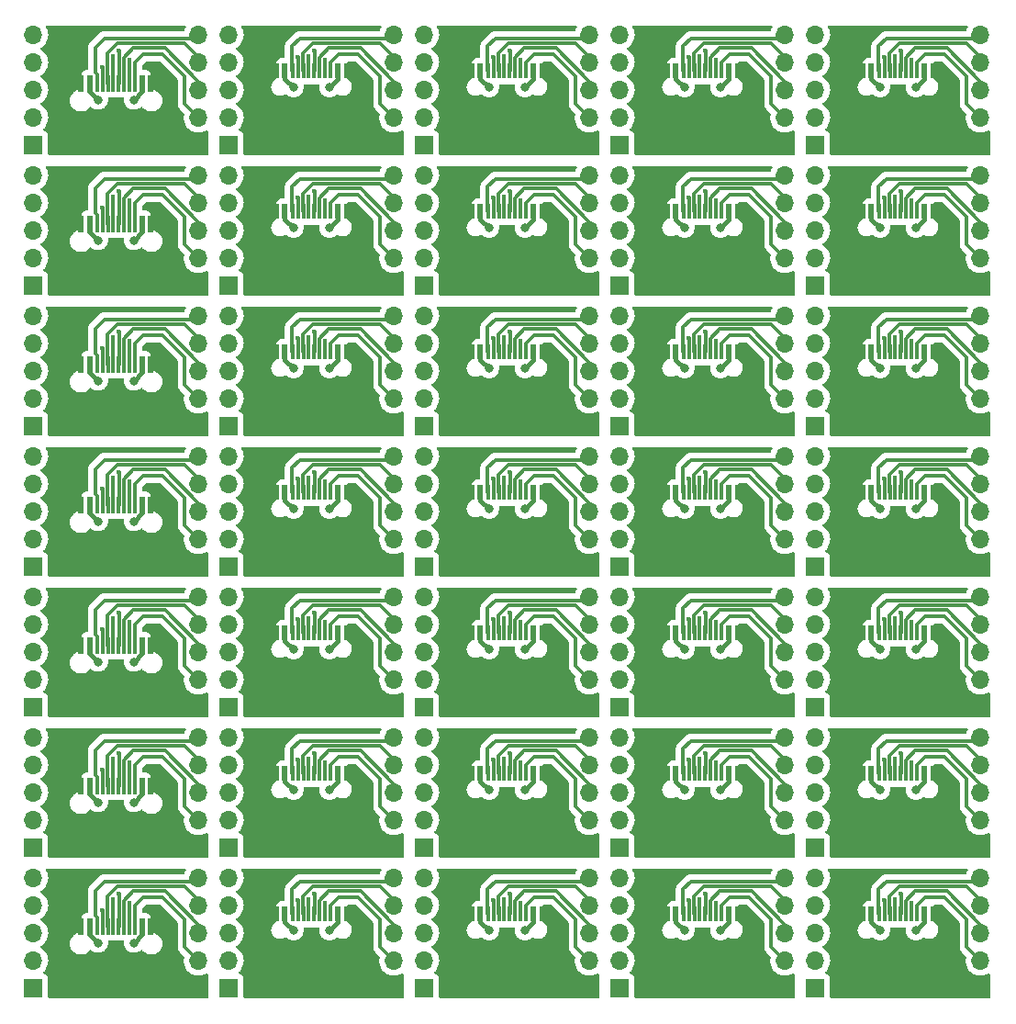
<source format=gbr>
%TF.GenerationSoftware,KiCad,Pcbnew,(6.0.7)*%
%TF.CreationDate,2022-11-03T07:54:49+08:00*%
%TF.ProjectId,panelization,70616e65-6c69-47a6-9174-696f6e2e6b69,rev?*%
%TF.SameCoordinates,Original*%
%TF.FileFunction,Copper,L1,Top*%
%TF.FilePolarity,Positive*%
%FSLAX46Y46*%
G04 Gerber Fmt 4.6, Leading zero omitted, Abs format (unit mm)*
G04 Created by KiCad (PCBNEW (6.0.7)) date 2022-11-03 07:54:49*
%MOMM*%
%LPD*%
G01*
G04 APERTURE LIST*
%TA.AperFunction,SMDPad,CuDef*%
%ADD10R,0.600000X1.450000*%
%TD*%
%TA.AperFunction,SMDPad,CuDef*%
%ADD11R,0.300000X1.450000*%
%TD*%
%TA.AperFunction,ComponentPad*%
%ADD12O,1.000000X1.600000*%
%TD*%
%TA.AperFunction,ComponentPad*%
%ADD13O,1.000000X2.100000*%
%TD*%
%TA.AperFunction,SMDPad,CuDef*%
%ADD14R,0.550000X1.500000*%
%TD*%
%TA.AperFunction,SMDPad,CuDef*%
%ADD15R,0.300000X1.500000*%
%TD*%
%TA.AperFunction,ComponentPad*%
%ADD16R,1.700000X1.700000*%
%TD*%
%TA.AperFunction,ComponentPad*%
%ADD17O,1.700000X1.700000*%
%TD*%
%TA.AperFunction,ViaPad*%
%ADD18C,0.800000*%
%TD*%
%TA.AperFunction,ViaPad*%
%ADD19C,0.400000*%
%TD*%
%TA.AperFunction,Conductor*%
%ADD20C,0.400000*%
%TD*%
%TA.AperFunction,Conductor*%
%ADD21C,0.300000*%
%TD*%
G04 APERTURE END LIST*
D10*
%TO.P,J49,A1,GND*%
%TO.N,Net-(J1-PadA1)*%
X135307000Y-96920000D03*
%TO.P,J49,A4,VBUS*%
%TO.N,Net-(J1-PadA4)*%
X136107000Y-96920000D03*
D11*
%TO.P,J49,A5,CC1*%
%TO.N,Net-(J1-PadA5)*%
X137307000Y-96920000D03*
%TO.P,J49,A6,D+*%
%TO.N,Net-(J1-PadA6)*%
X138307000Y-96920000D03*
%TO.P,J49,A7,D-*%
%TO.N,Net-(J1-PadA7)*%
X138807000Y-96920000D03*
%TO.P,J49,A8,SBU1*%
%TO.N,Net-(J1-PadA8)*%
X139807000Y-96920000D03*
D10*
%TO.P,J49,A9,VBUS*%
%TO.N,Net-(J1-PadA4)*%
X141007000Y-96920000D03*
%TO.P,J49,A12,GND*%
%TO.N,Net-(J1-PadA1)*%
X141807000Y-96920000D03*
%TO.P,J49,B1,GND*%
X141807000Y-96920000D03*
%TO.P,J49,B4,VBUS*%
%TO.N,Net-(J1-PadA4)*%
X141007000Y-96920000D03*
D11*
%TO.P,J49,B5,CC2*%
%TO.N,Net-(J1-PadB5)*%
X140307000Y-96920000D03*
%TO.P,J49,B6,D+*%
%TO.N,Net-(J1-PadB6)*%
X139307000Y-96920000D03*
%TO.P,J49,B7,D-*%
%TO.N,Net-(J1-PadB7)*%
X137807000Y-96920000D03*
%TO.P,J49,B8,SBU2*%
%TO.N,Net-(J1-PadB8)*%
X136807000Y-96920000D03*
D10*
%TO.P,J49,B9,VBUS*%
%TO.N,Net-(J1-PadA4)*%
X136107000Y-96920000D03*
%TO.P,J49,B12,GND*%
%TO.N,Net-(J1-PadA1)*%
X135307000Y-96920000D03*
D12*
%TO.P,J49,S1,SHIELD*%
X142877000Y-102015000D03*
D13*
X142877000Y-97835000D03*
D12*
X134237000Y-102015000D03*
D13*
X134237000Y-97835000D03*
%TD*%
D14*
%TO.P,J74,A1,GND*%
%TO.N,Net-(J1-PadA1)*%
X99264000Y-123988500D03*
%TO.P,J74,A4,VBUS*%
%TO.N,Net-(J1-PadA4)*%
X100069000Y-123988500D03*
D15*
%TO.P,J74,A5,CC1*%
%TO.N,Net-(J1-PadA5)*%
X101239000Y-123988500D03*
%TO.P,J74,A6,D+*%
%TO.N,Net-(J1-PadA6)*%
X102239000Y-123988500D03*
%TO.P,J74,A7,D-*%
%TO.N,Net-(J1-PadA7)*%
X102739000Y-123988500D03*
%TO.P,J74,A8,SBU1*%
%TO.N,Net-(J1-PadA8)*%
X103739000Y-123988500D03*
D14*
%TO.P,J74,A9,VBUS*%
%TO.N,Net-(J1-PadA4)*%
X104909000Y-123988500D03*
%TO.P,J74,A12,GND*%
%TO.N,Net-(J1-PadA1)*%
X105714000Y-123988500D03*
%TO.P,J74,B1,GND*%
X105714000Y-123988500D03*
%TO.P,J74,B4,VBUS*%
%TO.N,Net-(J1-PadA4)*%
X104909000Y-123988500D03*
D15*
%TO.P,J74,B5,CC2*%
%TO.N,Net-(J1-PadB5)*%
X104229000Y-123988500D03*
%TO.P,J74,B6,D+*%
%TO.N,Net-(J1-PadB6)*%
X103239000Y-123988500D03*
%TO.P,J74,B7,D-*%
%TO.N,Net-(J1-PadB7)*%
X101739000Y-123988500D03*
%TO.P,J74,B8,SBU2*%
%TO.N,Net-(J1-PadB8)*%
X100749000Y-123988500D03*
D14*
%TO.P,J74,B9,VBUS*%
%TO.N,Net-(J1-PadA4)*%
X100069000Y-123988500D03*
%TO.P,J74,B12,GND*%
%TO.N,Net-(J1-PadA1)*%
X99264000Y-123988500D03*
D12*
%TO.P,J74,S1,SHIELD*%
X97594000Y-125448500D03*
X97594000Y-128448500D03*
X107384000Y-125448500D03*
X107384000Y-128448500D03*
%TD*%
D10*
%TO.P,J100,A1,GND*%
%TO.N,Net-(J1-PadA1)*%
X171375000Y-135782000D03*
%TO.P,J100,A4,VBUS*%
%TO.N,Net-(J1-PadA4)*%
X172175000Y-135782000D03*
D11*
%TO.P,J100,A5,CC1*%
%TO.N,Net-(J1-PadA5)*%
X173375000Y-135782000D03*
%TO.P,J100,A6,D+*%
%TO.N,Net-(J1-PadA6)*%
X174375000Y-135782000D03*
%TO.P,J100,A7,D-*%
%TO.N,Net-(J1-PadA7)*%
X174875000Y-135782000D03*
%TO.P,J100,A8,SBU1*%
%TO.N,Net-(J1-PadA8)*%
X175875000Y-135782000D03*
D10*
%TO.P,J100,A9,VBUS*%
%TO.N,Net-(J1-PadA4)*%
X177075000Y-135782000D03*
%TO.P,J100,A12,GND*%
%TO.N,Net-(J1-PadA1)*%
X177875000Y-135782000D03*
%TO.P,J100,B1,GND*%
X177875000Y-135782000D03*
%TO.P,J100,B4,VBUS*%
%TO.N,Net-(J1-PadA4)*%
X177075000Y-135782000D03*
D11*
%TO.P,J100,B5,CC2*%
%TO.N,Net-(J1-PadB5)*%
X176375000Y-135782000D03*
%TO.P,J100,B6,D+*%
%TO.N,Net-(J1-PadB6)*%
X175375000Y-135782000D03*
%TO.P,J100,B7,D-*%
%TO.N,Net-(J1-PadB7)*%
X173875000Y-135782000D03*
%TO.P,J100,B8,SBU2*%
%TO.N,Net-(J1-PadB8)*%
X172875000Y-135782000D03*
D10*
%TO.P,J100,B9,VBUS*%
%TO.N,Net-(J1-PadA4)*%
X172175000Y-135782000D03*
%TO.P,J100,B12,GND*%
%TO.N,Net-(J1-PadA1)*%
X171375000Y-135782000D03*
D13*
%TO.P,J100,S1,SHIELD*%
X170305000Y-136697000D03*
D12*
X170305000Y-140877000D03*
X178945000Y-140877000D03*
D13*
X178945000Y-136697000D03*
%TD*%
D10*
%TO.P,J7,A1,GND*%
%TO.N,Net-(J1-PadA1)*%
X153341000Y-58058000D03*
%TO.P,J7,A4,VBUS*%
%TO.N,Net-(J1-PadA4)*%
X154141000Y-58058000D03*
D11*
%TO.P,J7,A5,CC1*%
%TO.N,Net-(J1-PadA5)*%
X155341000Y-58058000D03*
%TO.P,J7,A6,D+*%
%TO.N,Net-(J1-PadA6)*%
X156341000Y-58058000D03*
%TO.P,J7,A7,D-*%
%TO.N,Net-(J1-PadA7)*%
X156841000Y-58058000D03*
%TO.P,J7,A8,SBU1*%
%TO.N,Net-(J1-PadA8)*%
X157841000Y-58058000D03*
D10*
%TO.P,J7,A9,VBUS*%
%TO.N,Net-(J1-PadA4)*%
X159041000Y-58058000D03*
%TO.P,J7,A12,GND*%
%TO.N,Net-(J1-PadA1)*%
X159841000Y-58058000D03*
%TO.P,J7,B1,GND*%
X159841000Y-58058000D03*
%TO.P,J7,B4,VBUS*%
%TO.N,Net-(J1-PadA4)*%
X159041000Y-58058000D03*
D11*
%TO.P,J7,B5,CC2*%
%TO.N,Net-(J1-PadB5)*%
X158341000Y-58058000D03*
%TO.P,J7,B6,D+*%
%TO.N,Net-(J1-PadB6)*%
X157341000Y-58058000D03*
%TO.P,J7,B7,D-*%
%TO.N,Net-(J1-PadB7)*%
X155841000Y-58058000D03*
%TO.P,J7,B8,SBU2*%
%TO.N,Net-(J1-PadB8)*%
X154841000Y-58058000D03*
D10*
%TO.P,J7,B9,VBUS*%
%TO.N,Net-(J1-PadA4)*%
X154141000Y-58058000D03*
%TO.P,J7,B12,GND*%
%TO.N,Net-(J1-PadA1)*%
X153341000Y-58058000D03*
D13*
%TO.P,J7,S1,SHIELD*%
X152271000Y-58973000D03*
D12*
X160911000Y-63153000D03*
D13*
X160911000Y-58973000D03*
D12*
X152271000Y-63153000D03*
%TD*%
D10*
%TO.P,J28,A1,GND*%
%TO.N,Net-(J1-PadA1)*%
X117273000Y-83966000D03*
%TO.P,J28,A4,VBUS*%
%TO.N,Net-(J1-PadA4)*%
X118073000Y-83966000D03*
D11*
%TO.P,J28,A5,CC1*%
%TO.N,Net-(J1-PadA5)*%
X119273000Y-83966000D03*
%TO.P,J28,A6,D+*%
%TO.N,Net-(J1-PadA6)*%
X120273000Y-83966000D03*
%TO.P,J28,A7,D-*%
%TO.N,Net-(J1-PadA7)*%
X120773000Y-83966000D03*
%TO.P,J28,A8,SBU1*%
%TO.N,Net-(J1-PadA8)*%
X121773000Y-83966000D03*
D10*
%TO.P,J28,A9,VBUS*%
%TO.N,Net-(J1-PadA4)*%
X122973000Y-83966000D03*
%TO.P,J28,A12,GND*%
%TO.N,Net-(J1-PadA1)*%
X123773000Y-83966000D03*
%TO.P,J28,B1,GND*%
X123773000Y-83966000D03*
%TO.P,J28,B4,VBUS*%
%TO.N,Net-(J1-PadA4)*%
X122973000Y-83966000D03*
D11*
%TO.P,J28,B5,CC2*%
%TO.N,Net-(J1-PadB5)*%
X122273000Y-83966000D03*
%TO.P,J28,B6,D+*%
%TO.N,Net-(J1-PadB6)*%
X121273000Y-83966000D03*
%TO.P,J28,B7,D-*%
%TO.N,Net-(J1-PadB7)*%
X119773000Y-83966000D03*
%TO.P,J28,B8,SBU2*%
%TO.N,Net-(J1-PadB8)*%
X118773000Y-83966000D03*
D10*
%TO.P,J28,B9,VBUS*%
%TO.N,Net-(J1-PadA4)*%
X118073000Y-83966000D03*
%TO.P,J28,B12,GND*%
%TO.N,Net-(J1-PadA1)*%
X117273000Y-83966000D03*
D12*
%TO.P,J28,S1,SHIELD*%
X124843000Y-89061000D03*
D13*
X116203000Y-84881000D03*
X124843000Y-84881000D03*
D12*
X116203000Y-89061000D03*
%TD*%
D10*
%TO.P,J19,A1,GND*%
%TO.N,Net-(J1-PadA1)*%
X135307000Y-71012000D03*
%TO.P,J19,A4,VBUS*%
%TO.N,Net-(J1-PadA4)*%
X136107000Y-71012000D03*
D11*
%TO.P,J19,A5,CC1*%
%TO.N,Net-(J1-PadA5)*%
X137307000Y-71012000D03*
%TO.P,J19,A6,D+*%
%TO.N,Net-(J1-PadA6)*%
X138307000Y-71012000D03*
%TO.P,J19,A7,D-*%
%TO.N,Net-(J1-PadA7)*%
X138807000Y-71012000D03*
%TO.P,J19,A8,SBU1*%
%TO.N,Net-(J1-PadA8)*%
X139807000Y-71012000D03*
D10*
%TO.P,J19,A9,VBUS*%
%TO.N,Net-(J1-PadA4)*%
X141007000Y-71012000D03*
%TO.P,J19,A12,GND*%
%TO.N,Net-(J1-PadA1)*%
X141807000Y-71012000D03*
%TO.P,J19,B1,GND*%
X141807000Y-71012000D03*
%TO.P,J19,B4,VBUS*%
%TO.N,Net-(J1-PadA4)*%
X141007000Y-71012000D03*
D11*
%TO.P,J19,B5,CC2*%
%TO.N,Net-(J1-PadB5)*%
X140307000Y-71012000D03*
%TO.P,J19,B6,D+*%
%TO.N,Net-(J1-PadB6)*%
X139307000Y-71012000D03*
%TO.P,J19,B7,D-*%
%TO.N,Net-(J1-PadB7)*%
X137807000Y-71012000D03*
%TO.P,J19,B8,SBU2*%
%TO.N,Net-(J1-PadB8)*%
X136807000Y-71012000D03*
D10*
%TO.P,J19,B9,VBUS*%
%TO.N,Net-(J1-PadA4)*%
X136107000Y-71012000D03*
%TO.P,J19,B12,GND*%
%TO.N,Net-(J1-PadA1)*%
X135307000Y-71012000D03*
D12*
%TO.P,J19,S1,SHIELD*%
X142877000Y-76107000D03*
D13*
X134237000Y-71927000D03*
D12*
X134237000Y-76107000D03*
D13*
X142877000Y-71927000D03*
%TD*%
D10*
%TO.P,J1,A1,GND*%
%TO.N,Net-(J1-PadA1)*%
X117273000Y-58058000D03*
%TO.P,J1,A4,VBUS*%
%TO.N,Net-(J1-PadA4)*%
X118073000Y-58058000D03*
D11*
%TO.P,J1,A5,CC1*%
%TO.N,Net-(J1-PadA5)*%
X119273000Y-58058000D03*
%TO.P,J1,A6,D+*%
%TO.N,Net-(J1-PadA6)*%
X120273000Y-58058000D03*
%TO.P,J1,A7,D-*%
%TO.N,Net-(J1-PadA7)*%
X120773000Y-58058000D03*
%TO.P,J1,A8,SBU1*%
%TO.N,Net-(J1-PadA8)*%
X121773000Y-58058000D03*
D10*
%TO.P,J1,A9,VBUS*%
%TO.N,Net-(J1-PadA4)*%
X122973000Y-58058000D03*
%TO.P,J1,A12,GND*%
%TO.N,Net-(J1-PadA1)*%
X123773000Y-58058000D03*
%TO.P,J1,B1,GND*%
X123773000Y-58058000D03*
%TO.P,J1,B4,VBUS*%
%TO.N,Net-(J1-PadA4)*%
X122973000Y-58058000D03*
D11*
%TO.P,J1,B5,CC2*%
%TO.N,Net-(J1-PadB5)*%
X122273000Y-58058000D03*
%TO.P,J1,B6,D+*%
%TO.N,Net-(J1-PadB6)*%
X121273000Y-58058000D03*
%TO.P,J1,B7,D-*%
%TO.N,Net-(J1-PadB7)*%
X119773000Y-58058000D03*
%TO.P,J1,B8,SBU2*%
%TO.N,Net-(J1-PadB8)*%
X118773000Y-58058000D03*
D10*
%TO.P,J1,B9,VBUS*%
%TO.N,Net-(J1-PadA4)*%
X118073000Y-58058000D03*
%TO.P,J1,B12,GND*%
%TO.N,Net-(J1-PadA1)*%
X117273000Y-58058000D03*
D13*
%TO.P,J1,S1,SHIELD*%
X116203000Y-58973000D03*
X124843000Y-58973000D03*
D12*
X124843000Y-63153000D03*
X116203000Y-63153000D03*
%TD*%
D10*
%TO.P,J94,A1,GND*%
%TO.N,Net-(J1-PadA1)*%
X135307000Y-135782000D03*
%TO.P,J94,A4,VBUS*%
%TO.N,Net-(J1-PadA4)*%
X136107000Y-135782000D03*
D11*
%TO.P,J94,A5,CC1*%
%TO.N,Net-(J1-PadA5)*%
X137307000Y-135782000D03*
%TO.P,J94,A6,D+*%
%TO.N,Net-(J1-PadA6)*%
X138307000Y-135782000D03*
%TO.P,J94,A7,D-*%
%TO.N,Net-(J1-PadA7)*%
X138807000Y-135782000D03*
%TO.P,J94,A8,SBU1*%
%TO.N,Net-(J1-PadA8)*%
X139807000Y-135782000D03*
D10*
%TO.P,J94,A9,VBUS*%
%TO.N,Net-(J1-PadA4)*%
X141007000Y-135782000D03*
%TO.P,J94,A12,GND*%
%TO.N,Net-(J1-PadA1)*%
X141807000Y-135782000D03*
%TO.P,J94,B1,GND*%
X141807000Y-135782000D03*
%TO.P,J94,B4,VBUS*%
%TO.N,Net-(J1-PadA4)*%
X141007000Y-135782000D03*
D11*
%TO.P,J94,B5,CC2*%
%TO.N,Net-(J1-PadB5)*%
X140307000Y-135782000D03*
%TO.P,J94,B6,D+*%
%TO.N,Net-(J1-PadB6)*%
X139307000Y-135782000D03*
%TO.P,J94,B7,D-*%
%TO.N,Net-(J1-PadB7)*%
X137807000Y-135782000D03*
%TO.P,J94,B8,SBU2*%
%TO.N,Net-(J1-PadB8)*%
X136807000Y-135782000D03*
D10*
%TO.P,J94,B9,VBUS*%
%TO.N,Net-(J1-PadA4)*%
X136107000Y-135782000D03*
%TO.P,J94,B12,GND*%
%TO.N,Net-(J1-PadA1)*%
X135307000Y-135782000D03*
D12*
%TO.P,J94,S1,SHIELD*%
X134237000Y-140877000D03*
X142877000Y-140877000D03*
D13*
X142877000Y-136697000D03*
X134237000Y-136697000D03*
%TD*%
D10*
%TO.P,J13,A1,GND*%
%TO.N,Net-(J1-PadA1)*%
X117273000Y-71012000D03*
%TO.P,J13,A4,VBUS*%
%TO.N,Net-(J1-PadA4)*%
X118073000Y-71012000D03*
D11*
%TO.P,J13,A5,CC1*%
%TO.N,Net-(J1-PadA5)*%
X119273000Y-71012000D03*
%TO.P,J13,A6,D+*%
%TO.N,Net-(J1-PadA6)*%
X120273000Y-71012000D03*
%TO.P,J13,A7,D-*%
%TO.N,Net-(J1-PadA7)*%
X120773000Y-71012000D03*
%TO.P,J13,A8,SBU1*%
%TO.N,Net-(J1-PadA8)*%
X121773000Y-71012000D03*
D10*
%TO.P,J13,A9,VBUS*%
%TO.N,Net-(J1-PadA4)*%
X122973000Y-71012000D03*
%TO.P,J13,A12,GND*%
%TO.N,Net-(J1-PadA1)*%
X123773000Y-71012000D03*
%TO.P,J13,B1,GND*%
X123773000Y-71012000D03*
%TO.P,J13,B4,VBUS*%
%TO.N,Net-(J1-PadA4)*%
X122973000Y-71012000D03*
D11*
%TO.P,J13,B5,CC2*%
%TO.N,Net-(J1-PadB5)*%
X122273000Y-71012000D03*
%TO.P,J13,B6,D+*%
%TO.N,Net-(J1-PadB6)*%
X121273000Y-71012000D03*
%TO.P,J13,B7,D-*%
%TO.N,Net-(J1-PadB7)*%
X119773000Y-71012000D03*
%TO.P,J13,B8,SBU2*%
%TO.N,Net-(J1-PadB8)*%
X118773000Y-71012000D03*
D10*
%TO.P,J13,B9,VBUS*%
%TO.N,Net-(J1-PadA4)*%
X118073000Y-71012000D03*
%TO.P,J13,B12,GND*%
%TO.N,Net-(J1-PadA1)*%
X117273000Y-71012000D03*
D12*
%TO.P,J13,S1,SHIELD*%
X116203000Y-76107000D03*
D13*
X116203000Y-71927000D03*
X124843000Y-71927000D03*
D12*
X124843000Y-76107000D03*
%TD*%
D10*
%TO.P,J55,A1,GND*%
%TO.N,Net-(J1-PadA1)*%
X171375000Y-96920000D03*
%TO.P,J55,A4,VBUS*%
%TO.N,Net-(J1-PadA4)*%
X172175000Y-96920000D03*
D11*
%TO.P,J55,A5,CC1*%
%TO.N,Net-(J1-PadA5)*%
X173375000Y-96920000D03*
%TO.P,J55,A6,D+*%
%TO.N,Net-(J1-PadA6)*%
X174375000Y-96920000D03*
%TO.P,J55,A7,D-*%
%TO.N,Net-(J1-PadA7)*%
X174875000Y-96920000D03*
%TO.P,J55,A8,SBU1*%
%TO.N,Net-(J1-PadA8)*%
X175875000Y-96920000D03*
D10*
%TO.P,J55,A9,VBUS*%
%TO.N,Net-(J1-PadA4)*%
X177075000Y-96920000D03*
%TO.P,J55,A12,GND*%
%TO.N,Net-(J1-PadA1)*%
X177875000Y-96920000D03*
%TO.P,J55,B1,GND*%
X177875000Y-96920000D03*
%TO.P,J55,B4,VBUS*%
%TO.N,Net-(J1-PadA4)*%
X177075000Y-96920000D03*
D11*
%TO.P,J55,B5,CC2*%
%TO.N,Net-(J1-PadB5)*%
X176375000Y-96920000D03*
%TO.P,J55,B6,D+*%
%TO.N,Net-(J1-PadB6)*%
X175375000Y-96920000D03*
%TO.P,J55,B7,D-*%
%TO.N,Net-(J1-PadB7)*%
X173875000Y-96920000D03*
%TO.P,J55,B8,SBU2*%
%TO.N,Net-(J1-PadB8)*%
X172875000Y-96920000D03*
D10*
%TO.P,J55,B9,VBUS*%
%TO.N,Net-(J1-PadA4)*%
X172175000Y-96920000D03*
%TO.P,J55,B12,GND*%
%TO.N,Net-(J1-PadA1)*%
X171375000Y-96920000D03*
D12*
%TO.P,J55,S1,SHIELD*%
X178945000Y-102015000D03*
D13*
X178945000Y-97835000D03*
X170305000Y-97835000D03*
D12*
X170305000Y-102015000D03*
%TD*%
D10*
%TO.P,J40,A1,GND*%
%TO.N,Net-(J1-PadA1)*%
X171375000Y-83966000D03*
%TO.P,J40,A4,VBUS*%
%TO.N,Net-(J1-PadA4)*%
X172175000Y-83966000D03*
D11*
%TO.P,J40,A5,CC1*%
%TO.N,Net-(J1-PadA5)*%
X173375000Y-83966000D03*
%TO.P,J40,A6,D+*%
%TO.N,Net-(J1-PadA6)*%
X174375000Y-83966000D03*
%TO.P,J40,A7,D-*%
%TO.N,Net-(J1-PadA7)*%
X174875000Y-83966000D03*
%TO.P,J40,A8,SBU1*%
%TO.N,Net-(J1-PadA8)*%
X175875000Y-83966000D03*
D10*
%TO.P,J40,A9,VBUS*%
%TO.N,Net-(J1-PadA4)*%
X177075000Y-83966000D03*
%TO.P,J40,A12,GND*%
%TO.N,Net-(J1-PadA1)*%
X177875000Y-83966000D03*
%TO.P,J40,B1,GND*%
X177875000Y-83966000D03*
%TO.P,J40,B4,VBUS*%
%TO.N,Net-(J1-PadA4)*%
X177075000Y-83966000D03*
D11*
%TO.P,J40,B5,CC2*%
%TO.N,Net-(J1-PadB5)*%
X176375000Y-83966000D03*
%TO.P,J40,B6,D+*%
%TO.N,Net-(J1-PadB6)*%
X175375000Y-83966000D03*
%TO.P,J40,B7,D-*%
%TO.N,Net-(J1-PadB7)*%
X173875000Y-83966000D03*
%TO.P,J40,B8,SBU2*%
%TO.N,Net-(J1-PadB8)*%
X172875000Y-83966000D03*
D10*
%TO.P,J40,B9,VBUS*%
%TO.N,Net-(J1-PadA4)*%
X172175000Y-83966000D03*
%TO.P,J40,B12,GND*%
%TO.N,Net-(J1-PadA1)*%
X171375000Y-83966000D03*
D12*
%TO.P,J40,S1,SHIELD*%
X170305000Y-89061000D03*
D13*
X178945000Y-84881000D03*
X170305000Y-84881000D03*
D12*
X178945000Y-89061000D03*
%TD*%
D10*
%TO.P,J88,A1,GND*%
%TO.N,Net-(J1-PadA1)*%
X117273000Y-135782000D03*
%TO.P,J88,A4,VBUS*%
%TO.N,Net-(J1-PadA4)*%
X118073000Y-135782000D03*
D11*
%TO.P,J88,A5,CC1*%
%TO.N,Net-(J1-PadA5)*%
X119273000Y-135782000D03*
%TO.P,J88,A6,D+*%
%TO.N,Net-(J1-PadA6)*%
X120273000Y-135782000D03*
%TO.P,J88,A7,D-*%
%TO.N,Net-(J1-PadA7)*%
X120773000Y-135782000D03*
%TO.P,J88,A8,SBU1*%
%TO.N,Net-(J1-PadA8)*%
X121773000Y-135782000D03*
D10*
%TO.P,J88,A9,VBUS*%
%TO.N,Net-(J1-PadA4)*%
X122973000Y-135782000D03*
%TO.P,J88,A12,GND*%
%TO.N,Net-(J1-PadA1)*%
X123773000Y-135782000D03*
%TO.P,J88,B1,GND*%
X123773000Y-135782000D03*
%TO.P,J88,B4,VBUS*%
%TO.N,Net-(J1-PadA4)*%
X122973000Y-135782000D03*
D11*
%TO.P,J88,B5,CC2*%
%TO.N,Net-(J1-PadB5)*%
X122273000Y-135782000D03*
%TO.P,J88,B6,D+*%
%TO.N,Net-(J1-PadB6)*%
X121273000Y-135782000D03*
%TO.P,J88,B7,D-*%
%TO.N,Net-(J1-PadB7)*%
X119773000Y-135782000D03*
%TO.P,J88,B8,SBU2*%
%TO.N,Net-(J1-PadB8)*%
X118773000Y-135782000D03*
D10*
%TO.P,J88,B9,VBUS*%
%TO.N,Net-(J1-PadA4)*%
X118073000Y-135782000D03*
%TO.P,J88,B12,GND*%
%TO.N,Net-(J1-PadA1)*%
X117273000Y-135782000D03*
D12*
%TO.P,J88,S1,SHIELD*%
X116203000Y-140877000D03*
D13*
X124843000Y-136697000D03*
X116203000Y-136697000D03*
D12*
X124843000Y-140877000D03*
%TD*%
D14*
%TO.P,J29,A1,GND*%
%TO.N,Net-(J1-PadA1)*%
X99264000Y-85126500D03*
%TO.P,J29,A4,VBUS*%
%TO.N,Net-(J1-PadA4)*%
X100069000Y-85126500D03*
D15*
%TO.P,J29,A5,CC1*%
%TO.N,Net-(J1-PadA5)*%
X101239000Y-85126500D03*
%TO.P,J29,A6,D+*%
%TO.N,Net-(J1-PadA6)*%
X102239000Y-85126500D03*
%TO.P,J29,A7,D-*%
%TO.N,Net-(J1-PadA7)*%
X102739000Y-85126500D03*
%TO.P,J29,A8,SBU1*%
%TO.N,Net-(J1-PadA8)*%
X103739000Y-85126500D03*
D14*
%TO.P,J29,A9,VBUS*%
%TO.N,Net-(J1-PadA4)*%
X104909000Y-85126500D03*
%TO.P,J29,A12,GND*%
%TO.N,Net-(J1-PadA1)*%
X105714000Y-85126500D03*
%TO.P,J29,B1,GND*%
X105714000Y-85126500D03*
%TO.P,J29,B4,VBUS*%
%TO.N,Net-(J1-PadA4)*%
X104909000Y-85126500D03*
D15*
%TO.P,J29,B5,CC2*%
%TO.N,Net-(J1-PadB5)*%
X104229000Y-85126500D03*
%TO.P,J29,B6,D+*%
%TO.N,Net-(J1-PadB6)*%
X103239000Y-85126500D03*
%TO.P,J29,B7,D-*%
%TO.N,Net-(J1-PadB7)*%
X101739000Y-85126500D03*
%TO.P,J29,B8,SBU2*%
%TO.N,Net-(J1-PadB8)*%
X100749000Y-85126500D03*
D14*
%TO.P,J29,B9,VBUS*%
%TO.N,Net-(J1-PadA4)*%
X100069000Y-85126500D03*
%TO.P,J29,B12,GND*%
%TO.N,Net-(J1-PadA1)*%
X99264000Y-85126500D03*
D12*
%TO.P,J29,S1,SHIELD*%
X97594000Y-89586500D03*
X107384000Y-89586500D03*
X107384000Y-86586500D03*
X97594000Y-86586500D03*
%TD*%
D14*
%TO.P,J14,A1,GND*%
%TO.N,Net-(J1-PadA1)*%
X99264000Y-72172500D03*
%TO.P,J14,A4,VBUS*%
%TO.N,Net-(J1-PadA4)*%
X100069000Y-72172500D03*
D15*
%TO.P,J14,A5,CC1*%
%TO.N,Net-(J1-PadA5)*%
X101239000Y-72172500D03*
%TO.P,J14,A6,D+*%
%TO.N,Net-(J1-PadA6)*%
X102239000Y-72172500D03*
%TO.P,J14,A7,D-*%
%TO.N,Net-(J1-PadA7)*%
X102739000Y-72172500D03*
%TO.P,J14,A8,SBU1*%
%TO.N,Net-(J1-PadA8)*%
X103739000Y-72172500D03*
D14*
%TO.P,J14,A9,VBUS*%
%TO.N,Net-(J1-PadA4)*%
X104909000Y-72172500D03*
%TO.P,J14,A12,GND*%
%TO.N,Net-(J1-PadA1)*%
X105714000Y-72172500D03*
%TO.P,J14,B1,GND*%
X105714000Y-72172500D03*
%TO.P,J14,B4,VBUS*%
%TO.N,Net-(J1-PadA4)*%
X104909000Y-72172500D03*
D15*
%TO.P,J14,B5,CC2*%
%TO.N,Net-(J1-PadB5)*%
X104229000Y-72172500D03*
%TO.P,J14,B6,D+*%
%TO.N,Net-(J1-PadB6)*%
X103239000Y-72172500D03*
%TO.P,J14,B7,D-*%
%TO.N,Net-(J1-PadB7)*%
X101739000Y-72172500D03*
%TO.P,J14,B8,SBU2*%
%TO.N,Net-(J1-PadB8)*%
X100749000Y-72172500D03*
D14*
%TO.P,J14,B9,VBUS*%
%TO.N,Net-(J1-PadA4)*%
X100069000Y-72172500D03*
%TO.P,J14,B12,GND*%
%TO.N,Net-(J1-PadA1)*%
X99264000Y-72172500D03*
D12*
%TO.P,J14,S1,SHIELD*%
X107384000Y-76632500D03*
X97594000Y-73632500D03*
X97594000Y-76632500D03*
X107384000Y-73632500D03*
%TD*%
D14*
%TO.P,J59,A1,GND*%
%TO.N,Net-(J1-PadA1)*%
X99264000Y-111034500D03*
%TO.P,J59,A4,VBUS*%
%TO.N,Net-(J1-PadA4)*%
X100069000Y-111034500D03*
D15*
%TO.P,J59,A5,CC1*%
%TO.N,Net-(J1-PadA5)*%
X101239000Y-111034500D03*
%TO.P,J59,A6,D+*%
%TO.N,Net-(J1-PadA6)*%
X102239000Y-111034500D03*
%TO.P,J59,A7,D-*%
%TO.N,Net-(J1-PadA7)*%
X102739000Y-111034500D03*
%TO.P,J59,A8,SBU1*%
%TO.N,Net-(J1-PadA8)*%
X103739000Y-111034500D03*
D14*
%TO.P,J59,A9,VBUS*%
%TO.N,Net-(J1-PadA4)*%
X104909000Y-111034500D03*
%TO.P,J59,A12,GND*%
%TO.N,Net-(J1-PadA1)*%
X105714000Y-111034500D03*
%TO.P,J59,B1,GND*%
X105714000Y-111034500D03*
%TO.P,J59,B4,VBUS*%
%TO.N,Net-(J1-PadA4)*%
X104909000Y-111034500D03*
D15*
%TO.P,J59,B5,CC2*%
%TO.N,Net-(J1-PadB5)*%
X104229000Y-111034500D03*
%TO.P,J59,B6,D+*%
%TO.N,Net-(J1-PadB6)*%
X103239000Y-111034500D03*
%TO.P,J59,B7,D-*%
%TO.N,Net-(J1-PadB7)*%
X101739000Y-111034500D03*
%TO.P,J59,B8,SBU2*%
%TO.N,Net-(J1-PadB8)*%
X100749000Y-111034500D03*
D14*
%TO.P,J59,B9,VBUS*%
%TO.N,Net-(J1-PadA4)*%
X100069000Y-111034500D03*
%TO.P,J59,B12,GND*%
%TO.N,Net-(J1-PadA1)*%
X99264000Y-111034500D03*
D12*
%TO.P,J59,S1,SHIELD*%
X97594000Y-115494500D03*
X107384000Y-115494500D03*
X107384000Y-112494500D03*
X97594000Y-112494500D03*
%TD*%
D10*
%TO.P,J52,A1,GND*%
%TO.N,Net-(J1-PadA1)*%
X153341000Y-96920000D03*
%TO.P,J52,A4,VBUS*%
%TO.N,Net-(J1-PadA4)*%
X154141000Y-96920000D03*
D11*
%TO.P,J52,A5,CC1*%
%TO.N,Net-(J1-PadA5)*%
X155341000Y-96920000D03*
%TO.P,J52,A6,D+*%
%TO.N,Net-(J1-PadA6)*%
X156341000Y-96920000D03*
%TO.P,J52,A7,D-*%
%TO.N,Net-(J1-PadA7)*%
X156841000Y-96920000D03*
%TO.P,J52,A8,SBU1*%
%TO.N,Net-(J1-PadA8)*%
X157841000Y-96920000D03*
D10*
%TO.P,J52,A9,VBUS*%
%TO.N,Net-(J1-PadA4)*%
X159041000Y-96920000D03*
%TO.P,J52,A12,GND*%
%TO.N,Net-(J1-PadA1)*%
X159841000Y-96920000D03*
%TO.P,J52,B1,GND*%
X159841000Y-96920000D03*
%TO.P,J52,B4,VBUS*%
%TO.N,Net-(J1-PadA4)*%
X159041000Y-96920000D03*
D11*
%TO.P,J52,B5,CC2*%
%TO.N,Net-(J1-PadB5)*%
X158341000Y-96920000D03*
%TO.P,J52,B6,D+*%
%TO.N,Net-(J1-PadB6)*%
X157341000Y-96920000D03*
%TO.P,J52,B7,D-*%
%TO.N,Net-(J1-PadB7)*%
X155841000Y-96920000D03*
%TO.P,J52,B8,SBU2*%
%TO.N,Net-(J1-PadB8)*%
X154841000Y-96920000D03*
D10*
%TO.P,J52,B9,VBUS*%
%TO.N,Net-(J1-PadA4)*%
X154141000Y-96920000D03*
%TO.P,J52,B12,GND*%
%TO.N,Net-(J1-PadA1)*%
X153341000Y-96920000D03*
D12*
%TO.P,J52,S1,SHIELD*%
X160911000Y-102015000D03*
D13*
X160911000Y-97835000D03*
D12*
X152271000Y-102015000D03*
D13*
X152271000Y-97835000D03*
%TD*%
D10*
%TO.P,J37,A1,GND*%
%TO.N,Net-(J1-PadA1)*%
X153341000Y-83966000D03*
%TO.P,J37,A4,VBUS*%
%TO.N,Net-(J1-PadA4)*%
X154141000Y-83966000D03*
D11*
%TO.P,J37,A5,CC1*%
%TO.N,Net-(J1-PadA5)*%
X155341000Y-83966000D03*
%TO.P,J37,A6,D+*%
%TO.N,Net-(J1-PadA6)*%
X156341000Y-83966000D03*
%TO.P,J37,A7,D-*%
%TO.N,Net-(J1-PadA7)*%
X156841000Y-83966000D03*
%TO.P,J37,A8,SBU1*%
%TO.N,Net-(J1-PadA8)*%
X157841000Y-83966000D03*
D10*
%TO.P,J37,A9,VBUS*%
%TO.N,Net-(J1-PadA4)*%
X159041000Y-83966000D03*
%TO.P,J37,A12,GND*%
%TO.N,Net-(J1-PadA1)*%
X159841000Y-83966000D03*
%TO.P,J37,B1,GND*%
X159841000Y-83966000D03*
%TO.P,J37,B4,VBUS*%
%TO.N,Net-(J1-PadA4)*%
X159041000Y-83966000D03*
D11*
%TO.P,J37,B5,CC2*%
%TO.N,Net-(J1-PadB5)*%
X158341000Y-83966000D03*
%TO.P,J37,B6,D+*%
%TO.N,Net-(J1-PadB6)*%
X157341000Y-83966000D03*
%TO.P,J37,B7,D-*%
%TO.N,Net-(J1-PadB7)*%
X155841000Y-83966000D03*
%TO.P,J37,B8,SBU2*%
%TO.N,Net-(J1-PadB8)*%
X154841000Y-83966000D03*
D10*
%TO.P,J37,B9,VBUS*%
%TO.N,Net-(J1-PadA4)*%
X154141000Y-83966000D03*
%TO.P,J37,B12,GND*%
%TO.N,Net-(J1-PadA1)*%
X153341000Y-83966000D03*
D12*
%TO.P,J37,S1,SHIELD*%
X152271000Y-89061000D03*
X160911000Y-89061000D03*
D13*
X160911000Y-84881000D03*
X152271000Y-84881000D03*
%TD*%
D14*
%TO.P,J1,A1,GND*%
%TO.N,Net-(J1-PadA1)*%
X99264000Y-59218500D03*
%TO.P,J1,A4,VBUS*%
%TO.N,Net-(J1-PadA4)*%
X100069000Y-59218500D03*
D15*
%TO.P,J1,A5,CC1*%
%TO.N,Net-(J1-PadA5)*%
X101239000Y-59218500D03*
%TO.P,J1,A6,D+*%
%TO.N,Net-(J1-PadA6)*%
X102239000Y-59218500D03*
%TO.P,J1,A7,D-*%
%TO.N,Net-(J1-PadA7)*%
X102739000Y-59218500D03*
%TO.P,J1,A8,SBU1*%
%TO.N,Net-(J1-PadA8)*%
X103739000Y-59218500D03*
D14*
%TO.P,J1,A9,VBUS*%
%TO.N,Net-(J1-PadA4)*%
X104909000Y-59218500D03*
%TO.P,J1,A12,GND*%
%TO.N,Net-(J1-PadA1)*%
X105714000Y-59218500D03*
%TO.P,J1,B1,GND*%
X105714000Y-59218500D03*
%TO.P,J1,B4,VBUS*%
%TO.N,Net-(J1-PadA4)*%
X104909000Y-59218500D03*
D15*
%TO.P,J1,B5,CC2*%
%TO.N,Net-(J1-PadB5)*%
X104229000Y-59218500D03*
%TO.P,J1,B6,D+*%
%TO.N,Net-(J1-PadB6)*%
X103239000Y-59218500D03*
%TO.P,J1,B7,D-*%
%TO.N,Net-(J1-PadB7)*%
X101739000Y-59218500D03*
%TO.P,J1,B8,SBU2*%
%TO.N,Net-(J1-PadB8)*%
X100749000Y-59218500D03*
D14*
%TO.P,J1,B9,VBUS*%
%TO.N,Net-(J1-PadA4)*%
X100069000Y-59218500D03*
%TO.P,J1,B12,GND*%
%TO.N,Net-(J1-PadA1)*%
X99264000Y-59218500D03*
D12*
%TO.P,J1,S1,SHIELD*%
X97594000Y-60678500D03*
X107384000Y-60678500D03*
X107384000Y-63678500D03*
X97594000Y-63678500D03*
%TD*%
D10*
%TO.P,J58,A1,GND*%
%TO.N,Net-(J1-PadA1)*%
X117273000Y-109874000D03*
%TO.P,J58,A4,VBUS*%
%TO.N,Net-(J1-PadA4)*%
X118073000Y-109874000D03*
D11*
%TO.P,J58,A5,CC1*%
%TO.N,Net-(J1-PadA5)*%
X119273000Y-109874000D03*
%TO.P,J58,A6,D+*%
%TO.N,Net-(J1-PadA6)*%
X120273000Y-109874000D03*
%TO.P,J58,A7,D-*%
%TO.N,Net-(J1-PadA7)*%
X120773000Y-109874000D03*
%TO.P,J58,A8,SBU1*%
%TO.N,Net-(J1-PadA8)*%
X121773000Y-109874000D03*
D10*
%TO.P,J58,A9,VBUS*%
%TO.N,Net-(J1-PadA4)*%
X122973000Y-109874000D03*
%TO.P,J58,A12,GND*%
%TO.N,Net-(J1-PadA1)*%
X123773000Y-109874000D03*
%TO.P,J58,B1,GND*%
X123773000Y-109874000D03*
%TO.P,J58,B4,VBUS*%
%TO.N,Net-(J1-PadA4)*%
X122973000Y-109874000D03*
D11*
%TO.P,J58,B5,CC2*%
%TO.N,Net-(J1-PadB5)*%
X122273000Y-109874000D03*
%TO.P,J58,B6,D+*%
%TO.N,Net-(J1-PadB6)*%
X121273000Y-109874000D03*
%TO.P,J58,B7,D-*%
%TO.N,Net-(J1-PadB7)*%
X119773000Y-109874000D03*
%TO.P,J58,B8,SBU2*%
%TO.N,Net-(J1-PadB8)*%
X118773000Y-109874000D03*
D10*
%TO.P,J58,B9,VBUS*%
%TO.N,Net-(J1-PadA4)*%
X118073000Y-109874000D03*
%TO.P,J58,B12,GND*%
%TO.N,Net-(J1-PadA1)*%
X117273000Y-109874000D03*
D12*
%TO.P,J58,S1,SHIELD*%
X124843000Y-114969000D03*
D13*
X116203000Y-110789000D03*
X124843000Y-110789000D03*
D12*
X116203000Y-114969000D03*
%TD*%
D10*
%TO.P,J79,A1,GND*%
%TO.N,Net-(J1-PadA1)*%
X135307000Y-122828000D03*
%TO.P,J79,A4,VBUS*%
%TO.N,Net-(J1-PadA4)*%
X136107000Y-122828000D03*
D11*
%TO.P,J79,A5,CC1*%
%TO.N,Net-(J1-PadA5)*%
X137307000Y-122828000D03*
%TO.P,J79,A6,D+*%
%TO.N,Net-(J1-PadA6)*%
X138307000Y-122828000D03*
%TO.P,J79,A7,D-*%
%TO.N,Net-(J1-PadA7)*%
X138807000Y-122828000D03*
%TO.P,J79,A8,SBU1*%
%TO.N,Net-(J1-PadA8)*%
X139807000Y-122828000D03*
D10*
%TO.P,J79,A9,VBUS*%
%TO.N,Net-(J1-PadA4)*%
X141007000Y-122828000D03*
%TO.P,J79,A12,GND*%
%TO.N,Net-(J1-PadA1)*%
X141807000Y-122828000D03*
%TO.P,J79,B1,GND*%
X141807000Y-122828000D03*
%TO.P,J79,B4,VBUS*%
%TO.N,Net-(J1-PadA4)*%
X141007000Y-122828000D03*
D11*
%TO.P,J79,B5,CC2*%
%TO.N,Net-(J1-PadB5)*%
X140307000Y-122828000D03*
%TO.P,J79,B6,D+*%
%TO.N,Net-(J1-PadB6)*%
X139307000Y-122828000D03*
%TO.P,J79,B7,D-*%
%TO.N,Net-(J1-PadB7)*%
X137807000Y-122828000D03*
%TO.P,J79,B8,SBU2*%
%TO.N,Net-(J1-PadB8)*%
X136807000Y-122828000D03*
D10*
%TO.P,J79,B9,VBUS*%
%TO.N,Net-(J1-PadA4)*%
X136107000Y-122828000D03*
%TO.P,J79,B12,GND*%
%TO.N,Net-(J1-PadA1)*%
X135307000Y-122828000D03*
D12*
%TO.P,J79,S1,SHIELD*%
X142877000Y-127923000D03*
D13*
X142877000Y-123743000D03*
D12*
X134237000Y-127923000D03*
D13*
X134237000Y-123743000D03*
%TD*%
D10*
%TO.P,J43,A1,GND*%
%TO.N,Net-(J1-PadA1)*%
X117273000Y-96920000D03*
%TO.P,J43,A4,VBUS*%
%TO.N,Net-(J1-PadA4)*%
X118073000Y-96920000D03*
D11*
%TO.P,J43,A5,CC1*%
%TO.N,Net-(J1-PadA5)*%
X119273000Y-96920000D03*
%TO.P,J43,A6,D+*%
%TO.N,Net-(J1-PadA6)*%
X120273000Y-96920000D03*
%TO.P,J43,A7,D-*%
%TO.N,Net-(J1-PadA7)*%
X120773000Y-96920000D03*
%TO.P,J43,A8,SBU1*%
%TO.N,Net-(J1-PadA8)*%
X121773000Y-96920000D03*
D10*
%TO.P,J43,A9,VBUS*%
%TO.N,Net-(J1-PadA4)*%
X122973000Y-96920000D03*
%TO.P,J43,A12,GND*%
%TO.N,Net-(J1-PadA1)*%
X123773000Y-96920000D03*
%TO.P,J43,B1,GND*%
X123773000Y-96920000D03*
%TO.P,J43,B4,VBUS*%
%TO.N,Net-(J1-PadA4)*%
X122973000Y-96920000D03*
D11*
%TO.P,J43,B5,CC2*%
%TO.N,Net-(J1-PadB5)*%
X122273000Y-96920000D03*
%TO.P,J43,B6,D+*%
%TO.N,Net-(J1-PadB6)*%
X121273000Y-96920000D03*
%TO.P,J43,B7,D-*%
%TO.N,Net-(J1-PadB7)*%
X119773000Y-96920000D03*
%TO.P,J43,B8,SBU2*%
%TO.N,Net-(J1-PadB8)*%
X118773000Y-96920000D03*
D10*
%TO.P,J43,B9,VBUS*%
%TO.N,Net-(J1-PadA4)*%
X118073000Y-96920000D03*
%TO.P,J43,B12,GND*%
%TO.N,Net-(J1-PadA1)*%
X117273000Y-96920000D03*
D13*
%TO.P,J43,S1,SHIELD*%
X116203000Y-97835000D03*
D12*
X124843000Y-102015000D03*
X116203000Y-102015000D03*
D13*
X124843000Y-97835000D03*
%TD*%
D10*
%TO.P,J4,A1,GND*%
%TO.N,Net-(J1-PadA1)*%
X135307000Y-58058000D03*
%TO.P,J4,A4,VBUS*%
%TO.N,Net-(J1-PadA4)*%
X136107000Y-58058000D03*
D11*
%TO.P,J4,A5,CC1*%
%TO.N,Net-(J1-PadA5)*%
X137307000Y-58058000D03*
%TO.P,J4,A6,D+*%
%TO.N,Net-(J1-PadA6)*%
X138307000Y-58058000D03*
%TO.P,J4,A7,D-*%
%TO.N,Net-(J1-PadA7)*%
X138807000Y-58058000D03*
%TO.P,J4,A8,SBU1*%
%TO.N,Net-(J1-PadA8)*%
X139807000Y-58058000D03*
D10*
%TO.P,J4,A9,VBUS*%
%TO.N,Net-(J1-PadA4)*%
X141007000Y-58058000D03*
%TO.P,J4,A12,GND*%
%TO.N,Net-(J1-PadA1)*%
X141807000Y-58058000D03*
%TO.P,J4,B1,GND*%
X141807000Y-58058000D03*
%TO.P,J4,B4,VBUS*%
%TO.N,Net-(J1-PadA4)*%
X141007000Y-58058000D03*
D11*
%TO.P,J4,B5,CC2*%
%TO.N,Net-(J1-PadB5)*%
X140307000Y-58058000D03*
%TO.P,J4,B6,D+*%
%TO.N,Net-(J1-PadB6)*%
X139307000Y-58058000D03*
%TO.P,J4,B7,D-*%
%TO.N,Net-(J1-PadB7)*%
X137807000Y-58058000D03*
%TO.P,J4,B8,SBU2*%
%TO.N,Net-(J1-PadB8)*%
X136807000Y-58058000D03*
D10*
%TO.P,J4,B9,VBUS*%
%TO.N,Net-(J1-PadA4)*%
X136107000Y-58058000D03*
%TO.P,J4,B12,GND*%
%TO.N,Net-(J1-PadA1)*%
X135307000Y-58058000D03*
D12*
%TO.P,J4,S1,SHIELD*%
X134237000Y-63153000D03*
D13*
X142877000Y-58973000D03*
X134237000Y-58973000D03*
D12*
X142877000Y-63153000D03*
%TD*%
D10*
%TO.P,J64,A1,GND*%
%TO.N,Net-(J1-PadA1)*%
X135307000Y-109874000D03*
%TO.P,J64,A4,VBUS*%
%TO.N,Net-(J1-PadA4)*%
X136107000Y-109874000D03*
D11*
%TO.P,J64,A5,CC1*%
%TO.N,Net-(J1-PadA5)*%
X137307000Y-109874000D03*
%TO.P,J64,A6,D+*%
%TO.N,Net-(J1-PadA6)*%
X138307000Y-109874000D03*
%TO.P,J64,A7,D-*%
%TO.N,Net-(J1-PadA7)*%
X138807000Y-109874000D03*
%TO.P,J64,A8,SBU1*%
%TO.N,Net-(J1-PadA8)*%
X139807000Y-109874000D03*
D10*
%TO.P,J64,A9,VBUS*%
%TO.N,Net-(J1-PadA4)*%
X141007000Y-109874000D03*
%TO.P,J64,A12,GND*%
%TO.N,Net-(J1-PadA1)*%
X141807000Y-109874000D03*
%TO.P,J64,B1,GND*%
X141807000Y-109874000D03*
%TO.P,J64,B4,VBUS*%
%TO.N,Net-(J1-PadA4)*%
X141007000Y-109874000D03*
D11*
%TO.P,J64,B5,CC2*%
%TO.N,Net-(J1-PadB5)*%
X140307000Y-109874000D03*
%TO.P,J64,B6,D+*%
%TO.N,Net-(J1-PadB6)*%
X139307000Y-109874000D03*
%TO.P,J64,B7,D-*%
%TO.N,Net-(J1-PadB7)*%
X137807000Y-109874000D03*
%TO.P,J64,B8,SBU2*%
%TO.N,Net-(J1-PadB8)*%
X136807000Y-109874000D03*
D10*
%TO.P,J64,B9,VBUS*%
%TO.N,Net-(J1-PadA4)*%
X136107000Y-109874000D03*
%TO.P,J64,B12,GND*%
%TO.N,Net-(J1-PadA1)*%
X135307000Y-109874000D03*
D13*
%TO.P,J64,S1,SHIELD*%
X142877000Y-110789000D03*
X134237000Y-110789000D03*
D12*
X142877000Y-114969000D03*
X134237000Y-114969000D03*
%TD*%
D10*
%TO.P,J22,A1,GND*%
%TO.N,Net-(J1-PadA1)*%
X153341000Y-71012000D03*
%TO.P,J22,A4,VBUS*%
%TO.N,Net-(J1-PadA4)*%
X154141000Y-71012000D03*
D11*
%TO.P,J22,A5,CC1*%
%TO.N,Net-(J1-PadA5)*%
X155341000Y-71012000D03*
%TO.P,J22,A6,D+*%
%TO.N,Net-(J1-PadA6)*%
X156341000Y-71012000D03*
%TO.P,J22,A7,D-*%
%TO.N,Net-(J1-PadA7)*%
X156841000Y-71012000D03*
%TO.P,J22,A8,SBU1*%
%TO.N,Net-(J1-PadA8)*%
X157841000Y-71012000D03*
D10*
%TO.P,J22,A9,VBUS*%
%TO.N,Net-(J1-PadA4)*%
X159041000Y-71012000D03*
%TO.P,J22,A12,GND*%
%TO.N,Net-(J1-PadA1)*%
X159841000Y-71012000D03*
%TO.P,J22,B1,GND*%
X159841000Y-71012000D03*
%TO.P,J22,B4,VBUS*%
%TO.N,Net-(J1-PadA4)*%
X159041000Y-71012000D03*
D11*
%TO.P,J22,B5,CC2*%
%TO.N,Net-(J1-PadB5)*%
X158341000Y-71012000D03*
%TO.P,J22,B6,D+*%
%TO.N,Net-(J1-PadB6)*%
X157341000Y-71012000D03*
%TO.P,J22,B7,D-*%
%TO.N,Net-(J1-PadB7)*%
X155841000Y-71012000D03*
%TO.P,J22,B8,SBU2*%
%TO.N,Net-(J1-PadB8)*%
X154841000Y-71012000D03*
D10*
%TO.P,J22,B9,VBUS*%
%TO.N,Net-(J1-PadA4)*%
X154141000Y-71012000D03*
%TO.P,J22,B12,GND*%
%TO.N,Net-(J1-PadA1)*%
X153341000Y-71012000D03*
D13*
%TO.P,J22,S1,SHIELD*%
X152271000Y-71927000D03*
D12*
X152271000Y-76107000D03*
X160911000Y-76107000D03*
D13*
X160911000Y-71927000D03*
%TD*%
D14*
%TO.P,J89,A1,GND*%
%TO.N,Net-(J1-PadA1)*%
X99264000Y-136942500D03*
%TO.P,J89,A4,VBUS*%
%TO.N,Net-(J1-PadA4)*%
X100069000Y-136942500D03*
D15*
%TO.P,J89,A5,CC1*%
%TO.N,Net-(J1-PadA5)*%
X101239000Y-136942500D03*
%TO.P,J89,A6,D+*%
%TO.N,Net-(J1-PadA6)*%
X102239000Y-136942500D03*
%TO.P,J89,A7,D-*%
%TO.N,Net-(J1-PadA7)*%
X102739000Y-136942500D03*
%TO.P,J89,A8,SBU1*%
%TO.N,Net-(J1-PadA8)*%
X103739000Y-136942500D03*
D14*
%TO.P,J89,A9,VBUS*%
%TO.N,Net-(J1-PadA4)*%
X104909000Y-136942500D03*
%TO.P,J89,A12,GND*%
%TO.N,Net-(J1-PadA1)*%
X105714000Y-136942500D03*
%TO.P,J89,B1,GND*%
X105714000Y-136942500D03*
%TO.P,J89,B4,VBUS*%
%TO.N,Net-(J1-PadA4)*%
X104909000Y-136942500D03*
D15*
%TO.P,J89,B5,CC2*%
%TO.N,Net-(J1-PadB5)*%
X104229000Y-136942500D03*
%TO.P,J89,B6,D+*%
%TO.N,Net-(J1-PadB6)*%
X103239000Y-136942500D03*
%TO.P,J89,B7,D-*%
%TO.N,Net-(J1-PadB7)*%
X101739000Y-136942500D03*
%TO.P,J89,B8,SBU2*%
%TO.N,Net-(J1-PadB8)*%
X100749000Y-136942500D03*
D14*
%TO.P,J89,B9,VBUS*%
%TO.N,Net-(J1-PadA4)*%
X100069000Y-136942500D03*
%TO.P,J89,B12,GND*%
%TO.N,Net-(J1-PadA1)*%
X99264000Y-136942500D03*
D12*
%TO.P,J89,S1,SHIELD*%
X97594000Y-138402500D03*
X107384000Y-138402500D03*
X107384000Y-141402500D03*
X97594000Y-141402500D03*
%TD*%
D10*
%TO.P,J10,A1,GND*%
%TO.N,Net-(J1-PadA1)*%
X171375000Y-58058000D03*
%TO.P,J10,A4,VBUS*%
%TO.N,Net-(J1-PadA4)*%
X172175000Y-58058000D03*
D11*
%TO.P,J10,A5,CC1*%
%TO.N,Net-(J1-PadA5)*%
X173375000Y-58058000D03*
%TO.P,J10,A6,D+*%
%TO.N,Net-(J1-PadA6)*%
X174375000Y-58058000D03*
%TO.P,J10,A7,D-*%
%TO.N,Net-(J1-PadA7)*%
X174875000Y-58058000D03*
%TO.P,J10,A8,SBU1*%
%TO.N,Net-(J1-PadA8)*%
X175875000Y-58058000D03*
D10*
%TO.P,J10,A9,VBUS*%
%TO.N,Net-(J1-PadA4)*%
X177075000Y-58058000D03*
%TO.P,J10,A12,GND*%
%TO.N,Net-(J1-PadA1)*%
X177875000Y-58058000D03*
%TO.P,J10,B1,GND*%
X177875000Y-58058000D03*
%TO.P,J10,B4,VBUS*%
%TO.N,Net-(J1-PadA4)*%
X177075000Y-58058000D03*
D11*
%TO.P,J10,B5,CC2*%
%TO.N,Net-(J1-PadB5)*%
X176375000Y-58058000D03*
%TO.P,J10,B6,D+*%
%TO.N,Net-(J1-PadB6)*%
X175375000Y-58058000D03*
%TO.P,J10,B7,D-*%
%TO.N,Net-(J1-PadB7)*%
X173875000Y-58058000D03*
%TO.P,J10,B8,SBU2*%
%TO.N,Net-(J1-PadB8)*%
X172875000Y-58058000D03*
D10*
%TO.P,J10,B9,VBUS*%
%TO.N,Net-(J1-PadA4)*%
X172175000Y-58058000D03*
%TO.P,J10,B12,GND*%
%TO.N,Net-(J1-PadA1)*%
X171375000Y-58058000D03*
D13*
%TO.P,J10,S1,SHIELD*%
X170305000Y-58973000D03*
D12*
X170305000Y-63153000D03*
D13*
X178945000Y-58973000D03*
D12*
X178945000Y-63153000D03*
%TD*%
D10*
%TO.P,J34,A1,GND*%
%TO.N,Net-(J1-PadA1)*%
X135307000Y-83966000D03*
%TO.P,J34,A4,VBUS*%
%TO.N,Net-(J1-PadA4)*%
X136107000Y-83966000D03*
D11*
%TO.P,J34,A5,CC1*%
%TO.N,Net-(J1-PadA5)*%
X137307000Y-83966000D03*
%TO.P,J34,A6,D+*%
%TO.N,Net-(J1-PadA6)*%
X138307000Y-83966000D03*
%TO.P,J34,A7,D-*%
%TO.N,Net-(J1-PadA7)*%
X138807000Y-83966000D03*
%TO.P,J34,A8,SBU1*%
%TO.N,Net-(J1-PadA8)*%
X139807000Y-83966000D03*
D10*
%TO.P,J34,A9,VBUS*%
%TO.N,Net-(J1-PadA4)*%
X141007000Y-83966000D03*
%TO.P,J34,A12,GND*%
%TO.N,Net-(J1-PadA1)*%
X141807000Y-83966000D03*
%TO.P,J34,B1,GND*%
X141807000Y-83966000D03*
%TO.P,J34,B4,VBUS*%
%TO.N,Net-(J1-PadA4)*%
X141007000Y-83966000D03*
D11*
%TO.P,J34,B5,CC2*%
%TO.N,Net-(J1-PadB5)*%
X140307000Y-83966000D03*
%TO.P,J34,B6,D+*%
%TO.N,Net-(J1-PadB6)*%
X139307000Y-83966000D03*
%TO.P,J34,B7,D-*%
%TO.N,Net-(J1-PadB7)*%
X137807000Y-83966000D03*
%TO.P,J34,B8,SBU2*%
%TO.N,Net-(J1-PadB8)*%
X136807000Y-83966000D03*
D10*
%TO.P,J34,B9,VBUS*%
%TO.N,Net-(J1-PadA4)*%
X136107000Y-83966000D03*
%TO.P,J34,B12,GND*%
%TO.N,Net-(J1-PadA1)*%
X135307000Y-83966000D03*
D12*
%TO.P,J34,S1,SHIELD*%
X142877000Y-89061000D03*
D13*
X134237000Y-84881000D03*
D12*
X134237000Y-89061000D03*
D13*
X142877000Y-84881000D03*
%TD*%
D10*
%TO.P,J25,A1,GND*%
%TO.N,Net-(J1-PadA1)*%
X171375000Y-71012000D03*
%TO.P,J25,A4,VBUS*%
%TO.N,Net-(J1-PadA4)*%
X172175000Y-71012000D03*
D11*
%TO.P,J25,A5,CC1*%
%TO.N,Net-(J1-PadA5)*%
X173375000Y-71012000D03*
%TO.P,J25,A6,D+*%
%TO.N,Net-(J1-PadA6)*%
X174375000Y-71012000D03*
%TO.P,J25,A7,D-*%
%TO.N,Net-(J1-PadA7)*%
X174875000Y-71012000D03*
%TO.P,J25,A8,SBU1*%
%TO.N,Net-(J1-PadA8)*%
X175875000Y-71012000D03*
D10*
%TO.P,J25,A9,VBUS*%
%TO.N,Net-(J1-PadA4)*%
X177075000Y-71012000D03*
%TO.P,J25,A12,GND*%
%TO.N,Net-(J1-PadA1)*%
X177875000Y-71012000D03*
%TO.P,J25,B1,GND*%
X177875000Y-71012000D03*
%TO.P,J25,B4,VBUS*%
%TO.N,Net-(J1-PadA4)*%
X177075000Y-71012000D03*
D11*
%TO.P,J25,B5,CC2*%
%TO.N,Net-(J1-PadB5)*%
X176375000Y-71012000D03*
%TO.P,J25,B6,D+*%
%TO.N,Net-(J1-PadB6)*%
X175375000Y-71012000D03*
%TO.P,J25,B7,D-*%
%TO.N,Net-(J1-PadB7)*%
X173875000Y-71012000D03*
%TO.P,J25,B8,SBU2*%
%TO.N,Net-(J1-PadB8)*%
X172875000Y-71012000D03*
D10*
%TO.P,J25,B9,VBUS*%
%TO.N,Net-(J1-PadA4)*%
X172175000Y-71012000D03*
%TO.P,J25,B12,GND*%
%TO.N,Net-(J1-PadA1)*%
X171375000Y-71012000D03*
D12*
%TO.P,J25,S1,SHIELD*%
X170305000Y-76107000D03*
D13*
X170305000Y-71927000D03*
X178945000Y-71927000D03*
D12*
X178945000Y-76107000D03*
%TD*%
D10*
%TO.P,J73,A1,GND*%
%TO.N,Net-(J1-PadA1)*%
X117273000Y-122828000D03*
%TO.P,J73,A4,VBUS*%
%TO.N,Net-(J1-PadA4)*%
X118073000Y-122828000D03*
D11*
%TO.P,J73,A5,CC1*%
%TO.N,Net-(J1-PadA5)*%
X119273000Y-122828000D03*
%TO.P,J73,A6,D+*%
%TO.N,Net-(J1-PadA6)*%
X120273000Y-122828000D03*
%TO.P,J73,A7,D-*%
%TO.N,Net-(J1-PadA7)*%
X120773000Y-122828000D03*
%TO.P,J73,A8,SBU1*%
%TO.N,Net-(J1-PadA8)*%
X121773000Y-122828000D03*
D10*
%TO.P,J73,A9,VBUS*%
%TO.N,Net-(J1-PadA4)*%
X122973000Y-122828000D03*
%TO.P,J73,A12,GND*%
%TO.N,Net-(J1-PadA1)*%
X123773000Y-122828000D03*
%TO.P,J73,B1,GND*%
X123773000Y-122828000D03*
%TO.P,J73,B4,VBUS*%
%TO.N,Net-(J1-PadA4)*%
X122973000Y-122828000D03*
D11*
%TO.P,J73,B5,CC2*%
%TO.N,Net-(J1-PadB5)*%
X122273000Y-122828000D03*
%TO.P,J73,B6,D+*%
%TO.N,Net-(J1-PadB6)*%
X121273000Y-122828000D03*
%TO.P,J73,B7,D-*%
%TO.N,Net-(J1-PadB7)*%
X119773000Y-122828000D03*
%TO.P,J73,B8,SBU2*%
%TO.N,Net-(J1-PadB8)*%
X118773000Y-122828000D03*
D10*
%TO.P,J73,B9,VBUS*%
%TO.N,Net-(J1-PadA4)*%
X118073000Y-122828000D03*
%TO.P,J73,B12,GND*%
%TO.N,Net-(J1-PadA1)*%
X117273000Y-122828000D03*
D13*
%TO.P,J73,S1,SHIELD*%
X124843000Y-123743000D03*
D12*
X116203000Y-127923000D03*
D13*
X116203000Y-123743000D03*
D12*
X124843000Y-127923000D03*
%TD*%
D10*
%TO.P,J97,A1,GND*%
%TO.N,Net-(J1-PadA1)*%
X153341000Y-135782000D03*
%TO.P,J97,A4,VBUS*%
%TO.N,Net-(J1-PadA4)*%
X154141000Y-135782000D03*
D11*
%TO.P,J97,A5,CC1*%
%TO.N,Net-(J1-PadA5)*%
X155341000Y-135782000D03*
%TO.P,J97,A6,D+*%
%TO.N,Net-(J1-PadA6)*%
X156341000Y-135782000D03*
%TO.P,J97,A7,D-*%
%TO.N,Net-(J1-PadA7)*%
X156841000Y-135782000D03*
%TO.P,J97,A8,SBU1*%
%TO.N,Net-(J1-PadA8)*%
X157841000Y-135782000D03*
D10*
%TO.P,J97,A9,VBUS*%
%TO.N,Net-(J1-PadA4)*%
X159041000Y-135782000D03*
%TO.P,J97,A12,GND*%
%TO.N,Net-(J1-PadA1)*%
X159841000Y-135782000D03*
%TO.P,J97,B1,GND*%
X159841000Y-135782000D03*
%TO.P,J97,B4,VBUS*%
%TO.N,Net-(J1-PadA4)*%
X159041000Y-135782000D03*
D11*
%TO.P,J97,B5,CC2*%
%TO.N,Net-(J1-PadB5)*%
X158341000Y-135782000D03*
%TO.P,J97,B6,D+*%
%TO.N,Net-(J1-PadB6)*%
X157341000Y-135782000D03*
%TO.P,J97,B7,D-*%
%TO.N,Net-(J1-PadB7)*%
X155841000Y-135782000D03*
%TO.P,J97,B8,SBU2*%
%TO.N,Net-(J1-PadB8)*%
X154841000Y-135782000D03*
D10*
%TO.P,J97,B9,VBUS*%
%TO.N,Net-(J1-PadA4)*%
X154141000Y-135782000D03*
%TO.P,J97,B12,GND*%
%TO.N,Net-(J1-PadA1)*%
X153341000Y-135782000D03*
D12*
%TO.P,J97,S1,SHIELD*%
X160911000Y-140877000D03*
D13*
X160911000Y-136697000D03*
X152271000Y-136697000D03*
D12*
X152271000Y-140877000D03*
%TD*%
D10*
%TO.P,J67,A1,GND*%
%TO.N,Net-(J1-PadA1)*%
X153341000Y-109874000D03*
%TO.P,J67,A4,VBUS*%
%TO.N,Net-(J1-PadA4)*%
X154141000Y-109874000D03*
D11*
%TO.P,J67,A5,CC1*%
%TO.N,Net-(J1-PadA5)*%
X155341000Y-109874000D03*
%TO.P,J67,A6,D+*%
%TO.N,Net-(J1-PadA6)*%
X156341000Y-109874000D03*
%TO.P,J67,A7,D-*%
%TO.N,Net-(J1-PadA7)*%
X156841000Y-109874000D03*
%TO.P,J67,A8,SBU1*%
%TO.N,Net-(J1-PadA8)*%
X157841000Y-109874000D03*
D10*
%TO.P,J67,A9,VBUS*%
%TO.N,Net-(J1-PadA4)*%
X159041000Y-109874000D03*
%TO.P,J67,A12,GND*%
%TO.N,Net-(J1-PadA1)*%
X159841000Y-109874000D03*
%TO.P,J67,B1,GND*%
X159841000Y-109874000D03*
%TO.P,J67,B4,VBUS*%
%TO.N,Net-(J1-PadA4)*%
X159041000Y-109874000D03*
D11*
%TO.P,J67,B5,CC2*%
%TO.N,Net-(J1-PadB5)*%
X158341000Y-109874000D03*
%TO.P,J67,B6,D+*%
%TO.N,Net-(J1-PadB6)*%
X157341000Y-109874000D03*
%TO.P,J67,B7,D-*%
%TO.N,Net-(J1-PadB7)*%
X155841000Y-109874000D03*
%TO.P,J67,B8,SBU2*%
%TO.N,Net-(J1-PadB8)*%
X154841000Y-109874000D03*
D10*
%TO.P,J67,B9,VBUS*%
%TO.N,Net-(J1-PadA4)*%
X154141000Y-109874000D03*
%TO.P,J67,B12,GND*%
%TO.N,Net-(J1-PadA1)*%
X153341000Y-109874000D03*
D13*
%TO.P,J67,S1,SHIELD*%
X160911000Y-110789000D03*
X152271000Y-110789000D03*
D12*
X152271000Y-114969000D03*
X160911000Y-114969000D03*
%TD*%
D14*
%TO.P,J44,A1,GND*%
%TO.N,Net-(J1-PadA1)*%
X99264000Y-98080500D03*
%TO.P,J44,A4,VBUS*%
%TO.N,Net-(J1-PadA4)*%
X100069000Y-98080500D03*
D15*
%TO.P,J44,A5,CC1*%
%TO.N,Net-(J1-PadA5)*%
X101239000Y-98080500D03*
%TO.P,J44,A6,D+*%
%TO.N,Net-(J1-PadA6)*%
X102239000Y-98080500D03*
%TO.P,J44,A7,D-*%
%TO.N,Net-(J1-PadA7)*%
X102739000Y-98080500D03*
%TO.P,J44,A8,SBU1*%
%TO.N,Net-(J1-PadA8)*%
X103739000Y-98080500D03*
D14*
%TO.P,J44,A9,VBUS*%
%TO.N,Net-(J1-PadA4)*%
X104909000Y-98080500D03*
%TO.P,J44,A12,GND*%
%TO.N,Net-(J1-PadA1)*%
X105714000Y-98080500D03*
%TO.P,J44,B1,GND*%
X105714000Y-98080500D03*
%TO.P,J44,B4,VBUS*%
%TO.N,Net-(J1-PadA4)*%
X104909000Y-98080500D03*
D15*
%TO.P,J44,B5,CC2*%
%TO.N,Net-(J1-PadB5)*%
X104229000Y-98080500D03*
%TO.P,J44,B6,D+*%
%TO.N,Net-(J1-PadB6)*%
X103239000Y-98080500D03*
%TO.P,J44,B7,D-*%
%TO.N,Net-(J1-PadB7)*%
X101739000Y-98080500D03*
%TO.P,J44,B8,SBU2*%
%TO.N,Net-(J1-PadB8)*%
X100749000Y-98080500D03*
D14*
%TO.P,J44,B9,VBUS*%
%TO.N,Net-(J1-PadA4)*%
X100069000Y-98080500D03*
%TO.P,J44,B12,GND*%
%TO.N,Net-(J1-PadA1)*%
X99264000Y-98080500D03*
D12*
%TO.P,J44,S1,SHIELD*%
X107384000Y-99540500D03*
X107384000Y-102540500D03*
X97594000Y-102540500D03*
X97594000Y-99540500D03*
%TD*%
D10*
%TO.P,J85,A1,GND*%
%TO.N,Net-(J1-PadA1)*%
X171375000Y-122828000D03*
%TO.P,J85,A4,VBUS*%
%TO.N,Net-(J1-PadA4)*%
X172175000Y-122828000D03*
D11*
%TO.P,J85,A5,CC1*%
%TO.N,Net-(J1-PadA5)*%
X173375000Y-122828000D03*
%TO.P,J85,A6,D+*%
%TO.N,Net-(J1-PadA6)*%
X174375000Y-122828000D03*
%TO.P,J85,A7,D-*%
%TO.N,Net-(J1-PadA7)*%
X174875000Y-122828000D03*
%TO.P,J85,A8,SBU1*%
%TO.N,Net-(J1-PadA8)*%
X175875000Y-122828000D03*
D10*
%TO.P,J85,A9,VBUS*%
%TO.N,Net-(J1-PadA4)*%
X177075000Y-122828000D03*
%TO.P,J85,A12,GND*%
%TO.N,Net-(J1-PadA1)*%
X177875000Y-122828000D03*
%TO.P,J85,B1,GND*%
X177875000Y-122828000D03*
%TO.P,J85,B4,VBUS*%
%TO.N,Net-(J1-PadA4)*%
X177075000Y-122828000D03*
D11*
%TO.P,J85,B5,CC2*%
%TO.N,Net-(J1-PadB5)*%
X176375000Y-122828000D03*
%TO.P,J85,B6,D+*%
%TO.N,Net-(J1-PadB6)*%
X175375000Y-122828000D03*
%TO.P,J85,B7,D-*%
%TO.N,Net-(J1-PadB7)*%
X173875000Y-122828000D03*
%TO.P,J85,B8,SBU2*%
%TO.N,Net-(J1-PadB8)*%
X172875000Y-122828000D03*
D10*
%TO.P,J85,B9,VBUS*%
%TO.N,Net-(J1-PadA4)*%
X172175000Y-122828000D03*
%TO.P,J85,B12,GND*%
%TO.N,Net-(J1-PadA1)*%
X171375000Y-122828000D03*
D12*
%TO.P,J85,S1,SHIELD*%
X170305000Y-127923000D03*
D13*
X178945000Y-123743000D03*
D12*
X178945000Y-127923000D03*
D13*
X170305000Y-123743000D03*
%TD*%
D10*
%TO.P,J82,A1,GND*%
%TO.N,Net-(J1-PadA1)*%
X153341000Y-122828000D03*
%TO.P,J82,A4,VBUS*%
%TO.N,Net-(J1-PadA4)*%
X154141000Y-122828000D03*
D11*
%TO.P,J82,A5,CC1*%
%TO.N,Net-(J1-PadA5)*%
X155341000Y-122828000D03*
%TO.P,J82,A6,D+*%
%TO.N,Net-(J1-PadA6)*%
X156341000Y-122828000D03*
%TO.P,J82,A7,D-*%
%TO.N,Net-(J1-PadA7)*%
X156841000Y-122828000D03*
%TO.P,J82,A8,SBU1*%
%TO.N,Net-(J1-PadA8)*%
X157841000Y-122828000D03*
D10*
%TO.P,J82,A9,VBUS*%
%TO.N,Net-(J1-PadA4)*%
X159041000Y-122828000D03*
%TO.P,J82,A12,GND*%
%TO.N,Net-(J1-PadA1)*%
X159841000Y-122828000D03*
%TO.P,J82,B1,GND*%
X159841000Y-122828000D03*
%TO.P,J82,B4,VBUS*%
%TO.N,Net-(J1-PadA4)*%
X159041000Y-122828000D03*
D11*
%TO.P,J82,B5,CC2*%
%TO.N,Net-(J1-PadB5)*%
X158341000Y-122828000D03*
%TO.P,J82,B6,D+*%
%TO.N,Net-(J1-PadB6)*%
X157341000Y-122828000D03*
%TO.P,J82,B7,D-*%
%TO.N,Net-(J1-PadB7)*%
X155841000Y-122828000D03*
%TO.P,J82,B8,SBU2*%
%TO.N,Net-(J1-PadB8)*%
X154841000Y-122828000D03*
D10*
%TO.P,J82,B9,VBUS*%
%TO.N,Net-(J1-PadA4)*%
X154141000Y-122828000D03*
%TO.P,J82,B12,GND*%
%TO.N,Net-(J1-PadA1)*%
X153341000Y-122828000D03*
D12*
%TO.P,J82,S1,SHIELD*%
X160911000Y-127923000D03*
D13*
X160911000Y-123743000D03*
X152271000Y-123743000D03*
D12*
X152271000Y-127923000D03*
%TD*%
D10*
%TO.P,J70,A1,GND*%
%TO.N,Net-(J1-PadA1)*%
X171375000Y-109874000D03*
%TO.P,J70,A4,VBUS*%
%TO.N,Net-(J1-PadA4)*%
X172175000Y-109874000D03*
D11*
%TO.P,J70,A5,CC1*%
%TO.N,Net-(J1-PadA5)*%
X173375000Y-109874000D03*
%TO.P,J70,A6,D+*%
%TO.N,Net-(J1-PadA6)*%
X174375000Y-109874000D03*
%TO.P,J70,A7,D-*%
%TO.N,Net-(J1-PadA7)*%
X174875000Y-109874000D03*
%TO.P,J70,A8,SBU1*%
%TO.N,Net-(J1-PadA8)*%
X175875000Y-109874000D03*
D10*
%TO.P,J70,A9,VBUS*%
%TO.N,Net-(J1-PadA4)*%
X177075000Y-109874000D03*
%TO.P,J70,A12,GND*%
%TO.N,Net-(J1-PadA1)*%
X177875000Y-109874000D03*
%TO.P,J70,B1,GND*%
X177875000Y-109874000D03*
%TO.P,J70,B4,VBUS*%
%TO.N,Net-(J1-PadA4)*%
X177075000Y-109874000D03*
D11*
%TO.P,J70,B5,CC2*%
%TO.N,Net-(J1-PadB5)*%
X176375000Y-109874000D03*
%TO.P,J70,B6,D+*%
%TO.N,Net-(J1-PadB6)*%
X175375000Y-109874000D03*
%TO.P,J70,B7,D-*%
%TO.N,Net-(J1-PadB7)*%
X173875000Y-109874000D03*
%TO.P,J70,B8,SBU2*%
%TO.N,Net-(J1-PadB8)*%
X172875000Y-109874000D03*
D10*
%TO.P,J70,B9,VBUS*%
%TO.N,Net-(J1-PadA4)*%
X172175000Y-109874000D03*
%TO.P,J70,B12,GND*%
%TO.N,Net-(J1-PadA1)*%
X171375000Y-109874000D03*
D12*
%TO.P,J70,S1,SHIELD*%
X170305000Y-114969000D03*
X178945000Y-114969000D03*
D13*
X178945000Y-110789000D03*
X170305000Y-110789000D03*
%TD*%
D16*
%TO.P,J92,1,Pin_1*%
%TO.N,Net-(J1-PadA4)*%
X94869000Y-142621000D03*
D17*
%TO.P,J92,2,Pin_2*%
%TO.N,Net-(J1-PadA5)*%
X94869000Y-140081000D03*
%TO.P,J92,3,Pin_3*%
%TO.N,Net-(J1-PadA6)*%
X94869000Y-137541000D03*
%TO.P,J92,4,Pin_4*%
%TO.N,Net-(J1-PadA7)*%
X94869000Y-135001000D03*
%TO.P,J92,5,Pin_5*%
%TO.N,Net-(J1-PadA8)*%
X94869000Y-132461000D03*
%TD*%
D16*
%TO.P,J46,1,Pin_1*%
%TO.N,Net-(J1-PadA1)*%
X128143000Y-103754000D03*
D17*
%TO.P,J46,2,Pin_2*%
%TO.N,Net-(J1-PadB5)*%
X128143000Y-101214000D03*
%TO.P,J46,3,Pin_3*%
%TO.N,Net-(J1-PadB6)*%
X128143000Y-98674000D03*
%TO.P,J46,4,Pin_4*%
%TO.N,Net-(J1-PadB7)*%
X128143000Y-96134000D03*
%TO.P,J46,5,Pin_5*%
%TO.N,Net-(J1-PadB8)*%
X128143000Y-93594000D03*
%TD*%
D16*
%TO.P,J42,1,Pin_1*%
%TO.N,Net-(J1-PadA4)*%
X167005000Y-90805000D03*
D17*
%TO.P,J42,2,Pin_2*%
%TO.N,Net-(J1-PadA5)*%
X167005000Y-88265000D03*
%TO.P,J42,3,Pin_3*%
%TO.N,Net-(J1-PadA6)*%
X167005000Y-85725000D03*
%TO.P,J42,4,Pin_4*%
%TO.N,Net-(J1-PadA7)*%
X167005000Y-83185000D03*
%TO.P,J42,5,Pin_5*%
%TO.N,Net-(J1-PadA8)*%
X167005000Y-80645000D03*
%TD*%
D16*
%TO.P,J56,1,Pin_1*%
%TO.N,Net-(J1-PadA1)*%
X182245000Y-103754000D03*
D17*
%TO.P,J56,2,Pin_2*%
%TO.N,Net-(J1-PadB5)*%
X182245000Y-101214000D03*
%TO.P,J56,3,Pin_3*%
%TO.N,Net-(J1-PadB6)*%
X182245000Y-98674000D03*
%TO.P,J56,4,Pin_4*%
%TO.N,Net-(J1-PadB7)*%
X182245000Y-96134000D03*
%TO.P,J56,5,Pin_5*%
%TO.N,Net-(J1-PadB8)*%
X182245000Y-93594000D03*
%TD*%
D16*
%TO.P,J30,1,Pin_1*%
%TO.N,Net-(J1-PadA1)*%
X110109000Y-90800000D03*
D17*
%TO.P,J30,2,Pin_2*%
%TO.N,Net-(J1-PadB5)*%
X110109000Y-88260000D03*
%TO.P,J30,3,Pin_3*%
%TO.N,Net-(J1-PadB6)*%
X110109000Y-85720000D03*
%TO.P,J30,4,Pin_4*%
%TO.N,Net-(J1-PadB7)*%
X110109000Y-83180000D03*
%TO.P,J30,5,Pin_5*%
%TO.N,Net-(J1-PadB8)*%
X110109000Y-80640000D03*
%TD*%
D16*
%TO.P,J23,1,Pin_1*%
%TO.N,Net-(J1-PadA1)*%
X164211000Y-77846000D03*
D17*
%TO.P,J23,2,Pin_2*%
%TO.N,Net-(J1-PadB5)*%
X164211000Y-75306000D03*
%TO.P,J23,3,Pin_3*%
%TO.N,Net-(J1-PadB6)*%
X164211000Y-72766000D03*
%TO.P,J23,4,Pin_4*%
%TO.N,Net-(J1-PadB7)*%
X164211000Y-70226000D03*
%TO.P,J23,5,Pin_5*%
%TO.N,Net-(J1-PadB8)*%
X164211000Y-67686000D03*
%TD*%
D16*
%TO.P,J38,1,Pin_1*%
%TO.N,Net-(J1-PadA1)*%
X164211000Y-90800000D03*
D17*
%TO.P,J38,2,Pin_2*%
%TO.N,Net-(J1-PadB5)*%
X164211000Y-88260000D03*
%TO.P,J38,3,Pin_3*%
%TO.N,Net-(J1-PadB6)*%
X164211000Y-85720000D03*
%TO.P,J38,4,Pin_4*%
%TO.N,Net-(J1-PadB7)*%
X164211000Y-83180000D03*
%TO.P,J38,5,Pin_5*%
%TO.N,Net-(J1-PadB8)*%
X164211000Y-80640000D03*
%TD*%
D16*
%TO.P,J71,1,Pin_1*%
%TO.N,Net-(J1-PadA1)*%
X182245000Y-116708000D03*
D17*
%TO.P,J71,2,Pin_2*%
%TO.N,Net-(J1-PadB5)*%
X182245000Y-114168000D03*
%TO.P,J71,3,Pin_3*%
%TO.N,Net-(J1-PadB6)*%
X182245000Y-111628000D03*
%TO.P,J71,4,Pin_4*%
%TO.N,Net-(J1-PadB7)*%
X182245000Y-109088000D03*
%TO.P,J71,5,Pin_5*%
%TO.N,Net-(J1-PadB8)*%
X182245000Y-106548000D03*
%TD*%
D16*
%TO.P,J5,1,Pin_1*%
%TO.N,Net-(J1-PadA1)*%
X146177000Y-64892000D03*
D17*
%TO.P,J5,2,Pin_2*%
%TO.N,Net-(J1-PadB5)*%
X146177000Y-62352000D03*
%TO.P,J5,3,Pin_3*%
%TO.N,Net-(J1-PadB6)*%
X146177000Y-59812000D03*
%TO.P,J5,4,Pin_4*%
%TO.N,Net-(J1-PadB7)*%
X146177000Y-57272000D03*
%TO.P,J5,5,Pin_5*%
%TO.N,Net-(J1-PadB8)*%
X146177000Y-54732000D03*
%TD*%
D16*
%TO.P,J12,1,Pin_1*%
%TO.N,Net-(J1-PadA4)*%
X167005000Y-64897000D03*
D17*
%TO.P,J12,2,Pin_2*%
%TO.N,Net-(J1-PadA5)*%
X167005000Y-62357000D03*
%TO.P,J12,3,Pin_3*%
%TO.N,Net-(J1-PadA6)*%
X167005000Y-59817000D03*
%TO.P,J12,4,Pin_4*%
%TO.N,Net-(J1-PadA7)*%
X167005000Y-57277000D03*
%TO.P,J12,5,Pin_5*%
%TO.N,Net-(J1-PadA8)*%
X167005000Y-54737000D03*
%TD*%
D16*
%TO.P,J26,1,Pin_1*%
%TO.N,Net-(J1-PadA1)*%
X182245000Y-77846000D03*
D17*
%TO.P,J26,2,Pin_2*%
%TO.N,Net-(J1-PadB5)*%
X182245000Y-75306000D03*
%TO.P,J26,3,Pin_3*%
%TO.N,Net-(J1-PadB6)*%
X182245000Y-72766000D03*
%TO.P,J26,4,Pin_4*%
%TO.N,Net-(J1-PadB7)*%
X182245000Y-70226000D03*
%TO.P,J26,5,Pin_5*%
%TO.N,Net-(J1-PadB8)*%
X182245000Y-67686000D03*
%TD*%
D16*
%TO.P,J84,1,Pin_1*%
%TO.N,Net-(J1-PadA4)*%
X148971000Y-129667000D03*
D17*
%TO.P,J84,2,Pin_2*%
%TO.N,Net-(J1-PadA5)*%
X148971000Y-127127000D03*
%TO.P,J84,3,Pin_3*%
%TO.N,Net-(J1-PadA6)*%
X148971000Y-124587000D03*
%TO.P,J84,4,Pin_4*%
%TO.N,Net-(J1-PadA7)*%
X148971000Y-122047000D03*
%TO.P,J84,5,Pin_5*%
%TO.N,Net-(J1-PadA8)*%
X148971000Y-119507000D03*
%TD*%
D16*
%TO.P,J80,1,Pin_1*%
%TO.N,Net-(J1-PadA1)*%
X146177000Y-129662000D03*
D17*
%TO.P,J80,2,Pin_2*%
%TO.N,Net-(J1-PadB5)*%
X146177000Y-127122000D03*
%TO.P,J80,3,Pin_3*%
%TO.N,Net-(J1-PadB6)*%
X146177000Y-124582000D03*
%TO.P,J80,4,Pin_4*%
%TO.N,Net-(J1-PadB7)*%
X146177000Y-122042000D03*
%TO.P,J80,5,Pin_5*%
%TO.N,Net-(J1-PadB8)*%
X146177000Y-119502000D03*
%TD*%
D16*
%TO.P,J3,1,Pin_1*%
%TO.N,Net-(J1-PadA4)*%
X112903000Y-64897000D03*
D17*
%TO.P,J3,2,Pin_2*%
%TO.N,Net-(J1-PadA5)*%
X112903000Y-62357000D03*
%TO.P,J3,3,Pin_3*%
%TO.N,Net-(J1-PadA6)*%
X112903000Y-59817000D03*
%TO.P,J3,4,Pin_4*%
%TO.N,Net-(J1-PadA7)*%
X112903000Y-57277000D03*
%TO.P,J3,5,Pin_5*%
%TO.N,Net-(J1-PadA8)*%
X112903000Y-54737000D03*
%TD*%
D16*
%TO.P,J102,1,Pin_1*%
%TO.N,Net-(J1-PadA4)*%
X167005000Y-142621000D03*
D17*
%TO.P,J102,2,Pin_2*%
%TO.N,Net-(J1-PadA5)*%
X167005000Y-140081000D03*
%TO.P,J102,3,Pin_3*%
%TO.N,Net-(J1-PadA6)*%
X167005000Y-137541000D03*
%TO.P,J102,4,Pin_4*%
%TO.N,Net-(J1-PadA7)*%
X167005000Y-135001000D03*
%TO.P,J102,5,Pin_5*%
%TO.N,Net-(J1-PadA8)*%
X167005000Y-132461000D03*
%TD*%
D16*
%TO.P,J35,1,Pin_1*%
%TO.N,Net-(J1-PadA1)*%
X146177000Y-90800000D03*
D17*
%TO.P,J35,2,Pin_2*%
%TO.N,Net-(J1-PadB5)*%
X146177000Y-88260000D03*
%TO.P,J35,3,Pin_3*%
%TO.N,Net-(J1-PadB6)*%
X146177000Y-85720000D03*
%TO.P,J35,4,Pin_4*%
%TO.N,Net-(J1-PadB7)*%
X146177000Y-83180000D03*
%TO.P,J35,5,Pin_5*%
%TO.N,Net-(J1-PadB8)*%
X146177000Y-80640000D03*
%TD*%
D16*
%TO.P,J31,1,Pin_1*%
%TO.N,Net-(J1-PadA1)*%
X128143000Y-90800000D03*
D17*
%TO.P,J31,2,Pin_2*%
%TO.N,Net-(J1-PadB5)*%
X128143000Y-88260000D03*
%TO.P,J31,3,Pin_3*%
%TO.N,Net-(J1-PadB6)*%
X128143000Y-85720000D03*
%TO.P,J31,4,Pin_4*%
%TO.N,Net-(J1-PadB7)*%
X128143000Y-83180000D03*
%TO.P,J31,5,Pin_5*%
%TO.N,Net-(J1-PadB8)*%
X128143000Y-80640000D03*
%TD*%
D16*
%TO.P,J2,1,Pin_1*%
%TO.N,Net-(J1-PadA1)*%
X110109000Y-64892000D03*
D17*
%TO.P,J2,2,Pin_2*%
%TO.N,Net-(J1-PadB5)*%
X110109000Y-62352000D03*
%TO.P,J2,3,Pin_3*%
%TO.N,Net-(J1-PadB6)*%
X110109000Y-59812000D03*
%TO.P,J2,4,Pin_4*%
%TO.N,Net-(J1-PadB7)*%
X110109000Y-57272000D03*
%TO.P,J2,5,Pin_5*%
%TO.N,Net-(J1-PadB8)*%
X110109000Y-54732000D03*
%TD*%
D16*
%TO.P,J66,1,Pin_1*%
%TO.N,Net-(J1-PadA4)*%
X130937000Y-116713000D03*
D17*
%TO.P,J66,2,Pin_2*%
%TO.N,Net-(J1-PadA5)*%
X130937000Y-114173000D03*
%TO.P,J66,3,Pin_3*%
%TO.N,Net-(J1-PadA6)*%
X130937000Y-111633000D03*
%TO.P,J66,4,Pin_4*%
%TO.N,Net-(J1-PadA7)*%
X130937000Y-109093000D03*
%TO.P,J66,5,Pin_5*%
%TO.N,Net-(J1-PadA8)*%
X130937000Y-106553000D03*
%TD*%
D16*
%TO.P,J61,1,Pin_1*%
%TO.N,Net-(J1-PadA1)*%
X128143000Y-116708000D03*
D17*
%TO.P,J61,2,Pin_2*%
%TO.N,Net-(J1-PadB5)*%
X128143000Y-114168000D03*
%TO.P,J61,3,Pin_3*%
%TO.N,Net-(J1-PadB6)*%
X128143000Y-111628000D03*
%TO.P,J61,4,Pin_4*%
%TO.N,Net-(J1-PadB7)*%
X128143000Y-109088000D03*
%TO.P,J61,5,Pin_5*%
%TO.N,Net-(J1-PadB8)*%
X128143000Y-106548000D03*
%TD*%
D16*
%TO.P,J69,1,Pin_1*%
%TO.N,Net-(J1-PadA4)*%
X148971000Y-116713000D03*
D17*
%TO.P,J69,2,Pin_2*%
%TO.N,Net-(J1-PadA5)*%
X148971000Y-114173000D03*
%TO.P,J69,3,Pin_3*%
%TO.N,Net-(J1-PadA6)*%
X148971000Y-111633000D03*
%TO.P,J69,4,Pin_4*%
%TO.N,Net-(J1-PadA7)*%
X148971000Y-109093000D03*
%TO.P,J69,5,Pin_5*%
%TO.N,Net-(J1-PadA8)*%
X148971000Y-106553000D03*
%TD*%
D16*
%TO.P,J20,1,Pin_1*%
%TO.N,Net-(J1-PadA1)*%
X146177000Y-77846000D03*
D17*
%TO.P,J20,2,Pin_2*%
%TO.N,Net-(J1-PadB5)*%
X146177000Y-75306000D03*
%TO.P,J20,3,Pin_3*%
%TO.N,Net-(J1-PadB6)*%
X146177000Y-72766000D03*
%TO.P,J20,4,Pin_4*%
%TO.N,Net-(J1-PadB7)*%
X146177000Y-70226000D03*
%TO.P,J20,5,Pin_5*%
%TO.N,Net-(J1-PadB8)*%
X146177000Y-67686000D03*
%TD*%
D16*
%TO.P,J75,1,Pin_1*%
%TO.N,Net-(J1-PadA1)*%
X110109000Y-129662000D03*
D17*
%TO.P,J75,2,Pin_2*%
%TO.N,Net-(J1-PadB5)*%
X110109000Y-127122000D03*
%TO.P,J75,3,Pin_3*%
%TO.N,Net-(J1-PadB6)*%
X110109000Y-124582000D03*
%TO.P,J75,4,Pin_4*%
%TO.N,Net-(J1-PadB7)*%
X110109000Y-122042000D03*
%TO.P,J75,5,Pin_5*%
%TO.N,Net-(J1-PadB8)*%
X110109000Y-119502000D03*
%TD*%
D16*
%TO.P,J11,1,Pin_1*%
%TO.N,Net-(J1-PadA1)*%
X182245000Y-64892000D03*
D17*
%TO.P,J11,2,Pin_2*%
%TO.N,Net-(J1-PadB5)*%
X182245000Y-62352000D03*
%TO.P,J11,3,Pin_3*%
%TO.N,Net-(J1-PadB6)*%
X182245000Y-59812000D03*
%TO.P,J11,4,Pin_4*%
%TO.N,Net-(J1-PadB7)*%
X182245000Y-57272000D03*
%TO.P,J11,5,Pin_5*%
%TO.N,Net-(J1-PadB8)*%
X182245000Y-54732000D03*
%TD*%
D16*
%TO.P,J45,1,Pin_1*%
%TO.N,Net-(J1-PadA1)*%
X110109000Y-103754000D03*
D17*
%TO.P,J45,2,Pin_2*%
%TO.N,Net-(J1-PadB5)*%
X110109000Y-101214000D03*
%TO.P,J45,3,Pin_3*%
%TO.N,Net-(J1-PadB6)*%
X110109000Y-98674000D03*
%TO.P,J45,4,Pin_4*%
%TO.N,Net-(J1-PadB7)*%
X110109000Y-96134000D03*
%TO.P,J45,5,Pin_5*%
%TO.N,Net-(J1-PadB8)*%
X110109000Y-93594000D03*
%TD*%
D16*
%TO.P,J72,1,Pin_1*%
%TO.N,Net-(J1-PadA4)*%
X167005000Y-116713000D03*
D17*
%TO.P,J72,2,Pin_2*%
%TO.N,Net-(J1-PadA5)*%
X167005000Y-114173000D03*
%TO.P,J72,3,Pin_3*%
%TO.N,Net-(J1-PadA6)*%
X167005000Y-111633000D03*
%TO.P,J72,4,Pin_4*%
%TO.N,Net-(J1-PadA7)*%
X167005000Y-109093000D03*
%TO.P,J72,5,Pin_5*%
%TO.N,Net-(J1-PadA8)*%
X167005000Y-106553000D03*
%TD*%
D16*
%TO.P,J24,1,Pin_1*%
%TO.N,Net-(J1-PadA4)*%
X148971000Y-77851000D03*
D17*
%TO.P,J24,2,Pin_2*%
%TO.N,Net-(J1-PadA5)*%
X148971000Y-75311000D03*
%TO.P,J24,3,Pin_3*%
%TO.N,Net-(J1-PadA6)*%
X148971000Y-72771000D03*
%TO.P,J24,4,Pin_4*%
%TO.N,Net-(J1-PadA7)*%
X148971000Y-70231000D03*
%TO.P,J24,5,Pin_5*%
%TO.N,Net-(J1-PadA8)*%
X148971000Y-67691000D03*
%TD*%
D16*
%TO.P,J87,1,Pin_1*%
%TO.N,Net-(J1-PadA4)*%
X167005000Y-129667000D03*
D17*
%TO.P,J87,2,Pin_2*%
%TO.N,Net-(J1-PadA5)*%
X167005000Y-127127000D03*
%TO.P,J87,3,Pin_3*%
%TO.N,Net-(J1-PadA6)*%
X167005000Y-124587000D03*
%TO.P,J87,4,Pin_4*%
%TO.N,Net-(J1-PadA7)*%
X167005000Y-122047000D03*
%TO.P,J87,5,Pin_5*%
%TO.N,Net-(J1-PadA8)*%
X167005000Y-119507000D03*
%TD*%
D16*
%TO.P,J95,1,Pin_1*%
%TO.N,Net-(J1-PadA1)*%
X146177000Y-142616000D03*
D17*
%TO.P,J95,2,Pin_2*%
%TO.N,Net-(J1-PadB5)*%
X146177000Y-140076000D03*
%TO.P,J95,3,Pin_3*%
%TO.N,Net-(J1-PadB6)*%
X146177000Y-137536000D03*
%TO.P,J95,4,Pin_4*%
%TO.N,Net-(J1-PadB7)*%
X146177000Y-134996000D03*
%TO.P,J95,5,Pin_5*%
%TO.N,Net-(J1-PadB8)*%
X146177000Y-132456000D03*
%TD*%
D16*
%TO.P,J17,1,Pin_1*%
%TO.N,Net-(J1-PadA4)*%
X94869000Y-77851000D03*
D17*
%TO.P,J17,2,Pin_2*%
%TO.N,Net-(J1-PadA5)*%
X94869000Y-75311000D03*
%TO.P,J17,3,Pin_3*%
%TO.N,Net-(J1-PadA6)*%
X94869000Y-72771000D03*
%TO.P,J17,4,Pin_4*%
%TO.N,Net-(J1-PadA7)*%
X94869000Y-70231000D03*
%TO.P,J17,5,Pin_5*%
%TO.N,Net-(J1-PadA8)*%
X94869000Y-67691000D03*
%TD*%
D16*
%TO.P,J48,1,Pin_1*%
%TO.N,Net-(J1-PadA4)*%
X112903000Y-103759000D03*
D17*
%TO.P,J48,2,Pin_2*%
%TO.N,Net-(J1-PadA5)*%
X112903000Y-101219000D03*
%TO.P,J48,3,Pin_3*%
%TO.N,Net-(J1-PadA6)*%
X112903000Y-98679000D03*
%TO.P,J48,4,Pin_4*%
%TO.N,Net-(J1-PadA7)*%
X112903000Y-96139000D03*
%TO.P,J48,5,Pin_5*%
%TO.N,Net-(J1-PadA8)*%
X112903000Y-93599000D03*
%TD*%
D16*
%TO.P,J65,1,Pin_1*%
%TO.N,Net-(J1-PadA1)*%
X146177000Y-116708000D03*
D17*
%TO.P,J65,2,Pin_2*%
%TO.N,Net-(J1-PadB5)*%
X146177000Y-114168000D03*
%TO.P,J65,3,Pin_3*%
%TO.N,Net-(J1-PadB6)*%
X146177000Y-111628000D03*
%TO.P,J65,4,Pin_4*%
%TO.N,Net-(J1-PadB7)*%
X146177000Y-109088000D03*
%TO.P,J65,5,Pin_5*%
%TO.N,Net-(J1-PadB8)*%
X146177000Y-106548000D03*
%TD*%
D16*
%TO.P,J36,1,Pin_1*%
%TO.N,Net-(J1-PadA4)*%
X130937000Y-90805000D03*
D17*
%TO.P,J36,2,Pin_2*%
%TO.N,Net-(J1-PadA5)*%
X130937000Y-88265000D03*
%TO.P,J36,3,Pin_3*%
%TO.N,Net-(J1-PadA6)*%
X130937000Y-85725000D03*
%TO.P,J36,4,Pin_4*%
%TO.N,Net-(J1-PadA7)*%
X130937000Y-83185000D03*
%TO.P,J36,5,Pin_5*%
%TO.N,Net-(J1-PadA8)*%
X130937000Y-80645000D03*
%TD*%
D16*
%TO.P,J93,1,Pin_1*%
%TO.N,Net-(J1-PadA4)*%
X112903000Y-142621000D03*
D17*
%TO.P,J93,2,Pin_2*%
%TO.N,Net-(J1-PadA5)*%
X112903000Y-140081000D03*
%TO.P,J93,3,Pin_3*%
%TO.N,Net-(J1-PadA6)*%
X112903000Y-137541000D03*
%TO.P,J93,4,Pin_4*%
%TO.N,Net-(J1-PadA7)*%
X112903000Y-135001000D03*
%TO.P,J93,5,Pin_5*%
%TO.N,Net-(J1-PadA8)*%
X112903000Y-132461000D03*
%TD*%
D16*
%TO.P,J98,1,Pin_1*%
%TO.N,Net-(J1-PadA1)*%
X164211000Y-142616000D03*
D17*
%TO.P,J98,2,Pin_2*%
%TO.N,Net-(J1-PadB5)*%
X164211000Y-140076000D03*
%TO.P,J98,3,Pin_3*%
%TO.N,Net-(J1-PadB6)*%
X164211000Y-137536000D03*
%TO.P,J98,4,Pin_4*%
%TO.N,Net-(J1-PadB7)*%
X164211000Y-134996000D03*
%TO.P,J98,5,Pin_5*%
%TO.N,Net-(J1-PadB8)*%
X164211000Y-132456000D03*
%TD*%
D16*
%TO.P,J68,1,Pin_1*%
%TO.N,Net-(J1-PadA1)*%
X164211000Y-116708000D03*
D17*
%TO.P,J68,2,Pin_2*%
%TO.N,Net-(J1-PadB5)*%
X164211000Y-114168000D03*
%TO.P,J68,3,Pin_3*%
%TO.N,Net-(J1-PadB6)*%
X164211000Y-111628000D03*
%TO.P,J68,4,Pin_4*%
%TO.N,Net-(J1-PadB7)*%
X164211000Y-109088000D03*
%TO.P,J68,5,Pin_5*%
%TO.N,Net-(J1-PadB8)*%
X164211000Y-106548000D03*
%TD*%
D16*
%TO.P,J101,1,Pin_1*%
%TO.N,Net-(J1-PadA1)*%
X182245000Y-142616000D03*
D17*
%TO.P,J101,2,Pin_2*%
%TO.N,Net-(J1-PadB5)*%
X182245000Y-140076000D03*
%TO.P,J101,3,Pin_3*%
%TO.N,Net-(J1-PadB6)*%
X182245000Y-137536000D03*
%TO.P,J101,4,Pin_4*%
%TO.N,Net-(J1-PadB7)*%
X182245000Y-134996000D03*
%TO.P,J101,5,Pin_5*%
%TO.N,Net-(J1-PadB8)*%
X182245000Y-132456000D03*
%TD*%
D16*
%TO.P,J77,1,Pin_1*%
%TO.N,Net-(J1-PadA4)*%
X94869000Y-129667000D03*
D17*
%TO.P,J77,2,Pin_2*%
%TO.N,Net-(J1-PadA5)*%
X94869000Y-127127000D03*
%TO.P,J77,3,Pin_3*%
%TO.N,Net-(J1-PadA6)*%
X94869000Y-124587000D03*
%TO.P,J77,4,Pin_4*%
%TO.N,Net-(J1-PadA7)*%
X94869000Y-122047000D03*
%TO.P,J77,5,Pin_5*%
%TO.N,Net-(J1-PadA8)*%
X94869000Y-119507000D03*
%TD*%
D16*
%TO.P,J81,1,Pin_1*%
%TO.N,Net-(J1-PadA4)*%
X130937000Y-129667000D03*
D17*
%TO.P,J81,2,Pin_2*%
%TO.N,Net-(J1-PadA5)*%
X130937000Y-127127000D03*
%TO.P,J81,3,Pin_3*%
%TO.N,Net-(J1-PadA6)*%
X130937000Y-124587000D03*
%TO.P,J81,4,Pin_4*%
%TO.N,Net-(J1-PadA7)*%
X130937000Y-122047000D03*
%TO.P,J81,5,Pin_5*%
%TO.N,Net-(J1-PadA8)*%
X130937000Y-119507000D03*
%TD*%
D16*
%TO.P,J76,1,Pin_1*%
%TO.N,Net-(J1-PadA1)*%
X128143000Y-129662000D03*
D17*
%TO.P,J76,2,Pin_2*%
%TO.N,Net-(J1-PadB5)*%
X128143000Y-127122000D03*
%TO.P,J76,3,Pin_3*%
%TO.N,Net-(J1-PadB6)*%
X128143000Y-124582000D03*
%TO.P,J76,4,Pin_4*%
%TO.N,Net-(J1-PadB7)*%
X128143000Y-122042000D03*
%TO.P,J76,5,Pin_5*%
%TO.N,Net-(J1-PadB8)*%
X128143000Y-119502000D03*
%TD*%
D16*
%TO.P,J27,1,Pin_1*%
%TO.N,Net-(J1-PadA4)*%
X167005000Y-77851000D03*
D17*
%TO.P,J27,2,Pin_2*%
%TO.N,Net-(J1-PadA5)*%
X167005000Y-75311000D03*
%TO.P,J27,3,Pin_3*%
%TO.N,Net-(J1-PadA6)*%
X167005000Y-72771000D03*
%TO.P,J27,4,Pin_4*%
%TO.N,Net-(J1-PadA7)*%
X167005000Y-70231000D03*
%TO.P,J27,5,Pin_5*%
%TO.N,Net-(J1-PadA8)*%
X167005000Y-67691000D03*
%TD*%
D16*
%TO.P,J83,1,Pin_1*%
%TO.N,Net-(J1-PadA1)*%
X164211000Y-129662000D03*
D17*
%TO.P,J83,2,Pin_2*%
%TO.N,Net-(J1-PadB5)*%
X164211000Y-127122000D03*
%TO.P,J83,3,Pin_3*%
%TO.N,Net-(J1-PadB6)*%
X164211000Y-124582000D03*
%TO.P,J83,4,Pin_4*%
%TO.N,Net-(J1-PadB7)*%
X164211000Y-122042000D03*
%TO.P,J83,5,Pin_5*%
%TO.N,Net-(J1-PadB8)*%
X164211000Y-119502000D03*
%TD*%
D16*
%TO.P,J54,1,Pin_1*%
%TO.N,Net-(J1-PadA4)*%
X148971000Y-103759000D03*
D17*
%TO.P,J54,2,Pin_2*%
%TO.N,Net-(J1-PadA5)*%
X148971000Y-101219000D03*
%TO.P,J54,3,Pin_3*%
%TO.N,Net-(J1-PadA6)*%
X148971000Y-98679000D03*
%TO.P,J54,4,Pin_4*%
%TO.N,Net-(J1-PadA7)*%
X148971000Y-96139000D03*
%TO.P,J54,5,Pin_5*%
%TO.N,Net-(J1-PadA8)*%
X148971000Y-93599000D03*
%TD*%
D16*
%TO.P,J99,1,Pin_1*%
%TO.N,Net-(J1-PadA4)*%
X148971000Y-142621000D03*
D17*
%TO.P,J99,2,Pin_2*%
%TO.N,Net-(J1-PadA5)*%
X148971000Y-140081000D03*
%TO.P,J99,3,Pin_3*%
%TO.N,Net-(J1-PadA6)*%
X148971000Y-137541000D03*
%TO.P,J99,4,Pin_4*%
%TO.N,Net-(J1-PadA7)*%
X148971000Y-135001000D03*
%TO.P,J99,5,Pin_5*%
%TO.N,Net-(J1-PadA8)*%
X148971000Y-132461000D03*
%TD*%
D16*
%TO.P,J50,1,Pin_1*%
%TO.N,Net-(J1-PadA1)*%
X146177000Y-103754000D03*
D17*
%TO.P,J50,2,Pin_2*%
%TO.N,Net-(J1-PadB5)*%
X146177000Y-101214000D03*
%TO.P,J50,3,Pin_3*%
%TO.N,Net-(J1-PadB6)*%
X146177000Y-98674000D03*
%TO.P,J50,4,Pin_4*%
%TO.N,Net-(J1-PadB7)*%
X146177000Y-96134000D03*
%TO.P,J50,5,Pin_5*%
%TO.N,Net-(J1-PadB8)*%
X146177000Y-93594000D03*
%TD*%
D16*
%TO.P,J63,1,Pin_1*%
%TO.N,Net-(J1-PadA4)*%
X112903000Y-116713000D03*
D17*
%TO.P,J63,2,Pin_2*%
%TO.N,Net-(J1-PadA5)*%
X112903000Y-114173000D03*
%TO.P,J63,3,Pin_3*%
%TO.N,Net-(J1-PadA6)*%
X112903000Y-111633000D03*
%TO.P,J63,4,Pin_4*%
%TO.N,Net-(J1-PadA7)*%
X112903000Y-109093000D03*
%TO.P,J63,5,Pin_5*%
%TO.N,Net-(J1-PadA8)*%
X112903000Y-106553000D03*
%TD*%
D16*
%TO.P,J16,1,Pin_1*%
%TO.N,Net-(J1-PadA1)*%
X128143000Y-77846000D03*
D17*
%TO.P,J16,2,Pin_2*%
%TO.N,Net-(J1-PadB5)*%
X128143000Y-75306000D03*
%TO.P,J16,3,Pin_3*%
%TO.N,Net-(J1-PadB6)*%
X128143000Y-72766000D03*
%TO.P,J16,4,Pin_4*%
%TO.N,Net-(J1-PadB7)*%
X128143000Y-70226000D03*
%TO.P,J16,5,Pin_5*%
%TO.N,Net-(J1-PadB8)*%
X128143000Y-67686000D03*
%TD*%
D16*
%TO.P,J51,1,Pin_1*%
%TO.N,Net-(J1-PadA4)*%
X130937000Y-103759000D03*
D17*
%TO.P,J51,2,Pin_2*%
%TO.N,Net-(J1-PadA5)*%
X130937000Y-101219000D03*
%TO.P,J51,3,Pin_3*%
%TO.N,Net-(J1-PadA6)*%
X130937000Y-98679000D03*
%TO.P,J51,4,Pin_4*%
%TO.N,Net-(J1-PadA7)*%
X130937000Y-96139000D03*
%TO.P,J51,5,Pin_5*%
%TO.N,Net-(J1-PadA8)*%
X130937000Y-93599000D03*
%TD*%
D16*
%TO.P,J90,1,Pin_1*%
%TO.N,Net-(J1-PadA1)*%
X110109000Y-142616000D03*
D17*
%TO.P,J90,2,Pin_2*%
%TO.N,Net-(J1-PadB5)*%
X110109000Y-140076000D03*
%TO.P,J90,3,Pin_3*%
%TO.N,Net-(J1-PadB6)*%
X110109000Y-137536000D03*
%TO.P,J90,4,Pin_4*%
%TO.N,Net-(J1-PadB7)*%
X110109000Y-134996000D03*
%TO.P,J90,5,Pin_5*%
%TO.N,Net-(J1-PadB8)*%
X110109000Y-132456000D03*
%TD*%
D16*
%TO.P,J39,1,Pin_1*%
%TO.N,Net-(J1-PadA4)*%
X148971000Y-90805000D03*
D17*
%TO.P,J39,2,Pin_2*%
%TO.N,Net-(J1-PadA5)*%
X148971000Y-88265000D03*
%TO.P,J39,3,Pin_3*%
%TO.N,Net-(J1-PadA6)*%
X148971000Y-85725000D03*
%TO.P,J39,4,Pin_4*%
%TO.N,Net-(J1-PadA7)*%
X148971000Y-83185000D03*
%TO.P,J39,5,Pin_5*%
%TO.N,Net-(J1-PadA8)*%
X148971000Y-80645000D03*
%TD*%
D16*
%TO.P,J57,1,Pin_1*%
%TO.N,Net-(J1-PadA4)*%
X167005000Y-103759000D03*
D17*
%TO.P,J57,2,Pin_2*%
%TO.N,Net-(J1-PadA5)*%
X167005000Y-101219000D03*
%TO.P,J57,3,Pin_3*%
%TO.N,Net-(J1-PadA6)*%
X167005000Y-98679000D03*
%TO.P,J57,4,Pin_4*%
%TO.N,Net-(J1-PadA7)*%
X167005000Y-96139000D03*
%TO.P,J57,5,Pin_5*%
%TO.N,Net-(J1-PadA8)*%
X167005000Y-93599000D03*
%TD*%
D16*
%TO.P,J91,1,Pin_1*%
%TO.N,Net-(J1-PadA1)*%
X128143000Y-142616000D03*
D17*
%TO.P,J91,2,Pin_2*%
%TO.N,Net-(J1-PadB5)*%
X128143000Y-140076000D03*
%TO.P,J91,3,Pin_3*%
%TO.N,Net-(J1-PadB6)*%
X128143000Y-137536000D03*
%TO.P,J91,4,Pin_4*%
%TO.N,Net-(J1-PadB7)*%
X128143000Y-134996000D03*
%TO.P,J91,5,Pin_5*%
%TO.N,Net-(J1-PadB8)*%
X128143000Y-132456000D03*
%TD*%
D16*
%TO.P,J62,1,Pin_1*%
%TO.N,Net-(J1-PadA4)*%
X94869000Y-116713000D03*
D17*
%TO.P,J62,2,Pin_2*%
%TO.N,Net-(J1-PadA5)*%
X94869000Y-114173000D03*
%TO.P,J62,3,Pin_3*%
%TO.N,Net-(J1-PadA6)*%
X94869000Y-111633000D03*
%TO.P,J62,4,Pin_4*%
%TO.N,Net-(J1-PadA7)*%
X94869000Y-109093000D03*
%TO.P,J62,5,Pin_5*%
%TO.N,Net-(J1-PadA8)*%
X94869000Y-106553000D03*
%TD*%
D16*
%TO.P,J53,1,Pin_1*%
%TO.N,Net-(J1-PadA1)*%
X164211000Y-103754000D03*
D17*
%TO.P,J53,2,Pin_2*%
%TO.N,Net-(J1-PadB5)*%
X164211000Y-101214000D03*
%TO.P,J53,3,Pin_3*%
%TO.N,Net-(J1-PadB6)*%
X164211000Y-98674000D03*
%TO.P,J53,4,Pin_4*%
%TO.N,Net-(J1-PadB7)*%
X164211000Y-96134000D03*
%TO.P,J53,5,Pin_5*%
%TO.N,Net-(J1-PadB8)*%
X164211000Y-93594000D03*
%TD*%
D16*
%TO.P,J96,1,Pin_1*%
%TO.N,Net-(J1-PadA4)*%
X130937000Y-142621000D03*
D17*
%TO.P,J96,2,Pin_2*%
%TO.N,Net-(J1-PadA5)*%
X130937000Y-140081000D03*
%TO.P,J96,3,Pin_3*%
%TO.N,Net-(J1-PadA6)*%
X130937000Y-137541000D03*
%TO.P,J96,4,Pin_4*%
%TO.N,Net-(J1-PadA7)*%
X130937000Y-135001000D03*
%TO.P,J96,5,Pin_5*%
%TO.N,Net-(J1-PadA8)*%
X130937000Y-132461000D03*
%TD*%
D16*
%TO.P,J18,1,Pin_1*%
%TO.N,Net-(J1-PadA4)*%
X112903000Y-77851000D03*
D17*
%TO.P,J18,2,Pin_2*%
%TO.N,Net-(J1-PadA5)*%
X112903000Y-75311000D03*
%TO.P,J18,3,Pin_3*%
%TO.N,Net-(J1-PadA6)*%
X112903000Y-72771000D03*
%TO.P,J18,4,Pin_4*%
%TO.N,Net-(J1-PadA7)*%
X112903000Y-70231000D03*
%TO.P,J18,5,Pin_5*%
%TO.N,Net-(J1-PadA8)*%
X112903000Y-67691000D03*
%TD*%
D16*
%TO.P,J41,1,Pin_1*%
%TO.N,Net-(J1-PadA1)*%
X182245000Y-90800000D03*
D17*
%TO.P,J41,2,Pin_2*%
%TO.N,Net-(J1-PadB5)*%
X182245000Y-88260000D03*
%TO.P,J41,3,Pin_3*%
%TO.N,Net-(J1-PadB6)*%
X182245000Y-85720000D03*
%TO.P,J41,4,Pin_4*%
%TO.N,Net-(J1-PadB7)*%
X182245000Y-83180000D03*
%TO.P,J41,5,Pin_5*%
%TO.N,Net-(J1-PadB8)*%
X182245000Y-80640000D03*
%TD*%
D16*
%TO.P,J47,1,Pin_1*%
%TO.N,Net-(J1-PadA4)*%
X94869000Y-103759000D03*
D17*
%TO.P,J47,2,Pin_2*%
%TO.N,Net-(J1-PadA5)*%
X94869000Y-101219000D03*
%TO.P,J47,3,Pin_3*%
%TO.N,Net-(J1-PadA6)*%
X94869000Y-98679000D03*
%TO.P,J47,4,Pin_4*%
%TO.N,Net-(J1-PadA7)*%
X94869000Y-96139000D03*
%TO.P,J47,5,Pin_5*%
%TO.N,Net-(J1-PadA8)*%
X94869000Y-93599000D03*
%TD*%
D16*
%TO.P,J3,1,Pin_1*%
%TO.N,Net-(J1-PadA4)*%
X94869000Y-64897000D03*
D17*
%TO.P,J3,2,Pin_2*%
%TO.N,Net-(J1-PadA5)*%
X94869000Y-62357000D03*
%TO.P,J3,3,Pin_3*%
%TO.N,Net-(J1-PadA6)*%
X94869000Y-59817000D03*
%TO.P,J3,4,Pin_4*%
%TO.N,Net-(J1-PadA7)*%
X94869000Y-57277000D03*
%TO.P,J3,5,Pin_5*%
%TO.N,Net-(J1-PadA8)*%
X94869000Y-54737000D03*
%TD*%
D16*
%TO.P,J6,1,Pin_1*%
%TO.N,Net-(J1-PadA4)*%
X130937000Y-64897000D03*
D17*
%TO.P,J6,2,Pin_2*%
%TO.N,Net-(J1-PadA5)*%
X130937000Y-62357000D03*
%TO.P,J6,3,Pin_3*%
%TO.N,Net-(J1-PadA6)*%
X130937000Y-59817000D03*
%TO.P,J6,4,Pin_4*%
%TO.N,Net-(J1-PadA7)*%
X130937000Y-57277000D03*
%TO.P,J6,5,Pin_5*%
%TO.N,Net-(J1-PadA8)*%
X130937000Y-54737000D03*
%TD*%
D16*
%TO.P,J15,1,Pin_1*%
%TO.N,Net-(J1-PadA1)*%
X110109000Y-77846000D03*
D17*
%TO.P,J15,2,Pin_2*%
%TO.N,Net-(J1-PadB5)*%
X110109000Y-75306000D03*
%TO.P,J15,3,Pin_3*%
%TO.N,Net-(J1-PadB6)*%
X110109000Y-72766000D03*
%TO.P,J15,4,Pin_4*%
%TO.N,Net-(J1-PadB7)*%
X110109000Y-70226000D03*
%TO.P,J15,5,Pin_5*%
%TO.N,Net-(J1-PadB8)*%
X110109000Y-67686000D03*
%TD*%
D16*
%TO.P,J33,1,Pin_1*%
%TO.N,Net-(J1-PadA4)*%
X112903000Y-90805000D03*
D17*
%TO.P,J33,2,Pin_2*%
%TO.N,Net-(J1-PadA5)*%
X112903000Y-88265000D03*
%TO.P,J33,3,Pin_3*%
%TO.N,Net-(J1-PadA6)*%
X112903000Y-85725000D03*
%TO.P,J33,4,Pin_4*%
%TO.N,Net-(J1-PadA7)*%
X112903000Y-83185000D03*
%TO.P,J33,5,Pin_5*%
%TO.N,Net-(J1-PadA8)*%
X112903000Y-80645000D03*
%TD*%
D16*
%TO.P,J8,1,Pin_1*%
%TO.N,Net-(J1-PadA1)*%
X164211000Y-64892000D03*
D17*
%TO.P,J8,2,Pin_2*%
%TO.N,Net-(J1-PadB5)*%
X164211000Y-62352000D03*
%TO.P,J8,3,Pin_3*%
%TO.N,Net-(J1-PadB6)*%
X164211000Y-59812000D03*
%TO.P,J8,4,Pin_4*%
%TO.N,Net-(J1-PadB7)*%
X164211000Y-57272000D03*
%TO.P,J8,5,Pin_5*%
%TO.N,Net-(J1-PadB8)*%
X164211000Y-54732000D03*
%TD*%
D16*
%TO.P,J32,1,Pin_1*%
%TO.N,Net-(J1-PadA4)*%
X94869000Y-90805000D03*
D17*
%TO.P,J32,2,Pin_2*%
%TO.N,Net-(J1-PadA5)*%
X94869000Y-88265000D03*
%TO.P,J32,3,Pin_3*%
%TO.N,Net-(J1-PadA6)*%
X94869000Y-85725000D03*
%TO.P,J32,4,Pin_4*%
%TO.N,Net-(J1-PadA7)*%
X94869000Y-83185000D03*
%TO.P,J32,5,Pin_5*%
%TO.N,Net-(J1-PadA8)*%
X94869000Y-80645000D03*
%TD*%
D16*
%TO.P,J2,1,Pin_1*%
%TO.N,Net-(J1-PadA1)*%
X128143000Y-64892000D03*
D17*
%TO.P,J2,2,Pin_2*%
%TO.N,Net-(J1-PadB5)*%
X128143000Y-62352000D03*
%TO.P,J2,3,Pin_3*%
%TO.N,Net-(J1-PadB6)*%
X128143000Y-59812000D03*
%TO.P,J2,4,Pin_4*%
%TO.N,Net-(J1-PadB7)*%
X128143000Y-57272000D03*
%TO.P,J2,5,Pin_5*%
%TO.N,Net-(J1-PadB8)*%
X128143000Y-54732000D03*
%TD*%
D16*
%TO.P,J78,1,Pin_1*%
%TO.N,Net-(J1-PadA4)*%
X112903000Y-129667000D03*
D17*
%TO.P,J78,2,Pin_2*%
%TO.N,Net-(J1-PadA5)*%
X112903000Y-127127000D03*
%TO.P,J78,3,Pin_3*%
%TO.N,Net-(J1-PadA6)*%
X112903000Y-124587000D03*
%TO.P,J78,4,Pin_4*%
%TO.N,Net-(J1-PadA7)*%
X112903000Y-122047000D03*
%TO.P,J78,5,Pin_5*%
%TO.N,Net-(J1-PadA8)*%
X112903000Y-119507000D03*
%TD*%
D16*
%TO.P,J60,1,Pin_1*%
%TO.N,Net-(J1-PadA1)*%
X110109000Y-116708000D03*
D17*
%TO.P,J60,2,Pin_2*%
%TO.N,Net-(J1-PadB5)*%
X110109000Y-114168000D03*
%TO.P,J60,3,Pin_3*%
%TO.N,Net-(J1-PadB6)*%
X110109000Y-111628000D03*
%TO.P,J60,4,Pin_4*%
%TO.N,Net-(J1-PadB7)*%
X110109000Y-109088000D03*
%TO.P,J60,5,Pin_5*%
%TO.N,Net-(J1-PadB8)*%
X110109000Y-106548000D03*
%TD*%
D16*
%TO.P,J21,1,Pin_1*%
%TO.N,Net-(J1-PadA4)*%
X130937000Y-77851000D03*
D17*
%TO.P,J21,2,Pin_2*%
%TO.N,Net-(J1-PadA5)*%
X130937000Y-75311000D03*
%TO.P,J21,3,Pin_3*%
%TO.N,Net-(J1-PadA6)*%
X130937000Y-72771000D03*
%TO.P,J21,4,Pin_4*%
%TO.N,Net-(J1-PadA7)*%
X130937000Y-70231000D03*
%TO.P,J21,5,Pin_5*%
%TO.N,Net-(J1-PadA8)*%
X130937000Y-67691000D03*
%TD*%
D16*
%TO.P,J9,1,Pin_1*%
%TO.N,Net-(J1-PadA4)*%
X148971000Y-64897000D03*
D17*
%TO.P,J9,2,Pin_2*%
%TO.N,Net-(J1-PadA5)*%
X148971000Y-62357000D03*
%TO.P,J9,3,Pin_3*%
%TO.N,Net-(J1-PadA6)*%
X148971000Y-59817000D03*
%TO.P,J9,4,Pin_4*%
%TO.N,Net-(J1-PadA7)*%
X148971000Y-57277000D03*
%TO.P,J9,5,Pin_5*%
%TO.N,Net-(J1-PadA8)*%
X148971000Y-54737000D03*
%TD*%
D16*
%TO.P,J86,1,Pin_1*%
%TO.N,Net-(J1-PadA1)*%
X182245000Y-129662000D03*
D17*
%TO.P,J86,2,Pin_2*%
%TO.N,Net-(J1-PadB5)*%
X182245000Y-127122000D03*
%TO.P,J86,3,Pin_3*%
%TO.N,Net-(J1-PadB6)*%
X182245000Y-124582000D03*
%TO.P,J86,4,Pin_4*%
%TO.N,Net-(J1-PadB7)*%
X182245000Y-122042000D03*
%TO.P,J86,5,Pin_5*%
%TO.N,Net-(J1-PadB8)*%
X182245000Y-119502000D03*
%TD*%
D18*
%TO.N,Net-(J1-PadA4)*%
X136906000Y-111379000D03*
X100838000Y-86614000D03*
X154940000Y-85471000D03*
X172974000Y-124333000D03*
X118872000Y-124333000D03*
X118872000Y-72517000D03*
X136906000Y-59563000D03*
X122174000Y-98425000D03*
X140208000Y-124333000D03*
X140208000Y-137287000D03*
X154940000Y-124333000D03*
X140208000Y-59563000D03*
X136906000Y-85471000D03*
X176276000Y-124333000D03*
X140208000Y-98425000D03*
X154940000Y-137287000D03*
X176276000Y-85471000D03*
X118872000Y-85471000D03*
X172974000Y-98425000D03*
X118872000Y-111379000D03*
X104140000Y-125476000D03*
X104140000Y-112522000D03*
X122174000Y-124333000D03*
X136906000Y-137287000D03*
X118872000Y-98425000D03*
X104140000Y-99568000D03*
X140208000Y-85471000D03*
X136906000Y-124333000D03*
X176276000Y-98425000D03*
X104140000Y-60706000D03*
X176276000Y-72517000D03*
X104140000Y-138430000D03*
X154940000Y-59563000D03*
X154940000Y-98425000D03*
X122174000Y-59563000D03*
X100838000Y-73660000D03*
X172974000Y-137287000D03*
X122174000Y-111379000D03*
X158242000Y-137287000D03*
X136906000Y-98425000D03*
X122174000Y-137287000D03*
X154940000Y-72517000D03*
X100838000Y-99568000D03*
X140208000Y-111379000D03*
X122174000Y-85471000D03*
X100838000Y-125476000D03*
X158242000Y-124333000D03*
X118872000Y-137287000D03*
X176276000Y-111379000D03*
X176276000Y-137287000D03*
X158242000Y-59563000D03*
X140208000Y-72517000D03*
X154940000Y-111379000D03*
X118872000Y-59563000D03*
X104140000Y-73660000D03*
X172974000Y-111379000D03*
X176276000Y-59563000D03*
X136906000Y-72517000D03*
X172974000Y-72517000D03*
X158242000Y-111379000D03*
X158242000Y-85471000D03*
X172974000Y-59563000D03*
X100838000Y-138430000D03*
X158242000Y-98425000D03*
X122174000Y-72517000D03*
X100838000Y-60706000D03*
X172974000Y-85471000D03*
X100838000Y-112522000D03*
X158242000Y-72517000D03*
X104140000Y-86614000D03*
D19*
%TO.N,Net-(J1-PadA5)*%
X173356000Y-56769000D03*
X173356000Y-69723000D03*
X155322000Y-69723000D03*
X119254000Y-95631000D03*
X173356000Y-134493000D03*
X137288000Y-121539000D03*
X173356000Y-108585000D03*
X155322000Y-121539000D03*
X137288000Y-134493000D03*
X137288000Y-95631000D03*
X119254000Y-134493000D03*
X101215500Y-96520000D03*
X155322000Y-108585000D03*
X101215500Y-83566000D03*
X137288000Y-82677000D03*
X119254000Y-108585000D03*
X119254000Y-121539000D03*
X101215500Y-57658000D03*
X137288000Y-69723000D03*
X101215500Y-122428000D03*
X119254000Y-82677000D03*
X101215500Y-70612000D03*
X173356000Y-82677000D03*
X155322000Y-134493000D03*
X119254000Y-69723000D03*
X155322000Y-82677000D03*
X173356000Y-95631000D03*
X119254000Y-56769000D03*
X101215500Y-109474000D03*
X173356000Y-121539000D03*
X155322000Y-95631000D03*
X137288000Y-108585000D03*
X155322000Y-56769000D03*
X137288000Y-56769000D03*
X101215500Y-135382000D03*
%TO.N,Net-(J1-PadA6)*%
X120269000Y-108458000D03*
X138303000Y-134366000D03*
X120269000Y-134366000D03*
X102235000Y-82550000D03*
X174371000Y-95504000D03*
X156337000Y-108458000D03*
X138303000Y-108458000D03*
X120269000Y-56642000D03*
X156337000Y-134366000D03*
X138303000Y-82550000D03*
X102235000Y-134366000D03*
X102235000Y-121412000D03*
X120269000Y-121412000D03*
X120269000Y-82550000D03*
X120269000Y-95504000D03*
X174371000Y-56642000D03*
X156337000Y-82550000D03*
X174371000Y-134366000D03*
X156337000Y-56642000D03*
X174371000Y-108458000D03*
X138303000Y-121412000D03*
X120269000Y-69596000D03*
X102235000Y-56642000D03*
X102235000Y-95504000D03*
X156337000Y-95504000D03*
X174371000Y-82550000D03*
X102235000Y-108458000D03*
X156337000Y-69596000D03*
X138303000Y-69596000D03*
X102235000Y-69596000D03*
X174371000Y-69596000D03*
X138303000Y-56642000D03*
X156337000Y-121412000D03*
X174371000Y-121412000D03*
X138303000Y-95504000D03*
%TO.N,Net-(J1-PadA7)*%
X120777000Y-120904000D03*
X102743000Y-56134000D03*
X120777000Y-82042000D03*
X156845000Y-94996000D03*
X120777000Y-69088000D03*
X102743000Y-94996000D03*
X174879000Y-94996000D03*
X138811000Y-56134000D03*
X138811000Y-107950000D03*
X156845000Y-107950000D03*
X156845000Y-82042000D03*
X156845000Y-56134000D03*
X156845000Y-69088000D03*
X138811000Y-69088000D03*
X138811000Y-133858000D03*
X174879000Y-82042000D03*
X174879000Y-56134000D03*
X174879000Y-107950000D03*
X120777000Y-133858000D03*
X120777000Y-94996000D03*
X138811000Y-82042000D03*
X138811000Y-120904000D03*
X102743000Y-120904000D03*
X120777000Y-107950000D03*
X156845000Y-120904000D03*
X102743000Y-69088000D03*
X174879000Y-69088000D03*
X102743000Y-133858000D03*
X138811000Y-94996000D03*
X156845000Y-133858000D03*
X120777000Y-56134000D03*
X174879000Y-120904000D03*
X102743000Y-107950000D03*
X102743000Y-82042000D03*
X174879000Y-133858000D03*
%TO.N,Net-(J1-PadA8)*%
X175875500Y-57024674D03*
X103739500Y-108840674D03*
X103739500Y-57024674D03*
X139807500Y-57024674D03*
X121773500Y-108840674D03*
X139807500Y-121794674D03*
X139807500Y-95886674D03*
X175875500Y-134748674D03*
X121773500Y-134748674D03*
X157841500Y-121794674D03*
X103739500Y-134748674D03*
X175875500Y-82932674D03*
X139807500Y-82932674D03*
X157841500Y-108840674D03*
X103739500Y-121794674D03*
X121773500Y-95886674D03*
X139807500Y-108840674D03*
X121773500Y-57024674D03*
X103739500Y-95886674D03*
X175875500Y-95886674D03*
X139807500Y-134748674D03*
X175875500Y-121794674D03*
X157841500Y-82932674D03*
X103739500Y-82932674D03*
X175875500Y-69978674D03*
X157841500Y-95886674D03*
X157841500Y-69978674D03*
X103739500Y-69978674D03*
X121773500Y-82932674D03*
X121773500Y-121794674D03*
X157841500Y-57024674D03*
X121773500Y-69978674D03*
X139807500Y-69978674D03*
X175875500Y-108840674D03*
X157841500Y-134748674D03*
%TD*%
D20*
%TO.N,Net-(J1-PadA4)*%
X118073000Y-84672000D02*
X118872000Y-85471000D01*
X177075000Y-135782000D02*
X177075000Y-136488000D01*
X136107000Y-136488000D02*
X136906000Y-137287000D01*
X100039000Y-98769000D02*
X100838000Y-99568000D01*
X122973000Y-136488000D02*
X122174000Y-137287000D01*
X172175000Y-83966000D02*
X172175000Y-84672000D01*
X177075000Y-71718000D02*
X176276000Y-72517000D01*
X141007000Y-71718000D02*
X140208000Y-72517000D01*
X159041000Y-71012000D02*
X159041000Y-71718000D01*
X118073000Y-122828000D02*
X118073000Y-123534000D01*
X100039000Y-137631000D02*
X100838000Y-138430000D01*
X154141000Y-58058000D02*
X154141000Y-58764000D01*
X104939000Y-59201000D02*
X104939000Y-59907000D01*
X177075000Y-122828000D02*
X177075000Y-123534000D01*
X122973000Y-110580000D02*
X122174000Y-111379000D01*
X100039000Y-111017000D02*
X100039000Y-111723000D01*
X118073000Y-83966000D02*
X118073000Y-84672000D01*
X177075000Y-58058000D02*
X177075000Y-58764000D01*
X154141000Y-71012000D02*
X154141000Y-71718000D01*
X122973000Y-122828000D02*
X122973000Y-123534000D01*
X118073000Y-135782000D02*
X118073000Y-136488000D01*
X118073000Y-123534000D02*
X118872000Y-124333000D01*
X154141000Y-109874000D02*
X154141000Y-110580000D01*
X177075000Y-110580000D02*
X176276000Y-111379000D01*
X100039000Y-85109000D02*
X100039000Y-85815000D01*
X136107000Y-96920000D02*
X136107000Y-97626000D01*
X141007000Y-122828000D02*
X141007000Y-123534000D01*
X141007000Y-123534000D02*
X140208000Y-124333000D01*
X136107000Y-71718000D02*
X136906000Y-72517000D01*
X100039000Y-98063000D02*
X100039000Y-98769000D01*
X159041000Y-58764000D02*
X158242000Y-59563000D01*
X122973000Y-97626000D02*
X122174000Y-98425000D01*
X177075000Y-97626000D02*
X176276000Y-98425000D01*
X136107000Y-123534000D02*
X136906000Y-124333000D01*
X100039000Y-85815000D02*
X100838000Y-86614000D01*
X154141000Y-84672000D02*
X154940000Y-85471000D01*
X141007000Y-58058000D02*
X141007000Y-58764000D01*
X118073000Y-110580000D02*
X118872000Y-111379000D01*
X104939000Y-85815000D02*
X104140000Y-86614000D01*
X136107000Y-58058000D02*
X136107000Y-58764000D01*
X136107000Y-109874000D02*
X136107000Y-110580000D01*
X172175000Y-96920000D02*
X172175000Y-97626000D01*
X172175000Y-97626000D02*
X172974000Y-98425000D01*
X122973000Y-96920000D02*
X122973000Y-97626000D01*
X154141000Y-83966000D02*
X154141000Y-84672000D01*
X104939000Y-123971000D02*
X104939000Y-124677000D01*
X172175000Y-110580000D02*
X172974000Y-111379000D01*
X118073000Y-96920000D02*
X118073000Y-97626000D01*
X172175000Y-109874000D02*
X172175000Y-110580000D01*
X172175000Y-136488000D02*
X172974000Y-137287000D01*
X100039000Y-124677000D02*
X100838000Y-125476000D01*
X154141000Y-110580000D02*
X154940000Y-111379000D01*
X154141000Y-96920000D02*
X154141000Y-97626000D01*
X100039000Y-72155000D02*
X100039000Y-72861000D01*
X172175000Y-58764000D02*
X172974000Y-59563000D01*
X122973000Y-84672000D02*
X122174000Y-85471000D01*
X100039000Y-59201000D02*
X100039000Y-59907000D01*
X122973000Y-71012000D02*
X122973000Y-71718000D01*
X136107000Y-135782000D02*
X136107000Y-136488000D01*
X136107000Y-122828000D02*
X136107000Y-123534000D01*
X159041000Y-109874000D02*
X159041000Y-110580000D01*
X141007000Y-135782000D02*
X141007000Y-136488000D01*
X154141000Y-135782000D02*
X154141000Y-136488000D01*
X118073000Y-58058000D02*
X118073000Y-58764000D01*
X104939000Y-98769000D02*
X104140000Y-99568000D01*
X172175000Y-84672000D02*
X172974000Y-85471000D01*
X141007000Y-136488000D02*
X140208000Y-137287000D01*
X177075000Y-136488000D02*
X176276000Y-137287000D01*
X122973000Y-135782000D02*
X122973000Y-136488000D01*
X122973000Y-58058000D02*
X122973000Y-58764000D01*
X141007000Y-97626000D02*
X140208000Y-98425000D01*
X100039000Y-123971000D02*
X100039000Y-124677000D01*
X159041000Y-110580000D02*
X158242000Y-111379000D01*
X177075000Y-71012000D02*
X177075000Y-71718000D01*
X141007000Y-83966000D02*
X141007000Y-84672000D01*
X154141000Y-123534000D02*
X154940000Y-124333000D01*
X159041000Y-58058000D02*
X159041000Y-58764000D01*
X104939000Y-136925000D02*
X104939000Y-137631000D01*
X172175000Y-122828000D02*
X172175000Y-123534000D01*
X141007000Y-109874000D02*
X141007000Y-110580000D01*
X100039000Y-59907000D02*
X100838000Y-60706000D01*
X136107000Y-58764000D02*
X136906000Y-59563000D01*
X159041000Y-84672000D02*
X158242000Y-85471000D01*
X122973000Y-109874000D02*
X122973000Y-110580000D01*
X104939000Y-124677000D02*
X104140000Y-125476000D01*
X172175000Y-71012000D02*
X172175000Y-71718000D01*
X159041000Y-136488000D02*
X158242000Y-137287000D01*
X141007000Y-96920000D02*
X141007000Y-97626000D01*
X122973000Y-123534000D02*
X122174000Y-124333000D01*
X122973000Y-83966000D02*
X122973000Y-84672000D01*
X122973000Y-58764000D02*
X122174000Y-59563000D01*
X172175000Y-123534000D02*
X172974000Y-124333000D01*
X104939000Y-98063000D02*
X104939000Y-98769000D01*
X172175000Y-135782000D02*
X172175000Y-136488000D01*
X104939000Y-59907000D02*
X104140000Y-60706000D01*
X104939000Y-111723000D02*
X104140000Y-112522000D01*
X154141000Y-136488000D02*
X154940000Y-137287000D01*
X104939000Y-111017000D02*
X104939000Y-111723000D01*
X177075000Y-83966000D02*
X177075000Y-84672000D01*
X100039000Y-136925000D02*
X100039000Y-137631000D01*
X159041000Y-71718000D02*
X158242000Y-72517000D01*
X159041000Y-97626000D02*
X158242000Y-98425000D01*
X104939000Y-72155000D02*
X104939000Y-72861000D01*
X118073000Y-97626000D02*
X118872000Y-98425000D01*
X159041000Y-96920000D02*
X159041000Y-97626000D01*
X159041000Y-135782000D02*
X159041000Y-136488000D01*
X118073000Y-71012000D02*
X118073000Y-71718000D01*
X177075000Y-58764000D02*
X176276000Y-59563000D01*
X154141000Y-97626000D02*
X154940000Y-98425000D01*
X136107000Y-84672000D02*
X136906000Y-85471000D01*
X104939000Y-137631000D02*
X104140000Y-138430000D01*
X172175000Y-58058000D02*
X172175000Y-58764000D01*
X104939000Y-72861000D02*
X104140000Y-73660000D01*
X100039000Y-72861000D02*
X100838000Y-73660000D01*
X136107000Y-83966000D02*
X136107000Y-84672000D01*
X136107000Y-97626000D02*
X136906000Y-98425000D01*
X177075000Y-96920000D02*
X177075000Y-97626000D01*
X118073000Y-109874000D02*
X118073000Y-110580000D01*
X172175000Y-71718000D02*
X172974000Y-72517000D01*
X159041000Y-83966000D02*
X159041000Y-84672000D01*
X159041000Y-122828000D02*
X159041000Y-123534000D01*
X141007000Y-58764000D02*
X140208000Y-59563000D01*
X177075000Y-123534000D02*
X176276000Y-124333000D01*
X122973000Y-71718000D02*
X122174000Y-72517000D01*
X136107000Y-71012000D02*
X136107000Y-71718000D01*
X159041000Y-123534000D02*
X158242000Y-124333000D01*
X141007000Y-110580000D02*
X140208000Y-111379000D01*
X118073000Y-136488000D02*
X118872000Y-137287000D01*
X141007000Y-71012000D02*
X141007000Y-71718000D01*
X118073000Y-71718000D02*
X118872000Y-72517000D01*
X100039000Y-111723000D02*
X100838000Y-112522000D01*
X118073000Y-58764000D02*
X118872000Y-59563000D01*
X177075000Y-84672000D02*
X176276000Y-85471000D01*
X154141000Y-122828000D02*
X154141000Y-123534000D01*
X104939000Y-85109000D02*
X104939000Y-85815000D01*
X154141000Y-58764000D02*
X154940000Y-59563000D01*
X141007000Y-84672000D02*
X140208000Y-85471000D01*
X136107000Y-110580000D02*
X136906000Y-111379000D01*
X154141000Y-71718000D02*
X154940000Y-72517000D01*
X177075000Y-109874000D02*
X177075000Y-110580000D01*
D21*
%TO.N,Net-(J1-PadA5)*%
X137288000Y-134493000D02*
X137307000Y-134512000D01*
X137307000Y-95650000D02*
X137307000Y-96920000D01*
X155322000Y-56769000D02*
X155341000Y-56788000D01*
X155341000Y-121558000D02*
X155341000Y-122828000D01*
X101239000Y-109497500D02*
X101239000Y-111034500D01*
X101239000Y-57681500D02*
X101239000Y-59218500D01*
X137307000Y-108604000D02*
X137307000Y-109874000D01*
X155322000Y-121539000D02*
X155341000Y-121558000D01*
X155341000Y-56788000D02*
X155341000Y-58058000D01*
X119254000Y-108585000D02*
X119273000Y-108604000D01*
X173356000Y-134493000D02*
X173375000Y-134512000D01*
X119254000Y-121539000D02*
X119273000Y-121558000D01*
X119273000Y-95650000D02*
X119273000Y-96920000D01*
X119273000Y-121558000D02*
X119273000Y-122828000D01*
X101239000Y-122451500D02*
X101239000Y-123988500D01*
X173375000Y-69742000D02*
X173375000Y-71012000D01*
X155341000Y-82696000D02*
X155341000Y-83966000D01*
X173356000Y-121539000D02*
X173375000Y-121558000D01*
X155322000Y-69723000D02*
X155341000Y-69742000D01*
X101215500Y-109474000D02*
X101239000Y-109497500D01*
X101239000Y-135405500D02*
X101239000Y-136942500D01*
X119254000Y-95631000D02*
X119273000Y-95650000D01*
X137288000Y-82677000D02*
X137307000Y-82696000D01*
X101215500Y-96520000D02*
X101239000Y-96543500D01*
X137288000Y-121539000D02*
X137307000Y-121558000D01*
X101215500Y-122428000D02*
X101239000Y-122451500D01*
X137307000Y-134512000D02*
X137307000Y-135782000D01*
X173356000Y-95631000D02*
X173375000Y-95650000D01*
X173375000Y-134512000D02*
X173375000Y-135782000D01*
X137288000Y-95631000D02*
X137307000Y-95650000D01*
X119273000Y-69742000D02*
X119273000Y-71012000D01*
X119273000Y-108604000D02*
X119273000Y-109874000D01*
X101239000Y-96543500D02*
X101239000Y-98080500D01*
X137307000Y-56788000D02*
X137307000Y-58058000D01*
X173356000Y-82677000D02*
X173375000Y-82696000D01*
X155341000Y-69742000D02*
X155341000Y-71012000D01*
X137307000Y-82696000D02*
X137307000Y-83966000D01*
X155341000Y-134512000D02*
X155341000Y-135782000D01*
X155341000Y-95650000D02*
X155341000Y-96920000D01*
X173356000Y-69723000D02*
X173375000Y-69742000D01*
X101239000Y-83589500D02*
X101239000Y-85126500D01*
X173375000Y-82696000D02*
X173375000Y-83966000D01*
X173375000Y-56788000D02*
X173375000Y-58058000D01*
X155322000Y-108585000D02*
X155341000Y-108604000D01*
X173375000Y-108604000D02*
X173375000Y-109874000D01*
X119273000Y-82696000D02*
X119273000Y-83966000D01*
X137288000Y-56769000D02*
X137307000Y-56788000D01*
X101215500Y-135382000D02*
X101239000Y-135405500D01*
X119254000Y-134493000D02*
X119273000Y-134512000D01*
X173356000Y-56769000D02*
X173375000Y-56788000D01*
X101215500Y-83566000D02*
X101239000Y-83589500D01*
X137307000Y-69742000D02*
X137307000Y-71012000D01*
X137288000Y-108585000D02*
X137307000Y-108604000D01*
X173356000Y-108585000D02*
X173375000Y-108604000D01*
X119273000Y-134512000D02*
X119273000Y-135782000D01*
X119254000Y-82677000D02*
X119273000Y-82696000D01*
X101215500Y-70612000D02*
X101239000Y-70635500D01*
X119254000Y-69723000D02*
X119273000Y-69742000D01*
X173375000Y-95650000D02*
X173375000Y-96920000D01*
X155322000Y-82677000D02*
X155341000Y-82696000D01*
X101215500Y-57658000D02*
X101239000Y-57681500D01*
X137307000Y-121558000D02*
X137307000Y-122828000D01*
X155341000Y-108604000D02*
X155341000Y-109874000D01*
X173375000Y-121558000D02*
X173375000Y-122828000D01*
X155322000Y-134493000D02*
X155341000Y-134512000D01*
X155322000Y-95631000D02*
X155341000Y-95650000D01*
X137288000Y-69723000D02*
X137307000Y-69742000D01*
X101239000Y-70635500D02*
X101239000Y-72172500D01*
X119254000Y-56769000D02*
X119273000Y-56788000D01*
X119273000Y-56788000D02*
X119273000Y-58058000D01*
%TO.N,Net-(J1-PadA6)*%
X174371000Y-95504000D02*
X174375000Y-95508000D01*
X120269000Y-69596000D02*
X120273000Y-69600000D01*
X120273000Y-134370000D02*
X120273000Y-135782000D01*
X102235000Y-56642000D02*
X102239000Y-56646000D01*
X120269000Y-95504000D02*
X120273000Y-95508000D01*
X102239000Y-82554000D02*
X102239000Y-85126500D01*
X102235000Y-95504000D02*
X102239000Y-95508000D01*
X102239000Y-69600000D02*
X102239000Y-72172500D01*
X156337000Y-69596000D02*
X156341000Y-69600000D01*
X102235000Y-69596000D02*
X102239000Y-69600000D01*
X102235000Y-134366000D02*
X102239000Y-134370000D01*
X120269000Y-121412000D02*
X120273000Y-121416000D01*
X138303000Y-108458000D02*
X138307000Y-108462000D01*
X138307000Y-56646000D02*
X138307000Y-58058000D01*
X174375000Y-134370000D02*
X174375000Y-135782000D01*
X156341000Y-69600000D02*
X156341000Y-71012000D01*
X120269000Y-82550000D02*
X120273000Y-82554000D01*
X102239000Y-121416000D02*
X102239000Y-123988500D01*
X138307000Y-95508000D02*
X138307000Y-96920000D01*
X156337000Y-56642000D02*
X156341000Y-56646000D01*
X102235000Y-121412000D02*
X102239000Y-121416000D01*
X102239000Y-95508000D02*
X102239000Y-98080500D01*
X138307000Y-121416000D02*
X138307000Y-122828000D01*
X174375000Y-56646000D02*
X174375000Y-58058000D01*
X174375000Y-69600000D02*
X174375000Y-71012000D01*
X156341000Y-95508000D02*
X156341000Y-96920000D01*
X174375000Y-95508000D02*
X174375000Y-96920000D01*
X174371000Y-82550000D02*
X174375000Y-82554000D01*
X138303000Y-69596000D02*
X138307000Y-69600000D01*
X156341000Y-56646000D02*
X156341000Y-58058000D01*
X156337000Y-108458000D02*
X156341000Y-108462000D01*
X138307000Y-134370000D02*
X138307000Y-135782000D01*
X174371000Y-121412000D02*
X174375000Y-121416000D01*
X102239000Y-108462000D02*
X102239000Y-111034500D01*
X174375000Y-121416000D02*
X174375000Y-122828000D01*
X138303000Y-82550000D02*
X138307000Y-82554000D01*
X156341000Y-121416000D02*
X156341000Y-122828000D01*
X156337000Y-121412000D02*
X156341000Y-121416000D01*
X174371000Y-56642000D02*
X174375000Y-56646000D01*
X156337000Y-134366000D02*
X156341000Y-134370000D01*
X156341000Y-82554000D02*
X156341000Y-83966000D01*
X138307000Y-82554000D02*
X138307000Y-83966000D01*
X120273000Y-121416000D02*
X120273000Y-122828000D01*
X120273000Y-82554000D02*
X120273000Y-83966000D01*
X138303000Y-95504000D02*
X138307000Y-95508000D01*
X174371000Y-69596000D02*
X174375000Y-69600000D01*
X120269000Y-134366000D02*
X120273000Y-134370000D01*
X138303000Y-56642000D02*
X138307000Y-56646000D01*
X174371000Y-134366000D02*
X174375000Y-134370000D01*
X156341000Y-108462000D02*
X156341000Y-109874000D01*
X156337000Y-82550000D02*
X156341000Y-82554000D01*
X138303000Y-134366000D02*
X138307000Y-134370000D01*
X120269000Y-56642000D02*
X120273000Y-56646000D01*
X120273000Y-56646000D02*
X120273000Y-58058000D01*
X138307000Y-108462000D02*
X138307000Y-109874000D01*
X102235000Y-108458000D02*
X102239000Y-108462000D01*
X138307000Y-69600000D02*
X138307000Y-71012000D01*
X102235000Y-82550000D02*
X102239000Y-82554000D01*
X102239000Y-56646000D02*
X102239000Y-59218500D01*
X138303000Y-121412000D02*
X138307000Y-121416000D01*
X156337000Y-95504000D02*
X156341000Y-95508000D01*
X102239000Y-134370000D02*
X102239000Y-136942500D01*
X120273000Y-108462000D02*
X120273000Y-109874000D01*
X120269000Y-108458000D02*
X120273000Y-108462000D01*
X156341000Y-134370000D02*
X156341000Y-135782000D01*
X174371000Y-108458000D02*
X174375000Y-108462000D01*
X120273000Y-95508000D02*
X120273000Y-96920000D01*
X174375000Y-82554000D02*
X174375000Y-83966000D01*
X120273000Y-69600000D02*
X120273000Y-71012000D01*
X174375000Y-108462000D02*
X174375000Y-109874000D01*
%TO.N,Net-(J1-PadA7)*%
X102755000Y-123972500D02*
X102739000Y-123988500D01*
X174895500Y-56150500D02*
X174895500Y-58037500D01*
X174879000Y-82042000D02*
X174895500Y-82058500D01*
X120777000Y-133858000D02*
X120793500Y-133874500D01*
X174895500Y-109853500D02*
X174875000Y-109874000D01*
X174895500Y-107966500D02*
X174895500Y-109853500D01*
X174895500Y-122807500D02*
X174875000Y-122828000D01*
X138827500Y-58037500D02*
X138807000Y-58058000D01*
X138827500Y-95012500D02*
X138827500Y-96899500D01*
X138827500Y-70991500D02*
X138807000Y-71012000D01*
X120793500Y-120920500D02*
X120793500Y-122807500D01*
X156845000Y-120904000D02*
X156861500Y-120920500D01*
X156861500Y-107966500D02*
X156861500Y-109853500D01*
X120793500Y-83945500D02*
X120773000Y-83966000D01*
X138827500Y-107966500D02*
X138827500Y-109853500D01*
X138827500Y-122807500D02*
X138807000Y-122828000D01*
X156845000Y-82042000D02*
X156861500Y-82058500D01*
X138811000Y-82042000D02*
X138827500Y-82058500D01*
X102755000Y-98064500D02*
X102739000Y-98080500D01*
X102755000Y-85110500D02*
X102739000Y-85126500D01*
X102743000Y-69088000D02*
X102755000Y-69100000D01*
X138811000Y-107950000D02*
X138827500Y-107966500D01*
X174895500Y-69104500D02*
X174895500Y-70991500D01*
X156845000Y-56134000D02*
X156861500Y-56150500D01*
X174895500Y-83945500D02*
X174875000Y-83966000D01*
X174895500Y-96899500D02*
X174875000Y-96920000D01*
X138827500Y-109853500D02*
X138807000Y-109874000D01*
X138811000Y-94996000D02*
X138827500Y-95012500D01*
X156861500Y-96899500D02*
X156841000Y-96920000D01*
X174895500Y-95012500D02*
X174895500Y-96899500D01*
X174879000Y-107950000D02*
X174895500Y-107966500D01*
X120793500Y-96899500D02*
X120773000Y-96920000D01*
X156845000Y-94996000D02*
X156861500Y-95012500D01*
X174879000Y-56134000D02*
X174895500Y-56150500D01*
X174879000Y-69088000D02*
X174895500Y-69104500D01*
X120777000Y-120904000D02*
X120793500Y-120920500D01*
X138827500Y-96899500D02*
X138807000Y-96920000D01*
X102755000Y-120916000D02*
X102755000Y-123972500D01*
X102755000Y-69100000D02*
X102755000Y-72156500D01*
X174879000Y-120904000D02*
X174895500Y-120920500D01*
X120793500Y-56150500D02*
X120793500Y-58037500D01*
X120777000Y-69088000D02*
X120793500Y-69104500D01*
X156861500Y-109853500D02*
X156841000Y-109874000D01*
X102755000Y-72156500D02*
X102739000Y-72172500D01*
X102755000Y-95008000D02*
X102755000Y-98064500D01*
X156861500Y-120920500D02*
X156861500Y-122807500D01*
X102743000Y-94996000D02*
X102755000Y-95008000D01*
X174879000Y-133858000D02*
X174895500Y-133874500D01*
X174895500Y-135761500D02*
X174875000Y-135782000D01*
X156845000Y-69088000D02*
X156861500Y-69104500D01*
X138827500Y-69104500D02*
X138827500Y-70991500D01*
X156861500Y-133874500D02*
X156861500Y-135761500D01*
X156861500Y-95012500D02*
X156861500Y-96899500D01*
X120793500Y-70991500D02*
X120773000Y-71012000D01*
X174895500Y-82058500D02*
X174895500Y-83945500D01*
X174895500Y-70991500D02*
X174875000Y-71012000D01*
X138811000Y-133858000D02*
X138827500Y-133874500D01*
X156861500Y-69104500D02*
X156861500Y-70991500D01*
X102743000Y-56134000D02*
X102755000Y-56146000D01*
X156861500Y-58037500D02*
X156841000Y-58058000D01*
X102743000Y-120904000D02*
X102755000Y-120916000D01*
X102755000Y-59202500D02*
X102739000Y-59218500D01*
X120793500Y-133874500D02*
X120793500Y-135761500D01*
X138827500Y-133874500D02*
X138827500Y-135761500D01*
X174895500Y-120920500D02*
X174895500Y-122807500D01*
X138827500Y-135761500D02*
X138807000Y-135782000D01*
X102755000Y-111018500D02*
X102739000Y-111034500D01*
X120793500Y-109853500D02*
X120773000Y-109874000D01*
X102755000Y-136926500D02*
X102739000Y-136942500D01*
X120793500Y-122807500D02*
X120773000Y-122828000D01*
X102743000Y-82042000D02*
X102755000Y-82054000D01*
X138827500Y-56150500D02*
X138827500Y-58037500D01*
X138827500Y-82058500D02*
X138827500Y-83945500D01*
X156845000Y-107950000D02*
X156861500Y-107966500D01*
X102743000Y-133858000D02*
X102755000Y-133870000D01*
X138827500Y-120920500D02*
X138827500Y-122807500D01*
X156845000Y-133858000D02*
X156861500Y-133874500D01*
X102755000Y-56146000D02*
X102755000Y-59202500D01*
X156861500Y-82058500D02*
X156861500Y-83945500D01*
X156861500Y-56150500D02*
X156861500Y-58037500D01*
X120793500Y-82058500D02*
X120793500Y-83945500D01*
X174895500Y-58037500D02*
X174875000Y-58058000D01*
X120777000Y-82042000D02*
X120793500Y-82058500D01*
X102755000Y-82054000D02*
X102755000Y-85110500D01*
X120777000Y-107950000D02*
X120793500Y-107966500D01*
X102755000Y-107962000D02*
X102755000Y-111018500D01*
X120777000Y-94996000D02*
X120793500Y-95012500D01*
X120777000Y-56134000D02*
X120793500Y-56150500D01*
X102743000Y-107950000D02*
X102755000Y-107962000D01*
X120793500Y-69104500D02*
X120793500Y-70991500D01*
X174895500Y-133874500D02*
X174895500Y-135761500D01*
X156861500Y-135761500D02*
X156841000Y-135782000D01*
X120793500Y-135761500D02*
X120773000Y-135782000D01*
X102755000Y-133870000D02*
X102755000Y-136926500D01*
X156861500Y-83945500D02*
X156841000Y-83966000D01*
X156861500Y-122807500D02*
X156841000Y-122828000D01*
X138811000Y-56134000D02*
X138827500Y-56150500D01*
X138811000Y-120904000D02*
X138827500Y-120920500D01*
X138827500Y-83945500D02*
X138807000Y-83966000D01*
X120793500Y-95012500D02*
X120793500Y-96899500D01*
X156861500Y-70991500D02*
X156841000Y-71012000D01*
X174879000Y-94996000D02*
X174895500Y-95012500D01*
X120793500Y-107966500D02*
X120793500Y-109853500D01*
X120793500Y-58037500D02*
X120773000Y-58058000D01*
X138811000Y-69088000D02*
X138827500Y-69104500D01*
%TO.N,Net-(J1-PadA8)*%
X139807000Y-57025174D02*
X139807000Y-58058000D01*
X139807000Y-95887174D02*
X139807000Y-96920000D01*
X175875500Y-82932674D02*
X175875000Y-82933174D01*
X103739000Y-108841174D02*
X103739000Y-111034500D01*
X157841000Y-82933174D02*
X157841000Y-83966000D01*
X175875500Y-95886674D02*
X175875000Y-95887174D01*
X139807000Y-82933174D02*
X139807000Y-83966000D01*
X157841500Y-108840674D02*
X157841000Y-108841174D01*
X157841000Y-95887174D02*
X157841000Y-96920000D01*
X157841000Y-134749174D02*
X157841000Y-135782000D01*
X139807000Y-108841174D02*
X139807000Y-109874000D01*
X157841000Y-69979174D02*
X157841000Y-71012000D01*
X121773000Y-134749174D02*
X121773000Y-135782000D01*
X157841500Y-57024674D02*
X157841000Y-57025174D01*
X157841500Y-69978674D02*
X157841000Y-69979174D01*
X139807500Y-134748674D02*
X139807000Y-134749174D01*
X121773500Y-108840674D02*
X121773000Y-108841174D01*
X175875500Y-121794674D02*
X175875000Y-121795174D01*
X175875500Y-134748674D02*
X175875000Y-134749174D01*
X103739000Y-121795174D02*
X103739000Y-123988500D01*
X139807500Y-57024674D02*
X139807000Y-57025174D01*
X139807000Y-134749174D02*
X139807000Y-135782000D01*
X157841000Y-57025174D02*
X157841000Y-58058000D01*
X121773500Y-95886674D02*
X121773000Y-95887174D01*
X175875500Y-108840674D02*
X175875000Y-108841174D01*
X103739500Y-69978674D02*
X103739000Y-69979174D01*
X103739000Y-69979174D02*
X103739000Y-72172500D01*
X121773000Y-82933174D02*
X121773000Y-83966000D01*
X139807500Y-121794674D02*
X139807000Y-121795174D01*
X121773000Y-95887174D02*
X121773000Y-96920000D01*
X175875500Y-69978674D02*
X175875000Y-69979174D01*
X103739000Y-134749174D02*
X103739000Y-136942500D01*
X103739000Y-95887174D02*
X103739000Y-98080500D01*
X121773500Y-121794674D02*
X121773000Y-121795174D01*
X121773000Y-121795174D02*
X121773000Y-122828000D01*
X121773000Y-57025174D02*
X121773000Y-58058000D01*
X157841500Y-82932674D02*
X157841000Y-82933174D01*
X175875000Y-95887174D02*
X175875000Y-96920000D01*
X175875500Y-57024674D02*
X175875000Y-57025174D01*
X175875000Y-57025174D02*
X175875000Y-58058000D01*
X139807500Y-108840674D02*
X139807000Y-108841174D01*
X121773000Y-69979174D02*
X121773000Y-71012000D01*
X103739500Y-57024674D02*
X103739000Y-57025174D01*
X121773500Y-134748674D02*
X121773000Y-134749174D01*
X121773500Y-57024674D02*
X121773000Y-57025174D01*
X157841000Y-121795174D02*
X157841000Y-122828000D01*
X139807000Y-69979174D02*
X139807000Y-71012000D01*
X103739500Y-95886674D02*
X103739000Y-95887174D01*
X103739500Y-108840674D02*
X103739000Y-108841174D01*
X175875000Y-82933174D02*
X175875000Y-83966000D01*
X175875000Y-69979174D02*
X175875000Y-71012000D01*
X121773000Y-108841174D02*
X121773000Y-109874000D01*
X139807000Y-121795174D02*
X139807000Y-122828000D01*
X121773500Y-82932674D02*
X121773000Y-82933174D01*
X103739000Y-57025174D02*
X103739000Y-59218500D01*
X175875000Y-134749174D02*
X175875000Y-135782000D01*
X139807500Y-95886674D02*
X139807000Y-95887174D01*
X103739500Y-82932674D02*
X103739000Y-82933174D01*
X103739500Y-121794674D02*
X103739000Y-121795174D01*
X175875000Y-121795174D02*
X175875000Y-122828000D01*
X139807500Y-69978674D02*
X139807000Y-69979174D01*
X175875000Y-108841174D02*
X175875000Y-109874000D01*
X157841000Y-108841174D02*
X157841000Y-109874000D01*
X157841500Y-121794674D02*
X157841000Y-121795174D01*
X157841500Y-95886674D02*
X157841000Y-95887174D01*
X103739500Y-134748674D02*
X103739000Y-134749174D01*
X139807500Y-82932674D02*
X139807000Y-82933174D01*
X157841500Y-134748674D02*
X157841000Y-134749174D01*
X103739000Y-82933174D02*
X103739000Y-85126500D01*
X121773500Y-69978674D02*
X121773000Y-69979174D01*
%TO.N,Net-(J1-PadB5)*%
X110109000Y-127122000D02*
X108839000Y-125852000D01*
X144907000Y-97409000D02*
X142875000Y-95377000D01*
X180975000Y-112898000D02*
X180975000Y-110363000D01*
X142875000Y-69469000D02*
X141052566Y-69469000D01*
X110109000Y-75306000D02*
X108839000Y-74036000D01*
X108839000Y-123317000D02*
X106807000Y-121285000D01*
X159086566Y-82423000D02*
X158341000Y-83168566D01*
X110109000Y-140076000D02*
X108839000Y-138806000D01*
X162941000Y-61082000D02*
X162941000Y-58547000D01*
X142875000Y-56515000D02*
X141052566Y-56515000D01*
X158341000Y-122030566D02*
X158341000Y-122828000D01*
X122273000Y-122030566D02*
X122273000Y-122828000D01*
X123018566Y-108331000D02*
X122273000Y-109076566D01*
X140307000Y-96122566D02*
X140307000Y-96920000D01*
X144907000Y-61082000D02*
X144907000Y-58547000D01*
X177120566Y-69469000D02*
X176375000Y-70214566D01*
X128143000Y-88260000D02*
X126873000Y-86990000D01*
X108839000Y-74036000D02*
X108839000Y-71501000D01*
X122273000Y-83168566D02*
X122273000Y-83966000D01*
X160909000Y-108331000D02*
X159086566Y-108331000D01*
X162941000Y-112898000D02*
X162941000Y-110363000D01*
X180975000Y-86990000D02*
X180975000Y-84455000D01*
X108839000Y-136271000D02*
X106807000Y-134239000D01*
X144907000Y-138806000D02*
X144907000Y-136271000D01*
X104984566Y-121285000D02*
X104229000Y-122040566D01*
X122273000Y-109076566D02*
X122273000Y-109874000D01*
X162941000Y-123317000D02*
X160909000Y-121285000D01*
X106807000Y-108331000D02*
X104984566Y-108331000D01*
X110109000Y-88260000D02*
X108839000Y-86990000D01*
X162941000Y-86990000D02*
X162941000Y-84455000D01*
X178943000Y-56515000D02*
X177120566Y-56515000D01*
X126873000Y-71501000D02*
X124841000Y-69469000D01*
X146177000Y-75306000D02*
X144907000Y-74036000D01*
X164211000Y-62352000D02*
X162941000Y-61082000D01*
X104984566Y-82423000D02*
X104229000Y-83178566D01*
X104984566Y-134239000D02*
X104229000Y-134994566D01*
X142875000Y-121285000D02*
X141052566Y-121285000D01*
X104229000Y-96132566D02*
X104229000Y-98080500D01*
X164211000Y-140076000D02*
X162941000Y-138806000D01*
X162941000Y-99944000D02*
X162941000Y-97409000D01*
X108839000Y-97409000D02*
X106807000Y-95377000D01*
X144907000Y-125852000D02*
X144907000Y-123317000D01*
X144907000Y-99944000D02*
X144907000Y-97409000D01*
X122273000Y-96122566D02*
X122273000Y-96920000D01*
X104229000Y-134994566D02*
X104229000Y-136942500D01*
X144907000Y-123317000D02*
X142875000Y-121285000D01*
X160909000Y-56515000D02*
X159086566Y-56515000D01*
X126873000Y-97409000D02*
X124841000Y-95377000D01*
X159086566Y-121285000D02*
X158341000Y-122030566D01*
X182245000Y-88260000D02*
X180975000Y-86990000D01*
X108839000Y-110363000D02*
X106807000Y-108331000D01*
X146177000Y-114168000D02*
X144907000Y-112898000D01*
X144907000Y-58547000D02*
X142875000Y-56515000D01*
X144907000Y-110363000D02*
X142875000Y-108331000D01*
X162941000Y-110363000D02*
X160909000Y-108331000D01*
X126873000Y-84455000D02*
X124841000Y-82423000D01*
X176375000Y-122030566D02*
X176375000Y-122828000D01*
X124841000Y-121285000D02*
X123018566Y-121285000D01*
X162941000Y-97409000D02*
X160909000Y-95377000D01*
X110109000Y-101214000D02*
X108839000Y-99944000D01*
X180975000Y-71501000D02*
X178943000Y-69469000D01*
X140307000Y-70214566D02*
X140307000Y-71012000D01*
X180975000Y-110363000D02*
X178943000Y-108331000D01*
X158341000Y-109076566D02*
X158341000Y-109874000D01*
X158341000Y-57260566D02*
X158341000Y-58058000D01*
X104229000Y-70224566D02*
X104229000Y-72172500D01*
X177120566Y-134239000D02*
X176375000Y-134984566D01*
X123018566Y-82423000D02*
X122273000Y-83168566D01*
X164211000Y-127122000D02*
X162941000Y-125852000D01*
X123018566Y-69469000D02*
X122273000Y-70214566D01*
X110109000Y-62352000D02*
X108839000Y-61082000D01*
X180975000Y-61082000D02*
X180975000Y-58547000D01*
X126873000Y-136271000D02*
X124841000Y-134239000D01*
X108839000Y-71501000D02*
X106807000Y-69469000D01*
X124841000Y-108331000D02*
X123018566Y-108331000D01*
X180975000Y-84455000D02*
X178943000Y-82423000D01*
X178943000Y-95377000D02*
X177120566Y-95377000D01*
X164211000Y-88260000D02*
X162941000Y-86990000D01*
X128143000Y-127122000D02*
X126873000Y-125852000D01*
X106807000Y-82423000D02*
X104984566Y-82423000D01*
X144907000Y-112898000D02*
X144907000Y-110363000D01*
X108839000Y-58547000D02*
X106807000Y-56515000D01*
X162941000Y-136271000D02*
X160909000Y-134239000D01*
X128143000Y-114168000D02*
X126873000Y-112898000D01*
X178943000Y-134239000D02*
X177120566Y-134239000D01*
X104229000Y-83178566D02*
X104229000Y-85126500D01*
X104984566Y-95377000D02*
X104229000Y-96132566D01*
X108839000Y-125852000D02*
X108839000Y-123317000D01*
X177120566Y-121285000D02*
X176375000Y-122030566D01*
X104229000Y-122040566D02*
X104229000Y-123988500D01*
X180975000Y-58547000D02*
X178943000Y-56515000D01*
X108839000Y-61082000D02*
X108839000Y-58547000D01*
X180975000Y-136271000D02*
X178943000Y-134239000D01*
X126873000Y-99944000D02*
X126873000Y-97409000D01*
X128143000Y-62352000D02*
X126873000Y-61082000D01*
X124841000Y-69469000D02*
X123018566Y-69469000D01*
X182245000Y-62352000D02*
X180975000Y-61082000D01*
X180975000Y-123317000D02*
X178943000Y-121285000D01*
X141052566Y-82423000D02*
X140307000Y-83168566D01*
X126873000Y-112898000D02*
X126873000Y-110363000D01*
X122273000Y-70214566D02*
X122273000Y-71012000D01*
X160909000Y-69469000D02*
X159086566Y-69469000D01*
X159086566Y-95377000D02*
X158341000Y-96122566D01*
X108839000Y-84455000D02*
X106807000Y-82423000D01*
X142875000Y-134239000D02*
X141052566Y-134239000D01*
X141052566Y-69469000D02*
X140307000Y-70214566D01*
X162941000Y-138806000D02*
X162941000Y-136271000D01*
X160909000Y-121285000D02*
X159086566Y-121285000D01*
X182245000Y-75306000D02*
X180975000Y-74036000D01*
X164211000Y-114168000D02*
X162941000Y-112898000D01*
X141052566Y-108331000D02*
X140307000Y-109076566D01*
X182245000Y-114168000D02*
X180975000Y-112898000D01*
X164211000Y-75306000D02*
X162941000Y-74036000D01*
X144907000Y-74036000D02*
X144907000Y-71501000D01*
X123018566Y-121285000D02*
X122273000Y-122030566D01*
X162941000Y-125852000D02*
X162941000Y-123317000D01*
X177120566Y-95377000D02*
X176375000Y-96122566D01*
X141052566Y-121285000D02*
X140307000Y-122030566D01*
X158341000Y-96122566D02*
X158341000Y-96920000D01*
X180975000Y-74036000D02*
X180975000Y-71501000D01*
X124841000Y-134239000D02*
X123018566Y-134239000D01*
X176375000Y-70214566D02*
X176375000Y-71012000D01*
X144907000Y-84455000D02*
X142875000Y-82423000D01*
X104229000Y-57270566D02*
X104229000Y-59218500D01*
X162941000Y-74036000D02*
X162941000Y-71501000D01*
X158341000Y-83168566D02*
X158341000Y-83966000D01*
X180975000Y-99944000D02*
X180975000Y-97409000D01*
X160909000Y-82423000D02*
X159086566Y-82423000D01*
X159086566Y-108331000D02*
X158341000Y-109076566D01*
X180975000Y-138806000D02*
X180975000Y-136271000D01*
X106807000Y-56515000D02*
X104984566Y-56515000D01*
X182245000Y-127122000D02*
X180975000Y-125852000D01*
X142875000Y-95377000D02*
X141052566Y-95377000D01*
X124841000Y-56515000D02*
X123018566Y-56515000D01*
X141052566Y-56515000D02*
X140307000Y-57260566D01*
X128143000Y-101214000D02*
X126873000Y-99944000D01*
X123018566Y-134239000D02*
X122273000Y-134984566D01*
X106807000Y-69469000D02*
X104984566Y-69469000D01*
X160909000Y-95377000D02*
X159086566Y-95377000D01*
X124841000Y-95377000D02*
X123018566Y-95377000D01*
X146177000Y-101214000D02*
X144907000Y-99944000D01*
X104984566Y-108331000D02*
X104229000Y-109086566D01*
X146177000Y-62352000D02*
X144907000Y-61082000D01*
X104229000Y-109086566D02*
X104229000Y-111034500D01*
X182245000Y-101214000D02*
X180975000Y-99944000D01*
X108839000Y-99944000D02*
X108839000Y-97409000D01*
X126873000Y-110363000D02*
X124841000Y-108331000D01*
X162941000Y-84455000D02*
X160909000Y-82423000D01*
X176375000Y-57260566D02*
X176375000Y-58058000D01*
X108839000Y-86990000D02*
X108839000Y-84455000D01*
X178943000Y-121285000D02*
X177120566Y-121285000D01*
X142875000Y-108331000D02*
X141052566Y-108331000D01*
X178943000Y-69469000D02*
X177120566Y-69469000D01*
X126873000Y-138806000D02*
X126873000Y-136271000D01*
X159086566Y-69469000D02*
X158341000Y-70214566D01*
X128143000Y-75306000D02*
X126873000Y-74036000D01*
X123018566Y-56515000D02*
X122273000Y-57260566D01*
X126873000Y-125852000D02*
X126873000Y-123317000D01*
X104984566Y-56515000D02*
X104229000Y-57270566D01*
X108839000Y-112898000D02*
X108839000Y-110363000D01*
X162941000Y-58547000D02*
X160909000Y-56515000D01*
X126873000Y-58547000D02*
X124841000Y-56515000D01*
X160909000Y-134239000D02*
X159086566Y-134239000D01*
X140307000Y-122030566D02*
X140307000Y-122828000D01*
X126873000Y-123317000D02*
X124841000Y-121285000D01*
X140307000Y-109076566D02*
X140307000Y-109874000D01*
X180975000Y-97409000D02*
X178943000Y-95377000D01*
X159086566Y-134239000D02*
X158341000Y-134984566D01*
X178943000Y-82423000D02*
X177120566Y-82423000D01*
X140307000Y-83168566D02*
X140307000Y-83966000D01*
X106807000Y-121285000D02*
X104984566Y-121285000D01*
X126873000Y-61082000D02*
X126873000Y-58547000D01*
X140307000Y-57260566D02*
X140307000Y-58058000D01*
X144907000Y-86990000D02*
X144907000Y-84455000D01*
X146177000Y-88260000D02*
X144907000Y-86990000D01*
X176375000Y-109076566D02*
X176375000Y-109874000D01*
X158341000Y-134984566D02*
X158341000Y-135782000D01*
X144907000Y-71501000D02*
X142875000Y-69469000D01*
X177120566Y-108331000D02*
X176375000Y-109076566D01*
X142875000Y-82423000D02*
X141052566Y-82423000D01*
X110109000Y-114168000D02*
X108839000Y-112898000D01*
X178943000Y-108331000D02*
X177120566Y-108331000D01*
X104984566Y-69469000D02*
X104229000Y-70224566D01*
X158341000Y-70214566D02*
X158341000Y-71012000D01*
X176375000Y-96122566D02*
X176375000Y-96920000D01*
X177120566Y-82423000D02*
X176375000Y-83168566D01*
X106807000Y-134239000D02*
X104984566Y-134239000D01*
X180975000Y-125852000D02*
X180975000Y-123317000D01*
X144907000Y-136271000D02*
X142875000Y-134239000D01*
X141052566Y-134239000D02*
X140307000Y-134984566D01*
X122273000Y-134984566D02*
X122273000Y-135782000D01*
X146177000Y-127122000D02*
X144907000Y-125852000D01*
X176375000Y-83168566D02*
X176375000Y-83966000D01*
X122273000Y-57260566D02*
X122273000Y-58058000D01*
X123018566Y-95377000D02*
X122273000Y-96122566D01*
X141052566Y-95377000D02*
X140307000Y-96122566D01*
X159086566Y-56515000D02*
X158341000Y-57260566D01*
X128143000Y-140076000D02*
X126873000Y-138806000D01*
X108839000Y-138806000D02*
X108839000Y-136271000D01*
X126873000Y-74036000D02*
X126873000Y-71501000D01*
X140307000Y-134984566D02*
X140307000Y-135782000D01*
X106807000Y-95377000D02*
X104984566Y-95377000D01*
X162941000Y-71501000D02*
X160909000Y-69469000D01*
X126873000Y-86990000D02*
X126873000Y-84455000D01*
X182245000Y-140076000D02*
X180975000Y-138806000D01*
X164211000Y-101214000D02*
X162941000Y-99944000D01*
X146177000Y-140076000D02*
X144907000Y-138806000D01*
X176375000Y-134984566D02*
X176375000Y-135782000D01*
X177120566Y-56515000D02*
X176375000Y-57260566D01*
X124841000Y-82423000D02*
X123018566Y-82423000D01*
%TO.N,Net-(J1-PadB6)*%
X164211000Y-123825000D02*
X161105000Y-120719000D01*
X128143000Y-72009000D02*
X125037000Y-68903000D01*
X103219500Y-111015000D02*
X103239000Y-111034500D01*
X182245000Y-97917000D02*
X179139000Y-94811000D01*
X103219500Y-69763282D02*
X103219500Y-72153000D01*
X157320500Y-70991500D02*
X157341000Y-71012000D01*
X157320500Y-134534282D02*
X157320500Y-135761500D01*
X157320500Y-95672282D02*
X157320500Y-96899500D01*
X103219500Y-85107000D02*
X103239000Y-85126500D01*
X104079782Y-68903000D02*
X103219500Y-69763282D01*
X175354500Y-121580282D02*
X175354500Y-122807500D01*
X164211000Y-72009000D02*
X161105000Y-68903000D01*
X182245000Y-137536000D02*
X182245000Y-136779000D01*
X176215782Y-81857000D02*
X175354500Y-82718282D01*
X110109000Y-72009000D02*
X107003000Y-68903000D01*
X128143000Y-124582000D02*
X128143000Y-123825000D01*
X146177000Y-124582000D02*
X146177000Y-123825000D01*
X128143000Y-84963000D02*
X125037000Y-81857000D01*
X179139000Y-120719000D02*
X176215782Y-120719000D01*
X175354500Y-135761500D02*
X175375000Y-135782000D01*
X175354500Y-82718282D02*
X175354500Y-83945500D01*
X128143000Y-136779000D02*
X125037000Y-133673000D01*
X125037000Y-94811000D02*
X122113782Y-94811000D01*
X182245000Y-59812000D02*
X182245000Y-59055000D01*
X179139000Y-107765000D02*
X176215782Y-107765000D01*
X122113782Y-68903000D02*
X121252500Y-69764282D01*
X110109000Y-85720000D02*
X110109000Y-84963000D01*
X128143000Y-123825000D02*
X125037000Y-120719000D01*
X157320500Y-69764282D02*
X157320500Y-70991500D01*
X103219500Y-98061000D02*
X103239000Y-98080500D01*
X179139000Y-68903000D02*
X176215782Y-68903000D01*
X104079782Y-120719000D02*
X103219500Y-121579282D01*
X164211000Y-136779000D02*
X161105000Y-133673000D01*
X146177000Y-59055000D02*
X143071000Y-55949000D01*
X125037000Y-55949000D02*
X122113782Y-55949000D01*
X139286500Y-95672282D02*
X139286500Y-96899500D01*
X158181782Y-120719000D02*
X157320500Y-121580282D01*
X182245000Y-136779000D02*
X179139000Y-133673000D01*
X110109000Y-98674000D02*
X110109000Y-97917000D01*
X103219500Y-59199000D02*
X103239000Y-59218500D01*
X122113782Y-107765000D02*
X121252500Y-108626282D01*
X140147782Y-81857000D02*
X139286500Y-82718282D01*
X143071000Y-94811000D02*
X140147782Y-94811000D01*
X143071000Y-68903000D02*
X140147782Y-68903000D01*
X158181782Y-81857000D02*
X157320500Y-82718282D01*
X164211000Y-124582000D02*
X164211000Y-123825000D01*
X122113782Y-120719000D02*
X121252500Y-121580282D01*
X157320500Y-58037500D02*
X157341000Y-58058000D01*
X139286500Y-135761500D02*
X139307000Y-135782000D01*
X161105000Y-133673000D02*
X158181782Y-133673000D01*
X139286500Y-82718282D02*
X139286500Y-83945500D01*
X104079782Y-55949000D02*
X103219500Y-56809282D01*
X182245000Y-72009000D02*
X179139000Y-68903000D01*
X121252500Y-82718282D02*
X121252500Y-83945500D01*
X140147782Y-120719000D02*
X139286500Y-121580282D01*
X182245000Y-59055000D02*
X179139000Y-55949000D01*
X110109000Y-59812000D02*
X110109000Y-59055000D01*
X103219500Y-134533282D02*
X103219500Y-136923000D01*
X128143000Y-59812000D02*
X128143000Y-59055000D01*
X110109000Y-124582000D02*
X110109000Y-123825000D01*
X176215782Y-107765000D02*
X175354500Y-108626282D01*
X140147782Y-68903000D02*
X139286500Y-69764282D01*
X176215782Y-94811000D02*
X175354500Y-95672282D01*
X128143000Y-72766000D02*
X128143000Y-72009000D01*
X161105000Y-120719000D02*
X158181782Y-120719000D01*
X175354500Y-95672282D02*
X175354500Y-96899500D01*
X182245000Y-124582000D02*
X182245000Y-123825000D01*
X175354500Y-134534282D02*
X175354500Y-135761500D01*
X121252500Y-58037500D02*
X121273000Y-58058000D01*
X164211000Y-85720000D02*
X164211000Y-84963000D01*
X179139000Y-133673000D02*
X176215782Y-133673000D01*
X161105000Y-55949000D02*
X158181782Y-55949000D01*
X128143000Y-59055000D02*
X125037000Y-55949000D01*
X157320500Y-109853500D02*
X157341000Y-109874000D01*
X139286500Y-109853500D02*
X139307000Y-109874000D01*
X110109000Y-72766000D02*
X110109000Y-72009000D01*
X110109000Y-137536000D02*
X110109000Y-136779000D01*
X125037000Y-133673000D02*
X122113782Y-133673000D01*
X157320500Y-83945500D02*
X157341000Y-83966000D01*
X128143000Y-110871000D02*
X125037000Y-107765000D01*
X158181782Y-107765000D02*
X157320500Y-108626282D01*
X121252500Y-134534282D02*
X121252500Y-135761500D01*
X157320500Y-82718282D02*
X157320500Y-83945500D01*
X140147782Y-107765000D02*
X139286500Y-108626282D01*
X103219500Y-123969000D02*
X103239000Y-123988500D01*
X125037000Y-107765000D02*
X122113782Y-107765000D01*
X107003000Y-107765000D02*
X104079782Y-107765000D01*
X175354500Y-83945500D02*
X175375000Y-83966000D01*
X175354500Y-69764282D02*
X175354500Y-70991500D01*
X143071000Y-133673000D02*
X140147782Y-133673000D01*
X176215782Y-120719000D02*
X175354500Y-121580282D01*
X157320500Y-122807500D02*
X157341000Y-122828000D01*
X161105000Y-81857000D02*
X158181782Y-81857000D01*
X146177000Y-136779000D02*
X143071000Y-133673000D01*
X110109000Y-84963000D02*
X107003000Y-81857000D01*
X110109000Y-97917000D02*
X107003000Y-94811000D01*
X161105000Y-68903000D02*
X158181782Y-68903000D01*
X139286500Y-134534282D02*
X139286500Y-135761500D01*
X121252500Y-70991500D02*
X121273000Y-71012000D01*
X121252500Y-122807500D02*
X121273000Y-122828000D01*
X164211000Y-72766000D02*
X164211000Y-72009000D01*
X121252500Y-108626282D02*
X121252500Y-109853500D01*
X146177000Y-111628000D02*
X146177000Y-110871000D01*
X143071000Y-120719000D02*
X140147782Y-120719000D01*
X158181782Y-68903000D02*
X157320500Y-69764282D01*
X122113782Y-94811000D02*
X121252500Y-95672282D01*
X125037000Y-120719000D02*
X122113782Y-120719000D01*
X182245000Y-84963000D02*
X179139000Y-81857000D01*
X104079782Y-107765000D02*
X103219500Y-108625282D01*
X143071000Y-55949000D02*
X140147782Y-55949000D01*
X110109000Y-136779000D02*
X107003000Y-133673000D01*
X128143000Y-85720000D02*
X128143000Y-84963000D01*
X122113782Y-55949000D02*
X121252500Y-56810282D01*
X139286500Y-83945500D02*
X139307000Y-83966000D01*
X157320500Y-108626282D02*
X157320500Y-109853500D01*
X104079782Y-94811000D02*
X103219500Y-95671282D01*
X175354500Y-122807500D02*
X175375000Y-122828000D01*
X125037000Y-68903000D02*
X122113782Y-68903000D01*
X176215782Y-68903000D02*
X175354500Y-69764282D01*
X139286500Y-58037500D02*
X139307000Y-58058000D01*
X146177000Y-137536000D02*
X146177000Y-136779000D01*
X175354500Y-108626282D02*
X175354500Y-109853500D01*
X140147782Y-55949000D02*
X139286500Y-56810282D01*
X128143000Y-97917000D02*
X125037000Y-94811000D01*
X140147782Y-94811000D02*
X139286500Y-95672282D01*
X110109000Y-110871000D02*
X107003000Y-107765000D01*
X175354500Y-58037500D02*
X175375000Y-58058000D01*
X139286500Y-56810282D02*
X139286500Y-58037500D01*
X158181782Y-94811000D02*
X157320500Y-95672282D01*
X182245000Y-110871000D02*
X179139000Y-107765000D01*
X139286500Y-108626282D02*
X139286500Y-109853500D01*
X140147782Y-133673000D02*
X139286500Y-134534282D01*
X157320500Y-121580282D02*
X157320500Y-122807500D01*
X179139000Y-81857000D02*
X176215782Y-81857000D01*
X146177000Y-110871000D02*
X143071000Y-107765000D01*
X143071000Y-81857000D02*
X140147782Y-81857000D01*
X182245000Y-98674000D02*
X182245000Y-97917000D01*
X107003000Y-94811000D02*
X104079782Y-94811000D01*
X175354500Y-70991500D02*
X175375000Y-71012000D01*
X164211000Y-111628000D02*
X164211000Y-110871000D01*
X164211000Y-137536000D02*
X164211000Y-136779000D01*
X161105000Y-107765000D02*
X158181782Y-107765000D01*
X121252500Y-95672282D02*
X121252500Y-96899500D01*
X175354500Y-96899500D02*
X175375000Y-96920000D01*
X158181782Y-133673000D02*
X157320500Y-134534282D01*
X182245000Y-111628000D02*
X182245000Y-110871000D01*
X164211000Y-59812000D02*
X164211000Y-59055000D01*
X110109000Y-123825000D02*
X107003000Y-120719000D01*
X139286500Y-96899500D02*
X139307000Y-96920000D01*
X128143000Y-111628000D02*
X128143000Y-110871000D01*
X139286500Y-122807500D02*
X139307000Y-122828000D01*
X103219500Y-136923000D02*
X103239000Y-136942500D01*
X121252500Y-96899500D02*
X121273000Y-96920000D01*
X122113782Y-81857000D02*
X121252500Y-82718282D01*
X146177000Y-98674000D02*
X146177000Y-97917000D01*
X164211000Y-98674000D02*
X164211000Y-97917000D01*
X121252500Y-135761500D02*
X121273000Y-135782000D01*
X179139000Y-55949000D02*
X176215782Y-55949000D01*
X157320500Y-96899500D02*
X157341000Y-96920000D01*
X157320500Y-56810282D02*
X157320500Y-58037500D01*
X158181782Y-55949000D02*
X157320500Y-56810282D01*
X146177000Y-72766000D02*
X146177000Y-72009000D01*
X103219500Y-121579282D02*
X103219500Y-123969000D01*
X107003000Y-68903000D02*
X104079782Y-68903000D01*
X146177000Y-85720000D02*
X146177000Y-84963000D01*
X103219500Y-72153000D02*
X103239000Y-72172500D01*
X146177000Y-123825000D02*
X143071000Y-120719000D01*
X125037000Y-81857000D02*
X122113782Y-81857000D01*
X182245000Y-123825000D02*
X179139000Y-120719000D01*
X104079782Y-81857000D02*
X103219500Y-82717282D01*
X110109000Y-59055000D02*
X107003000Y-55949000D01*
X104079782Y-133673000D02*
X103219500Y-134533282D01*
X146177000Y-59812000D02*
X146177000Y-59055000D01*
X164211000Y-84963000D02*
X161105000Y-81857000D01*
X128143000Y-137536000D02*
X128143000Y-136779000D01*
X107003000Y-120719000D02*
X104079782Y-120719000D01*
X143071000Y-107765000D02*
X140147782Y-107765000D01*
X139286500Y-70991500D02*
X139307000Y-71012000D01*
X161105000Y-94811000D02*
X158181782Y-94811000D01*
X175354500Y-109853500D02*
X175375000Y-109874000D01*
X128143000Y-98674000D02*
X128143000Y-97917000D01*
X107003000Y-133673000D02*
X104079782Y-133673000D01*
X107003000Y-81857000D02*
X104079782Y-81857000D01*
X103219500Y-108625282D02*
X103219500Y-111015000D01*
X139286500Y-121580282D02*
X139286500Y-122807500D01*
X157320500Y-135761500D02*
X157341000Y-135782000D01*
X182245000Y-72766000D02*
X182245000Y-72009000D01*
X164211000Y-59055000D02*
X161105000Y-55949000D01*
X110109000Y-111628000D02*
X110109000Y-110871000D01*
X122113782Y-133673000D02*
X121252500Y-134534282D01*
X146177000Y-72009000D02*
X143071000Y-68903000D01*
X176215782Y-133673000D02*
X175354500Y-134534282D01*
X146177000Y-97917000D02*
X143071000Y-94811000D01*
X164211000Y-97917000D02*
X161105000Y-94811000D01*
X103219500Y-95671282D02*
X103219500Y-98061000D01*
X121252500Y-121580282D02*
X121252500Y-122807500D01*
X121252500Y-56810282D02*
X121252500Y-58037500D01*
X103219500Y-56809282D02*
X103219500Y-59199000D01*
X175354500Y-56810282D02*
X175354500Y-58037500D01*
X139286500Y-69764282D02*
X139286500Y-70991500D01*
X176215782Y-55949000D02*
X175354500Y-56810282D01*
X121252500Y-109853500D02*
X121273000Y-109874000D01*
X146177000Y-84963000D02*
X143071000Y-81857000D01*
X182245000Y-85720000D02*
X182245000Y-84963000D01*
X179139000Y-94811000D02*
X176215782Y-94811000D01*
X107003000Y-55949000D02*
X104079782Y-55949000D01*
X103219500Y-82717282D02*
X103219500Y-85107000D01*
X121252500Y-69764282D02*
X121252500Y-70991500D01*
X164211000Y-110871000D02*
X161105000Y-107765000D01*
X121252500Y-83945500D02*
X121273000Y-83966000D01*
%TO.N,Net-(J1-PadB7)*%
X101715000Y-95288608D02*
X101715000Y-98056500D01*
X101715000Y-59194500D02*
X101739000Y-59218500D01*
X137787500Y-122808500D02*
X137807000Y-122828000D01*
X156718000Y-94361000D02*
X155821500Y-95257500D01*
X174752000Y-94361000D02*
X173855500Y-95257500D01*
X155821500Y-121165500D02*
X155821500Y-122808500D01*
X182245000Y-122042000D02*
X182245000Y-121539000D01*
X101715000Y-69380608D02*
X101715000Y-72148500D01*
X164211000Y-134996000D02*
X164211000Y-134493000D01*
X164211000Y-69723000D02*
X162941000Y-68453000D01*
X102642608Y-55499000D02*
X101715000Y-56426608D01*
X102642608Y-107315000D02*
X101715000Y-108242608D01*
X128143000Y-108585000D02*
X126873000Y-107315000D01*
X110109000Y-56769000D02*
X108839000Y-55499000D01*
X110109000Y-83180000D02*
X110109000Y-82677000D01*
X156718000Y-133223000D02*
X155821500Y-134119500D01*
X182245000Y-70226000D02*
X182245000Y-69723000D01*
X182245000Y-121539000D02*
X180975000Y-120269000D01*
X146177000Y-121539000D02*
X144907000Y-120269000D01*
X108839000Y-107315000D02*
X102642608Y-107315000D01*
X110109000Y-57272000D02*
X110109000Y-56769000D01*
X137787500Y-108211500D02*
X137787500Y-109854500D01*
X146177000Y-108585000D02*
X144907000Y-107315000D01*
X128143000Y-109088000D02*
X128143000Y-108585000D01*
X119753500Y-56395500D02*
X119753500Y-58038500D01*
X126873000Y-133223000D02*
X120650000Y-133223000D01*
X144907000Y-81407000D02*
X138684000Y-81407000D01*
X162941000Y-55499000D02*
X156718000Y-55499000D01*
X155821500Y-83946500D02*
X155841000Y-83966000D01*
X146177000Y-57272000D02*
X146177000Y-56769000D01*
X126873000Y-81407000D02*
X120650000Y-81407000D01*
X182245000Y-134493000D02*
X180975000Y-133223000D01*
X137787500Y-109854500D02*
X137807000Y-109874000D01*
X155821500Y-122808500D02*
X155841000Y-122828000D01*
X174752000Y-107315000D02*
X173855500Y-108211500D01*
X162941000Y-68453000D02*
X156718000Y-68453000D01*
X182245000Y-134996000D02*
X182245000Y-134493000D01*
X146177000Y-134996000D02*
X146177000Y-134493000D01*
X155821500Y-69349500D02*
X155821500Y-70992500D01*
X110109000Y-69723000D02*
X108839000Y-68453000D01*
X137787500Y-135762500D02*
X137807000Y-135782000D01*
X119753500Y-70992500D02*
X119773000Y-71012000D01*
X126873000Y-94361000D02*
X120650000Y-94361000D01*
X102642608Y-133223000D02*
X101715000Y-134150608D01*
X101715000Y-134150608D02*
X101715000Y-136918500D01*
X174752000Y-68453000D02*
X173855500Y-69349500D01*
X108839000Y-94361000D02*
X102642608Y-94361000D01*
X137787500Y-96900500D02*
X137807000Y-96920000D01*
X102642608Y-68453000D02*
X101715000Y-69380608D01*
X120650000Y-81407000D02*
X119753500Y-82303500D01*
X102642608Y-120269000D02*
X101715000Y-121196608D01*
X119753500Y-108211500D02*
X119753500Y-109854500D01*
X182245000Y-56769000D02*
X180975000Y-55499000D01*
X110109000Y-122042000D02*
X110109000Y-121539000D01*
X137787500Y-70992500D02*
X137807000Y-71012000D01*
X128143000Y-134493000D02*
X126873000Y-133223000D01*
X128143000Y-70226000D02*
X128143000Y-69723000D01*
X180975000Y-120269000D02*
X174752000Y-120269000D01*
X173855500Y-95257500D02*
X173855500Y-96900500D01*
X119753500Y-96900500D02*
X119773000Y-96920000D01*
X138684000Y-94361000D02*
X137787500Y-95257500D01*
X137787500Y-56395500D02*
X137787500Y-58038500D01*
X162941000Y-81407000D02*
X156718000Y-81407000D01*
X108839000Y-55499000D02*
X102642608Y-55499000D01*
X137787500Y-82303500D02*
X137787500Y-83946500D01*
X128143000Y-134996000D02*
X128143000Y-134493000D01*
X182245000Y-82677000D02*
X180975000Y-81407000D01*
X119753500Y-109854500D02*
X119773000Y-109874000D01*
X180975000Y-107315000D02*
X174752000Y-107315000D01*
X120650000Y-120269000D02*
X119753500Y-121165500D01*
X164211000Y-121539000D02*
X162941000Y-120269000D01*
X144907000Y-107315000D02*
X138684000Y-107315000D01*
X180975000Y-55499000D02*
X174752000Y-55499000D01*
X164211000Y-56769000D02*
X162941000Y-55499000D01*
X101715000Y-72148500D02*
X101739000Y-72172500D01*
X144907000Y-120269000D02*
X138684000Y-120269000D01*
X155821500Y-95257500D02*
X155821500Y-96900500D01*
X119753500Y-82303500D02*
X119753500Y-83946500D01*
X128143000Y-96134000D02*
X128143000Y-95631000D01*
X137787500Y-95257500D02*
X137787500Y-96900500D01*
X138684000Y-133223000D02*
X137787500Y-134119500D01*
X182245000Y-69723000D02*
X180975000Y-68453000D01*
X101715000Y-123964500D02*
X101739000Y-123988500D01*
X138684000Y-55499000D02*
X137787500Y-56395500D01*
X146177000Y-96134000D02*
X146177000Y-95631000D01*
X144907000Y-133223000D02*
X138684000Y-133223000D01*
X144907000Y-94361000D02*
X138684000Y-94361000D01*
X164211000Y-122042000D02*
X164211000Y-121539000D01*
X180975000Y-81407000D02*
X174752000Y-81407000D01*
X108839000Y-120269000D02*
X102642608Y-120269000D01*
X155821500Y-135762500D02*
X155841000Y-135782000D01*
X162941000Y-133223000D02*
X156718000Y-133223000D01*
X101715000Y-136918500D02*
X101739000Y-136942500D01*
X173855500Y-56395500D02*
X173855500Y-58038500D01*
X108839000Y-133223000D02*
X102642608Y-133223000D01*
X174752000Y-120269000D02*
X173855500Y-121165500D01*
X101715000Y-82334608D02*
X101715000Y-85102500D01*
X119753500Y-135762500D02*
X119773000Y-135782000D01*
X138684000Y-81407000D02*
X137787500Y-82303500D01*
X128143000Y-82677000D02*
X126873000Y-81407000D01*
X173855500Y-121165500D02*
X173855500Y-122808500D01*
X128143000Y-57272000D02*
X128143000Y-56769000D01*
X128143000Y-95631000D02*
X126873000Y-94361000D01*
X119753500Y-69349500D02*
X119753500Y-70992500D01*
X119753500Y-122808500D02*
X119773000Y-122828000D01*
X126873000Y-107315000D02*
X120650000Y-107315000D01*
X146177000Y-56769000D02*
X144907000Y-55499000D01*
X137787500Y-83946500D02*
X137807000Y-83966000D01*
X162941000Y-120269000D02*
X156718000Y-120269000D01*
X155821500Y-96900500D02*
X155841000Y-96920000D01*
X182245000Y-83180000D02*
X182245000Y-82677000D01*
X164211000Y-57272000D02*
X164211000Y-56769000D01*
X164211000Y-70226000D02*
X164211000Y-69723000D01*
X180975000Y-68453000D02*
X174752000Y-68453000D01*
X180975000Y-133223000D02*
X174752000Y-133223000D01*
X156718000Y-55499000D02*
X155821500Y-56395500D01*
X128143000Y-121539000D02*
X126873000Y-120269000D01*
X120650000Y-94361000D02*
X119753500Y-95257500D01*
X110109000Y-134996000D02*
X110109000Y-134493000D01*
X101715000Y-98056500D02*
X101739000Y-98080500D01*
X155821500Y-70992500D02*
X155841000Y-71012000D01*
X119753500Y-134119500D02*
X119753500Y-135762500D01*
X164211000Y-96134000D02*
X164211000Y-95631000D01*
X173855500Y-134119500D02*
X173855500Y-135762500D01*
X156718000Y-107315000D02*
X155821500Y-108211500D01*
X128143000Y-122042000D02*
X128143000Y-121539000D01*
X138684000Y-120269000D02*
X137787500Y-121165500D01*
X164211000Y-82677000D02*
X162941000Y-81407000D01*
X144907000Y-55499000D02*
X138684000Y-55499000D01*
X173855500Y-122808500D02*
X173875000Y-122828000D01*
X173855500Y-82303500D02*
X173855500Y-83946500D01*
X137787500Y-69349500D02*
X137787500Y-70992500D01*
X156718000Y-81407000D02*
X155821500Y-82303500D01*
X156718000Y-68453000D02*
X155821500Y-69349500D01*
X164211000Y-83180000D02*
X164211000Y-82677000D01*
X144907000Y-68453000D02*
X138684000Y-68453000D01*
X146177000Y-70226000D02*
X146177000Y-69723000D01*
X110109000Y-108585000D02*
X108839000Y-107315000D01*
X173855500Y-96900500D02*
X173875000Y-96920000D01*
X146177000Y-134493000D02*
X144907000Y-133223000D01*
X162941000Y-107315000D02*
X156718000Y-107315000D01*
X182245000Y-96134000D02*
X182245000Y-95631000D01*
X182245000Y-108585000D02*
X180975000Y-107315000D01*
X101715000Y-108242608D02*
X101715000Y-111010500D01*
X155821500Y-82303500D02*
X155821500Y-83946500D01*
X156718000Y-120269000D02*
X155821500Y-121165500D01*
X110109000Y-70226000D02*
X110109000Y-69723000D01*
X146177000Y-69723000D02*
X144907000Y-68453000D01*
X102642608Y-94361000D02*
X101715000Y-95288608D01*
X110109000Y-109088000D02*
X110109000Y-108585000D01*
X101715000Y-111010500D02*
X101739000Y-111034500D01*
X173855500Y-70992500D02*
X173875000Y-71012000D01*
X180975000Y-94361000D02*
X174752000Y-94361000D01*
X173855500Y-109854500D02*
X173875000Y-109874000D01*
X137787500Y-121165500D02*
X137787500Y-122808500D01*
X101715000Y-85102500D02*
X101739000Y-85126500D01*
X146177000Y-109088000D02*
X146177000Y-108585000D01*
X119753500Y-83946500D02*
X119773000Y-83966000D01*
X138684000Y-107315000D02*
X137787500Y-108211500D01*
X110109000Y-121539000D02*
X108839000Y-120269000D01*
X164211000Y-95631000D02*
X162941000Y-94361000D01*
X146177000Y-83180000D02*
X146177000Y-82677000D01*
X120650000Y-107315000D02*
X119753500Y-108211500D01*
X173855500Y-135762500D02*
X173875000Y-135782000D01*
X137787500Y-58038500D02*
X137807000Y-58058000D01*
X120650000Y-133223000D02*
X119753500Y-134119500D01*
X119753500Y-58038500D02*
X119773000Y-58058000D01*
X174752000Y-55499000D02*
X173855500Y-56395500D01*
X128143000Y-83180000D02*
X128143000Y-82677000D01*
X101715000Y-56426608D02*
X101715000Y-59194500D01*
X182245000Y-109088000D02*
X182245000Y-108585000D01*
X128143000Y-56769000D02*
X126873000Y-55499000D01*
X110109000Y-96134000D02*
X110109000Y-95631000D01*
X126873000Y-68453000D02*
X120650000Y-68453000D01*
X164211000Y-109088000D02*
X164211000Y-108585000D01*
X101715000Y-121196608D02*
X101715000Y-123964500D01*
X164211000Y-108585000D02*
X162941000Y-107315000D01*
X155821500Y-134119500D02*
X155821500Y-135762500D01*
X146177000Y-82677000D02*
X144907000Y-81407000D01*
X120650000Y-55499000D02*
X119753500Y-56395500D01*
X128143000Y-69723000D02*
X126873000Y-68453000D01*
X182245000Y-95631000D02*
X180975000Y-94361000D01*
X173855500Y-108211500D02*
X173855500Y-109854500D01*
X108839000Y-68453000D02*
X102642608Y-68453000D01*
X110109000Y-82677000D02*
X108839000Y-81407000D01*
X173855500Y-83946500D02*
X173875000Y-83966000D01*
X155821500Y-109854500D02*
X155841000Y-109874000D01*
X146177000Y-95631000D02*
X144907000Y-94361000D01*
X173855500Y-58038500D02*
X173875000Y-58058000D01*
X182245000Y-57272000D02*
X182245000Y-56769000D01*
X137787500Y-134119500D02*
X137787500Y-135762500D01*
X108839000Y-81407000D02*
X102642608Y-81407000D01*
X102642608Y-81407000D02*
X101715000Y-82334608D01*
X126873000Y-55499000D02*
X120650000Y-55499000D01*
X146177000Y-122042000D02*
X146177000Y-121539000D01*
X173855500Y-69349500D02*
X173855500Y-70992500D01*
X162941000Y-94361000D02*
X156718000Y-94361000D01*
X174752000Y-133223000D02*
X173855500Y-134119500D01*
X110109000Y-95631000D02*
X108839000Y-94361000D01*
X119753500Y-121165500D02*
X119753500Y-122808500D01*
X164211000Y-134493000D02*
X162941000Y-133223000D01*
X138684000Y-68453000D02*
X137787500Y-69349500D01*
X155821500Y-56395500D02*
X155821500Y-58038500D01*
X110109000Y-134493000D02*
X108839000Y-133223000D01*
X120650000Y-68453000D02*
X119753500Y-69349500D01*
X126873000Y-120269000D02*
X120650000Y-120269000D01*
X119753500Y-95257500D02*
X119753500Y-96900500D01*
X155821500Y-108211500D02*
X155821500Y-109854500D01*
X155821500Y-58038500D02*
X155841000Y-58058000D01*
X174752000Y-81407000D02*
X173855500Y-82303500D01*
%TO.N,Net-(J1-PadB8)*%
X128143000Y-67686000D02*
X127826000Y-68003000D01*
X100749000Y-71287500D02*
X100749000Y-72172500D01*
X110109000Y-132456000D02*
X109792000Y-132773000D01*
X127826000Y-132773000D02*
X119449000Y-132773000D01*
X128143000Y-80640000D02*
X127826000Y-80957000D01*
X101415000Y-80957000D02*
X100584000Y-81788000D01*
X172836100Y-83927100D02*
X172875000Y-83966000D01*
X173551000Y-119819000D02*
X172836100Y-120533900D01*
X146177000Y-132456000D02*
X145860000Y-132773000D01*
X100749000Y-110149500D02*
X100749000Y-111034500D01*
X109792000Y-68003000D02*
X101415000Y-68003000D01*
X136768100Y-120533900D02*
X136768100Y-122789100D01*
X136768100Y-94625900D02*
X136768100Y-96881100D01*
X137483000Y-132773000D02*
X136768100Y-133487900D01*
X137483000Y-119819000D02*
X136768100Y-120533900D01*
X154802100Y-96881100D02*
X154841000Y-96920000D01*
X145860000Y-93911000D02*
X137483000Y-93911000D01*
X172836100Y-107579900D02*
X172836100Y-109835100D01*
X127826000Y-119819000D02*
X119449000Y-119819000D01*
X155517000Y-80957000D02*
X154802100Y-81671900D01*
X136768100Y-83927100D02*
X136807000Y-83966000D01*
X127826000Y-106865000D02*
X119449000Y-106865000D01*
X172836100Y-133487900D02*
X172836100Y-135743100D01*
X154802100Y-83927100D02*
X154841000Y-83966000D01*
X118734100Y-133487900D02*
X118734100Y-135743100D01*
X136768100Y-96881100D02*
X136807000Y-96920000D01*
X182245000Y-132456000D02*
X181928000Y-132773000D01*
X163894000Y-119819000D02*
X155517000Y-119819000D01*
X100584000Y-97030500D02*
X100749000Y-97195500D01*
X145860000Y-132773000D02*
X137483000Y-132773000D01*
X118734100Y-81671900D02*
X118734100Y-83927100D01*
X101415000Y-132773000D02*
X100584000Y-133604000D01*
X146177000Y-80640000D02*
X145860000Y-80957000D01*
X119449000Y-68003000D02*
X118734100Y-68717900D01*
X154802100Y-109835100D02*
X154841000Y-109874000D01*
X100749000Y-84241500D02*
X100749000Y-85126500D01*
X128143000Y-106548000D02*
X127826000Y-106865000D01*
X127826000Y-55049000D02*
X119449000Y-55049000D01*
X154802100Y-58019100D02*
X154841000Y-58058000D01*
X136768100Y-58019100D02*
X136807000Y-58058000D01*
X118734100Y-68717900D02*
X118734100Y-70973100D01*
X128143000Y-54732000D02*
X127826000Y-55049000D01*
X172836100Y-109835100D02*
X172875000Y-109874000D01*
X100584000Y-109984500D02*
X100749000Y-110149500D01*
X154802100Y-135743100D02*
X154841000Y-135782000D01*
X100584000Y-55880000D02*
X100584000Y-58168500D01*
X163894000Y-106865000D02*
X155517000Y-106865000D01*
X164211000Y-80640000D02*
X163894000Y-80957000D01*
X172836100Y-96881100D02*
X172875000Y-96920000D01*
X100749000Y-97195500D02*
X100749000Y-98080500D01*
X173551000Y-55049000D02*
X172836100Y-55763900D01*
X110109000Y-119502000D02*
X109792000Y-119819000D01*
X154802100Y-107579900D02*
X154802100Y-109835100D01*
X154802100Y-120533900D02*
X154802100Y-122789100D01*
X127826000Y-80957000D02*
X119449000Y-80957000D01*
X136768100Y-55763900D02*
X136768100Y-58019100D01*
X164211000Y-132456000D02*
X163894000Y-132773000D01*
X109792000Y-55049000D02*
X101415000Y-55049000D01*
X137483000Y-80957000D02*
X136768100Y-81671900D01*
X100749000Y-58333500D02*
X100749000Y-59218500D01*
X155517000Y-119819000D02*
X154802100Y-120533900D01*
X181928000Y-93911000D02*
X173551000Y-93911000D01*
X172836100Y-70973100D02*
X172875000Y-71012000D01*
X154802100Y-94625900D02*
X154802100Y-96881100D01*
X119449000Y-132773000D02*
X118734100Y-133487900D01*
X154802100Y-133487900D02*
X154802100Y-135743100D01*
X154802100Y-55763900D02*
X154802100Y-58019100D01*
X145860000Y-68003000D02*
X137483000Y-68003000D01*
X100584000Y-133604000D02*
X100584000Y-135892500D01*
X118734100Y-109835100D02*
X118773000Y-109874000D01*
X182245000Y-106548000D02*
X181928000Y-106865000D01*
X163894000Y-80957000D02*
X155517000Y-80957000D01*
X182245000Y-119502000D02*
X181928000Y-119819000D01*
X118734100Y-70973100D02*
X118773000Y-71012000D01*
X172836100Y-120533900D02*
X172836100Y-122789100D01*
X173551000Y-80957000D02*
X172836100Y-81671900D01*
X181928000Y-132773000D02*
X173551000Y-132773000D01*
X172836100Y-135743100D02*
X172875000Y-135782000D01*
X100584000Y-71122500D02*
X100749000Y-71287500D01*
X146177000Y-93594000D02*
X145860000Y-93911000D01*
X155517000Y-132773000D02*
X154802100Y-133487900D01*
X164211000Y-93594000D02*
X163894000Y-93911000D01*
X173551000Y-68003000D02*
X172836100Y-68717900D01*
X127826000Y-68003000D02*
X119449000Y-68003000D01*
X154802100Y-68717900D02*
X154802100Y-70973100D01*
X100584000Y-58168500D02*
X100749000Y-58333500D01*
X118734100Y-122789100D02*
X118773000Y-122828000D01*
X100584000Y-120650000D02*
X100584000Y-122938500D01*
X100749000Y-136057500D02*
X100749000Y-136942500D01*
X118734100Y-94625900D02*
X118734100Y-96881100D01*
X109792000Y-80957000D02*
X101415000Y-80957000D01*
X164211000Y-54732000D02*
X163894000Y-55049000D01*
X154802100Y-81671900D02*
X154802100Y-83927100D01*
X101415000Y-55049000D02*
X100584000Y-55880000D01*
X100749000Y-123103500D02*
X100749000Y-123988500D01*
X145860000Y-80957000D02*
X137483000Y-80957000D01*
X119449000Y-119819000D02*
X118734100Y-120533900D01*
X164211000Y-119502000D02*
X163894000Y-119819000D01*
X172836100Y-122789100D02*
X172875000Y-122828000D01*
X155517000Y-93911000D02*
X154802100Y-94625900D01*
X118734100Y-135743100D02*
X118773000Y-135782000D01*
X100584000Y-107696000D02*
X100584000Y-109984500D01*
X154802100Y-70973100D02*
X154841000Y-71012000D01*
X101415000Y-119819000D02*
X100584000Y-120650000D01*
X163894000Y-93911000D02*
X155517000Y-93911000D01*
X146177000Y-67686000D02*
X145860000Y-68003000D01*
X100584000Y-122938500D02*
X100749000Y-123103500D01*
X127826000Y-93911000D02*
X119449000Y-93911000D01*
X137483000Y-55049000D02*
X136768100Y-55763900D01*
X164211000Y-67686000D02*
X163894000Y-68003000D01*
X109792000Y-93911000D02*
X101415000Y-93911000D01*
X181928000Y-106865000D02*
X173551000Y-106865000D01*
X100584000Y-94742000D02*
X100584000Y-97030500D01*
X119449000Y-80957000D02*
X118734100Y-81671900D01*
X155517000Y-106865000D02*
X154802100Y-107579900D01*
X118734100Y-107579900D02*
X118734100Y-109835100D01*
X146177000Y-54732000D02*
X145860000Y-55049000D01*
X136768100Y-135743100D02*
X136807000Y-135782000D01*
X100584000Y-84076500D02*
X100749000Y-84241500D01*
X172836100Y-68717900D02*
X172836100Y-70973100D01*
X181928000Y-55049000D02*
X173551000Y-55049000D01*
X110109000Y-54732000D02*
X109792000Y-55049000D01*
X136768100Y-122789100D02*
X136807000Y-122828000D01*
X182245000Y-54732000D02*
X181928000Y-55049000D01*
X146177000Y-119502000D02*
X145860000Y-119819000D01*
X182245000Y-67686000D02*
X181928000Y-68003000D01*
X155517000Y-68003000D02*
X154802100Y-68717900D01*
X181928000Y-119819000D02*
X173551000Y-119819000D01*
X154802100Y-122789100D02*
X154841000Y-122828000D01*
X163894000Y-55049000D02*
X155517000Y-55049000D01*
X118734100Y-96881100D02*
X118773000Y-96920000D01*
X119449000Y-106865000D02*
X118734100Y-107579900D01*
X164211000Y-106548000D02*
X163894000Y-106865000D01*
X118734100Y-55763900D02*
X118734100Y-58019100D01*
X128143000Y-119502000D02*
X127826000Y-119819000D01*
X136768100Y-81671900D02*
X136768100Y-83927100D01*
X173551000Y-106865000D02*
X172836100Y-107579900D01*
X118734100Y-58019100D02*
X118773000Y-58058000D01*
X137483000Y-93911000D02*
X136768100Y-94625900D01*
X172836100Y-81671900D02*
X172836100Y-83927100D01*
X110109000Y-67686000D02*
X109792000Y-68003000D01*
X101415000Y-68003000D02*
X100584000Y-68834000D01*
X100584000Y-135892500D02*
X100749000Y-136057500D01*
X173551000Y-93911000D02*
X172836100Y-94625900D01*
X136768100Y-68717900D02*
X136768100Y-70973100D01*
X137483000Y-106865000D02*
X136768100Y-107579900D01*
X137483000Y-68003000D02*
X136768100Y-68717900D01*
X182245000Y-80640000D02*
X181928000Y-80957000D01*
X110109000Y-80640000D02*
X109792000Y-80957000D01*
X109792000Y-132773000D02*
X101415000Y-132773000D01*
X100584000Y-81788000D02*
X100584000Y-84076500D01*
X136768100Y-109835100D02*
X136807000Y-109874000D01*
X136768100Y-107579900D02*
X136768100Y-109835100D01*
X101415000Y-106865000D02*
X100584000Y-107696000D01*
X100584000Y-68834000D02*
X100584000Y-71122500D01*
X145860000Y-106865000D02*
X137483000Y-106865000D01*
X118734100Y-83927100D02*
X118773000Y-83966000D01*
X172836100Y-55763900D02*
X172836100Y-58019100D01*
X145860000Y-119819000D02*
X137483000Y-119819000D01*
X145860000Y-55049000D02*
X137483000Y-55049000D01*
X118734100Y-120533900D02*
X118734100Y-122789100D01*
X128143000Y-132456000D02*
X127826000Y-132773000D01*
X128143000Y-93594000D02*
X127826000Y-93911000D01*
X119449000Y-55049000D02*
X118734100Y-55763900D01*
X109792000Y-119819000D02*
X101415000Y-119819000D01*
X163894000Y-68003000D02*
X155517000Y-68003000D01*
X110109000Y-106548000D02*
X109792000Y-106865000D01*
X181928000Y-68003000D02*
X173551000Y-68003000D01*
X172836100Y-94625900D02*
X172836100Y-96881100D01*
X155517000Y-55049000D02*
X154802100Y-55763900D01*
X136768100Y-133487900D02*
X136768100Y-135743100D01*
X181928000Y-80957000D02*
X173551000Y-80957000D01*
X173551000Y-132773000D02*
X172836100Y-133487900D01*
X136768100Y-70973100D02*
X136807000Y-71012000D01*
X109792000Y-106865000D02*
X101415000Y-106865000D01*
X182245000Y-93594000D02*
X181928000Y-93911000D01*
X172836100Y-58019100D02*
X172875000Y-58058000D01*
X101415000Y-93911000D02*
X100584000Y-94742000D01*
X110109000Y-93594000D02*
X109792000Y-93911000D01*
X163894000Y-132773000D02*
X155517000Y-132773000D01*
X119449000Y-93911000D02*
X118734100Y-94625900D01*
X146177000Y-106548000D02*
X145860000Y-106865000D01*
%TD*%
%TA.AperFunction,Conductor*%
%TO.N,Net-(J1-PadA1)*%
G36*
X162998764Y-92730502D02*
G01*
X163045257Y-92784158D01*
X163055361Y-92854432D01*
X163034733Y-92907501D01*
X163025743Y-92920680D01*
X162931688Y-93123305D01*
X162921463Y-93160175D01*
X162883986Y-93220470D01*
X162819857Y-93250933D01*
X162800047Y-93252500D01*
X155599056Y-93252500D01*
X155587200Y-93251941D01*
X155587197Y-93251941D01*
X155579463Y-93250212D01*
X155524446Y-93251941D01*
X155508631Y-93252438D01*
X155504673Y-93252500D01*
X155475568Y-93252500D01*
X155471168Y-93253056D01*
X155459336Y-93253988D01*
X155413169Y-93255438D01*
X155392579Y-93261420D01*
X155373218Y-93265430D01*
X155366230Y-93266312D01*
X155359796Y-93267125D01*
X155359795Y-93267125D01*
X155351936Y-93268118D01*
X155344571Y-93271034D01*
X155344567Y-93271035D01*
X155308979Y-93285126D01*
X155297769Y-93288965D01*
X155253400Y-93301855D01*
X155234943Y-93312771D01*
X155217193Y-93321466D01*
X155197244Y-93329365D01*
X155190833Y-93334023D01*
X155190831Y-93334024D01*
X155159864Y-93356523D01*
X155149946Y-93363038D01*
X155110193Y-93386548D01*
X155095032Y-93401709D01*
X155080000Y-93414548D01*
X155062643Y-93427159D01*
X155034917Y-93460675D01*
X155033198Y-93462752D01*
X155025208Y-93471533D01*
X154394491Y-94102249D01*
X154385712Y-94110237D01*
X154379020Y-94114484D01*
X154373595Y-94120261D01*
X154330495Y-94166158D01*
X154327740Y-94169000D01*
X154307173Y-94189567D01*
X154304456Y-94193070D01*
X154296748Y-94202095D01*
X154265128Y-94235767D01*
X154261307Y-94242718D01*
X154261306Y-94242719D01*
X154254797Y-94254558D01*
X154243943Y-94271082D01*
X154236118Y-94281171D01*
X154230796Y-94288032D01*
X154227649Y-94295304D01*
X154227648Y-94295306D01*
X154212446Y-94330435D01*
X154207224Y-94341095D01*
X154184976Y-94381563D01*
X154183004Y-94389244D01*
X154179645Y-94402327D01*
X154173240Y-94421036D01*
X154164720Y-94440724D01*
X154163481Y-94448550D01*
X154157494Y-94486348D01*
X154155087Y-94497971D01*
X154143600Y-94542712D01*
X154143600Y-94564159D01*
X154142049Y-94583869D01*
X154138694Y-94605052D01*
X154141670Y-94636529D01*
X154143041Y-94651038D01*
X154143600Y-94662896D01*
X154143600Y-95560500D01*
X154123598Y-95628621D01*
X154069942Y-95675114D01*
X154017600Y-95686500D01*
X153792866Y-95686500D01*
X153730684Y-95693255D01*
X153594295Y-95744385D01*
X153477739Y-95831739D01*
X153390385Y-95948295D01*
X153339255Y-96084684D01*
X153332500Y-96146866D01*
X153332500Y-97542728D01*
X153312498Y-97610849D01*
X153271394Y-97650731D01*
X153199951Y-97693658D01*
X153199949Y-97693660D01*
X153194095Y-97697177D01*
X153062515Y-97821607D01*
X153058683Y-97827245D01*
X153058680Y-97827249D01*
X153007740Y-97902205D01*
X152960723Y-97971388D01*
X152893470Y-98139534D01*
X152892356Y-98146262D01*
X152892355Y-98146266D01*
X152876887Y-98239702D01*
X152863892Y-98318198D01*
X152864249Y-98325015D01*
X152864249Y-98325019D01*
X152869145Y-98418435D01*
X152873370Y-98499047D01*
X152875181Y-98505620D01*
X152875181Y-98505623D01*
X152898551Y-98590466D01*
X152921461Y-98673641D01*
X153005922Y-98833836D01*
X153010327Y-98839049D01*
X153010330Y-98839053D01*
X153118406Y-98966943D01*
X153118410Y-98966947D01*
X153122813Y-98972157D01*
X153128237Y-98976304D01*
X153128238Y-98976305D01*
X153261257Y-99078006D01*
X153261261Y-99078009D01*
X153266678Y-99082150D01*
X153353372Y-99122576D01*
X153424631Y-99155805D01*
X153424634Y-99155806D01*
X153430808Y-99158685D01*
X153437456Y-99160171D01*
X153437459Y-99160172D01*
X153543421Y-99183857D01*
X153607543Y-99198190D01*
X153613088Y-99198500D01*
X153746244Y-99198500D01*
X153881037Y-99183857D01*
X153999190Y-99144094D01*
X154046204Y-99128272D01*
X154046206Y-99128271D01*
X154052675Y-99126094D01*
X154155784Y-99064140D01*
X154224474Y-99046201D01*
X154291961Y-99068247D01*
X154314307Y-99087829D01*
X154328747Y-99103866D01*
X154354499Y-99122576D01*
X154457023Y-99197064D01*
X154483248Y-99216118D01*
X154489276Y-99218802D01*
X154489278Y-99218803D01*
X154651681Y-99291109D01*
X154657712Y-99293794D01*
X154751113Y-99313647D01*
X154838056Y-99332128D01*
X154838061Y-99332128D01*
X154844513Y-99333500D01*
X155035487Y-99333500D01*
X155041939Y-99332128D01*
X155041944Y-99332128D01*
X155128887Y-99313647D01*
X155222288Y-99293794D01*
X155228319Y-99291109D01*
X155390722Y-99218803D01*
X155390724Y-99218802D01*
X155396752Y-99216118D01*
X155422978Y-99197064D01*
X155525501Y-99122576D01*
X155551253Y-99103866D01*
X155574534Y-99078010D01*
X155674621Y-98966852D01*
X155674622Y-98966851D01*
X155679040Y-98961944D01*
X155774527Y-98796556D01*
X155833542Y-98614928D01*
X155845722Y-98499047D01*
X155852814Y-98431565D01*
X155853504Y-98425000D01*
X155839596Y-98292670D01*
X155852368Y-98222832D01*
X155900870Y-98170985D01*
X155964906Y-98153500D01*
X156039134Y-98153500D01*
X156042529Y-98153131D01*
X156042533Y-98153131D01*
X156068531Y-98150307D01*
X156077394Y-98149344D01*
X156104606Y-98149344D01*
X156113469Y-98150307D01*
X156139467Y-98153131D01*
X156139471Y-98153131D01*
X156142866Y-98153500D01*
X156539134Y-98153500D01*
X156542529Y-98153131D01*
X156542533Y-98153131D01*
X156568531Y-98150307D01*
X156577394Y-98149344D01*
X156604606Y-98149344D01*
X156613469Y-98150307D01*
X156639467Y-98153131D01*
X156639471Y-98153131D01*
X156642866Y-98153500D01*
X157039134Y-98153500D01*
X157042529Y-98153131D01*
X157042533Y-98153131D01*
X157068531Y-98150307D01*
X157077394Y-98149344D01*
X157104606Y-98149344D01*
X157113469Y-98150307D01*
X157139467Y-98153131D01*
X157139471Y-98153131D01*
X157142866Y-98153500D01*
X157217094Y-98153500D01*
X157285215Y-98173502D01*
X157331708Y-98227158D01*
X157342404Y-98292670D01*
X157328496Y-98425000D01*
X157329186Y-98431565D01*
X157336279Y-98499047D01*
X157348458Y-98614928D01*
X157407473Y-98796556D01*
X157502960Y-98961944D01*
X157507378Y-98966851D01*
X157507379Y-98966852D01*
X157607466Y-99078010D01*
X157630747Y-99103866D01*
X157656499Y-99122576D01*
X157759023Y-99197064D01*
X157785248Y-99216118D01*
X157791276Y-99218802D01*
X157791278Y-99218803D01*
X157953681Y-99291109D01*
X157959712Y-99293794D01*
X158053113Y-99313647D01*
X158140056Y-99332128D01*
X158140061Y-99332128D01*
X158146513Y-99333500D01*
X158337487Y-99333500D01*
X158343939Y-99332128D01*
X158343944Y-99332128D01*
X158430887Y-99313647D01*
X158524288Y-99293794D01*
X158530319Y-99291109D01*
X158692722Y-99218803D01*
X158692724Y-99218802D01*
X158698752Y-99216118D01*
X158723509Y-99198131D01*
X158847909Y-99107749D01*
X158847911Y-99107747D01*
X158853253Y-99103866D01*
X158865899Y-99089821D01*
X158926345Y-99052581D01*
X158997329Y-99053932D01*
X159036064Y-99074035D01*
X159046678Y-99082150D01*
X159133372Y-99122576D01*
X159204631Y-99155805D01*
X159204634Y-99155806D01*
X159210808Y-99158685D01*
X159217456Y-99160171D01*
X159217459Y-99160172D01*
X159323421Y-99183857D01*
X159387543Y-99198190D01*
X159393088Y-99198500D01*
X159526244Y-99198500D01*
X159661037Y-99183857D01*
X159779190Y-99144094D01*
X159826204Y-99128272D01*
X159826206Y-99128271D01*
X159832675Y-99126094D01*
X159987905Y-99032823D01*
X159992862Y-99028135D01*
X159992865Y-99028133D01*
X160114527Y-98913082D01*
X160114529Y-98913080D01*
X160119485Y-98908393D01*
X160123317Y-98902755D01*
X160123320Y-98902751D01*
X160217442Y-98764255D01*
X160221277Y-98758612D01*
X160288530Y-98590466D01*
X160289644Y-98583738D01*
X160289645Y-98583734D01*
X160316993Y-98418539D01*
X160316993Y-98418536D01*
X160318108Y-98411802D01*
X160313203Y-98318198D01*
X160309939Y-98255928D01*
X160308630Y-98230953D01*
X160292806Y-98173502D01*
X160262352Y-98062941D01*
X160260539Y-98056359D01*
X160176078Y-97896164D01*
X160171673Y-97890951D01*
X160171670Y-97890947D01*
X160063594Y-97763057D01*
X160063590Y-97763053D01*
X160059187Y-97757843D01*
X159915322Y-97647850D01*
X159909985Y-97645361D01*
X159862321Y-97593227D01*
X159849500Y-97537851D01*
X159849500Y-96161500D01*
X159869502Y-96093379D01*
X159923158Y-96046886D01*
X159975500Y-96035500D01*
X160584050Y-96035500D01*
X160652171Y-96055502D01*
X160673145Y-96072405D01*
X162245595Y-97644855D01*
X162279621Y-97707167D01*
X162282500Y-97733950D01*
X162282500Y-99861944D01*
X162281941Y-99873800D01*
X162280212Y-99881537D01*
X162280461Y-99889459D01*
X162282438Y-99952369D01*
X162282500Y-99956327D01*
X162282500Y-99985432D01*
X162283056Y-99989832D01*
X162283988Y-100001664D01*
X162285438Y-100047831D01*
X162290574Y-100065507D01*
X162291419Y-100068416D01*
X162295430Y-100087782D01*
X162298118Y-100109064D01*
X162301034Y-100116429D01*
X162301035Y-100116433D01*
X162315126Y-100152021D01*
X162318965Y-100163231D01*
X162331855Y-100207600D01*
X162342775Y-100226065D01*
X162351466Y-100243805D01*
X162359365Y-100263756D01*
X162386516Y-100301126D01*
X162393033Y-100311048D01*
X162412507Y-100343977D01*
X162412510Y-100343981D01*
X162416547Y-100350807D01*
X162431711Y-100365971D01*
X162444551Y-100381004D01*
X162457159Y-100398357D01*
X162492752Y-100427802D01*
X162501532Y-100435792D01*
X162853101Y-100787361D01*
X162887127Y-100849673D01*
X162885424Y-100910125D01*
X162871989Y-100958570D01*
X162848251Y-101180695D01*
X162848548Y-101185848D01*
X162848548Y-101185851D01*
X162854106Y-101282240D01*
X162861110Y-101403715D01*
X162862247Y-101408761D01*
X162862248Y-101408767D01*
X162883246Y-101501939D01*
X162910222Y-101621639D01*
X162994266Y-101828616D01*
X163110987Y-102019088D01*
X163257250Y-102187938D01*
X163429126Y-102330632D01*
X163622000Y-102443338D01*
X163626825Y-102445180D01*
X163626826Y-102445181D01*
X163699612Y-102472975D01*
X163830692Y-102523030D01*
X163835760Y-102524061D01*
X163835763Y-102524062D01*
X163915861Y-102540358D01*
X164049597Y-102567567D01*
X164054772Y-102567757D01*
X164054774Y-102567757D01*
X164267673Y-102575564D01*
X164267677Y-102575564D01*
X164272837Y-102575753D01*
X164277957Y-102575097D01*
X164277959Y-102575097D01*
X164489288Y-102548025D01*
X164489289Y-102548025D01*
X164494416Y-102547368D01*
X164499846Y-102545739D01*
X164703429Y-102484661D01*
X164703434Y-102484659D01*
X164708384Y-102483174D01*
X164714820Y-102480021D01*
X164904343Y-102387175D01*
X164904348Y-102387172D01*
X164908994Y-102384896D01*
X164910070Y-102384128D01*
X164977739Y-102366709D01*
X165045149Y-102388992D01*
X165089810Y-102444182D01*
X165099500Y-102492638D01*
X165099500Y-104521500D01*
X165079498Y-104589621D01*
X165025842Y-104636114D01*
X164973500Y-104647500D01*
X150455500Y-104647500D01*
X150387379Y-104627498D01*
X150340886Y-104573842D01*
X150329500Y-104521500D01*
X150329500Y-102860866D01*
X150322745Y-102798684D01*
X150271615Y-102662295D01*
X150184261Y-102545739D01*
X150067705Y-102458385D01*
X150055132Y-102453672D01*
X149949203Y-102413960D01*
X149892439Y-102371318D01*
X149867739Y-102304756D01*
X149882947Y-102235408D01*
X149904493Y-102206727D01*
X149923348Y-102187938D01*
X150009096Y-102102489D01*
X150066222Y-102022990D01*
X150136435Y-101925277D01*
X150139453Y-101921077D01*
X150238430Y-101720811D01*
X150303370Y-101507069D01*
X150332529Y-101285590D01*
X150334156Y-101219000D01*
X150315852Y-100996361D01*
X150261431Y-100779702D01*
X150172354Y-100574840D01*
X150051014Y-100387277D01*
X149900670Y-100222051D01*
X149896619Y-100218852D01*
X149896615Y-100218848D01*
X149729414Y-100086800D01*
X149729410Y-100086798D01*
X149725359Y-100083598D01*
X149684053Y-100060796D01*
X149634084Y-100010364D01*
X149619312Y-99940921D01*
X149644428Y-99874516D01*
X149671780Y-99847909D01*
X149745070Y-99795632D01*
X149850860Y-99720173D01*
X150009096Y-99562489D01*
X150139453Y-99381077D01*
X150219654Y-99218803D01*
X150236136Y-99185453D01*
X150236137Y-99185451D01*
X150238430Y-99180811D01*
X150303370Y-98967069D01*
X150332529Y-98745590D01*
X150334156Y-98679000D01*
X150315852Y-98456361D01*
X150261431Y-98239702D01*
X150172354Y-98034840D01*
X150086549Y-97902205D01*
X150053822Y-97851617D01*
X150053820Y-97851614D01*
X150051014Y-97847277D01*
X149900670Y-97682051D01*
X149896619Y-97678852D01*
X149896615Y-97678848D01*
X149729414Y-97546800D01*
X149729410Y-97546798D01*
X149725359Y-97543598D01*
X149684053Y-97520796D01*
X149634084Y-97470364D01*
X149619312Y-97400921D01*
X149644428Y-97334516D01*
X149671780Y-97307909D01*
X149745070Y-97255632D01*
X149850860Y-97180173D01*
X150009096Y-97022489D01*
X150139453Y-96841077D01*
X150238430Y-96640811D01*
X150303370Y-96427069D01*
X150332529Y-96205590D01*
X150333606Y-96161500D01*
X150334074Y-96142365D01*
X150334074Y-96142361D01*
X150334156Y-96139000D01*
X150315852Y-95916361D01*
X150261431Y-95699702D01*
X150172354Y-95494840D01*
X150051014Y-95307277D01*
X149900670Y-95142051D01*
X149896619Y-95138852D01*
X149896615Y-95138848D01*
X149729414Y-95006800D01*
X149729410Y-95006798D01*
X149725359Y-95003598D01*
X149684053Y-94980796D01*
X149634084Y-94930364D01*
X149619312Y-94860921D01*
X149644428Y-94794516D01*
X149671780Y-94767909D01*
X149819003Y-94662896D01*
X149850860Y-94640173D01*
X150009096Y-94482489D01*
X150139453Y-94301077D01*
X150154278Y-94271082D01*
X150236136Y-94105453D01*
X150236137Y-94105451D01*
X150238430Y-94100811D01*
X150303370Y-93887069D01*
X150332529Y-93665590D01*
X150334156Y-93599000D01*
X150315852Y-93376361D01*
X150261431Y-93159702D01*
X150172354Y-92954840D01*
X150140072Y-92904939D01*
X150119865Y-92836880D01*
X150139661Y-92768699D01*
X150193176Y-92722045D01*
X150245864Y-92710500D01*
X162930643Y-92710500D01*
X162998764Y-92730502D01*
G37*
%TD.AperFunction*%
%TD*%
%TA.AperFunction,Conductor*%
%TO.N,Net-(J1-PadA1)*%
G36*
X144964764Y-66822502D02*
G01*
X145011257Y-66876158D01*
X145021361Y-66946432D01*
X145000733Y-66999501D01*
X144991743Y-67012680D01*
X144897688Y-67215305D01*
X144887463Y-67252175D01*
X144849986Y-67312470D01*
X144785857Y-67342933D01*
X144766047Y-67344500D01*
X137565056Y-67344500D01*
X137553200Y-67343941D01*
X137553197Y-67343941D01*
X137545463Y-67342212D01*
X137490446Y-67343941D01*
X137474631Y-67344438D01*
X137470673Y-67344500D01*
X137441568Y-67344500D01*
X137437168Y-67345056D01*
X137425336Y-67345988D01*
X137379169Y-67347438D01*
X137358579Y-67353420D01*
X137339218Y-67357430D01*
X137332230Y-67358312D01*
X137325796Y-67359125D01*
X137325795Y-67359125D01*
X137317936Y-67360118D01*
X137310571Y-67363034D01*
X137310567Y-67363035D01*
X137274979Y-67377126D01*
X137263769Y-67380965D01*
X137219400Y-67393855D01*
X137200943Y-67404771D01*
X137183193Y-67413466D01*
X137163244Y-67421365D01*
X137156833Y-67426023D01*
X137156831Y-67426024D01*
X137125864Y-67448523D01*
X137115946Y-67455038D01*
X137076193Y-67478548D01*
X137061032Y-67493709D01*
X137046000Y-67506548D01*
X137028643Y-67519159D01*
X137000917Y-67552675D01*
X136999198Y-67554752D01*
X136991208Y-67563533D01*
X136360491Y-68194249D01*
X136351712Y-68202237D01*
X136345020Y-68206484D01*
X136339595Y-68212261D01*
X136296495Y-68258158D01*
X136293740Y-68261000D01*
X136273173Y-68281567D01*
X136270456Y-68285070D01*
X136262748Y-68294095D01*
X136231128Y-68327767D01*
X136227307Y-68334718D01*
X136227306Y-68334719D01*
X136220797Y-68346558D01*
X136209943Y-68363082D01*
X136202118Y-68373171D01*
X136196796Y-68380032D01*
X136193649Y-68387304D01*
X136193648Y-68387306D01*
X136178446Y-68422435D01*
X136173224Y-68433095D01*
X136150976Y-68473563D01*
X136149004Y-68481244D01*
X136145645Y-68494327D01*
X136139240Y-68513036D01*
X136130720Y-68532724D01*
X136129481Y-68540550D01*
X136123494Y-68578348D01*
X136121087Y-68589971D01*
X136109600Y-68634712D01*
X136109600Y-68656159D01*
X136108049Y-68675869D01*
X136104694Y-68697052D01*
X136107670Y-68728529D01*
X136109041Y-68743038D01*
X136109600Y-68754896D01*
X136109600Y-69652500D01*
X136089598Y-69720621D01*
X136035942Y-69767114D01*
X135983600Y-69778500D01*
X135758866Y-69778500D01*
X135696684Y-69785255D01*
X135560295Y-69836385D01*
X135443739Y-69923739D01*
X135356385Y-70040295D01*
X135305255Y-70176684D01*
X135298500Y-70238866D01*
X135298500Y-71634728D01*
X135278498Y-71702849D01*
X135237394Y-71742731D01*
X135165951Y-71785658D01*
X135165949Y-71785660D01*
X135160095Y-71789177D01*
X135028515Y-71913607D01*
X135024683Y-71919245D01*
X135024680Y-71919249D01*
X134973740Y-71994205D01*
X134926723Y-72063388D01*
X134859470Y-72231534D01*
X134858356Y-72238262D01*
X134858355Y-72238266D01*
X134842887Y-72331702D01*
X134829892Y-72410198D01*
X134830249Y-72417015D01*
X134830249Y-72417019D01*
X134835145Y-72510435D01*
X134839370Y-72591047D01*
X134841181Y-72597620D01*
X134841181Y-72597623D01*
X134864551Y-72682466D01*
X134887461Y-72765641D01*
X134971922Y-72925836D01*
X134976327Y-72931049D01*
X134976330Y-72931053D01*
X135084406Y-73058943D01*
X135084410Y-73058947D01*
X135088813Y-73064157D01*
X135094237Y-73068304D01*
X135094238Y-73068305D01*
X135227257Y-73170006D01*
X135227261Y-73170009D01*
X135232678Y-73174150D01*
X135319372Y-73214576D01*
X135390631Y-73247805D01*
X135390634Y-73247806D01*
X135396808Y-73250685D01*
X135403456Y-73252171D01*
X135403459Y-73252172D01*
X135509421Y-73275857D01*
X135573543Y-73290190D01*
X135579088Y-73290500D01*
X135712244Y-73290500D01*
X135847037Y-73275857D01*
X135965190Y-73236094D01*
X136012204Y-73220272D01*
X136012206Y-73220271D01*
X136018675Y-73218094D01*
X136121784Y-73156140D01*
X136190474Y-73138201D01*
X136257961Y-73160247D01*
X136280307Y-73179829D01*
X136294747Y-73195866D01*
X136320499Y-73214576D01*
X136423023Y-73289064D01*
X136449248Y-73308118D01*
X136455276Y-73310802D01*
X136455278Y-73310803D01*
X136617681Y-73383109D01*
X136623712Y-73385794D01*
X136717113Y-73405647D01*
X136804056Y-73424128D01*
X136804061Y-73424128D01*
X136810513Y-73425500D01*
X137001487Y-73425500D01*
X137007939Y-73424128D01*
X137007944Y-73424128D01*
X137094887Y-73405647D01*
X137188288Y-73385794D01*
X137194319Y-73383109D01*
X137356722Y-73310803D01*
X137356724Y-73310802D01*
X137362752Y-73308118D01*
X137388978Y-73289064D01*
X137491501Y-73214576D01*
X137517253Y-73195866D01*
X137540534Y-73170010D01*
X137640621Y-73058852D01*
X137640622Y-73058851D01*
X137645040Y-73053944D01*
X137740527Y-72888556D01*
X137799542Y-72706928D01*
X137811722Y-72591047D01*
X137818814Y-72523565D01*
X137819504Y-72517000D01*
X137805596Y-72384670D01*
X137818368Y-72314832D01*
X137866870Y-72262985D01*
X137930906Y-72245500D01*
X138005134Y-72245500D01*
X138008529Y-72245131D01*
X138008533Y-72245131D01*
X138034531Y-72242307D01*
X138043394Y-72241344D01*
X138070606Y-72241344D01*
X138079469Y-72242307D01*
X138105467Y-72245131D01*
X138105471Y-72245131D01*
X138108866Y-72245500D01*
X138505134Y-72245500D01*
X138508529Y-72245131D01*
X138508533Y-72245131D01*
X138534531Y-72242307D01*
X138543394Y-72241344D01*
X138570606Y-72241344D01*
X138579469Y-72242307D01*
X138605467Y-72245131D01*
X138605471Y-72245131D01*
X138608866Y-72245500D01*
X139005134Y-72245500D01*
X139008529Y-72245131D01*
X139008533Y-72245131D01*
X139034531Y-72242307D01*
X139043394Y-72241344D01*
X139070606Y-72241344D01*
X139079469Y-72242307D01*
X139105467Y-72245131D01*
X139105471Y-72245131D01*
X139108866Y-72245500D01*
X139183094Y-72245500D01*
X139251215Y-72265502D01*
X139297708Y-72319158D01*
X139308404Y-72384670D01*
X139294496Y-72517000D01*
X139295186Y-72523565D01*
X139302279Y-72591047D01*
X139314458Y-72706928D01*
X139373473Y-72888556D01*
X139468960Y-73053944D01*
X139473378Y-73058851D01*
X139473379Y-73058852D01*
X139573466Y-73170010D01*
X139596747Y-73195866D01*
X139622499Y-73214576D01*
X139725023Y-73289064D01*
X139751248Y-73308118D01*
X139757276Y-73310802D01*
X139757278Y-73310803D01*
X139919681Y-73383109D01*
X139925712Y-73385794D01*
X140019113Y-73405647D01*
X140106056Y-73424128D01*
X140106061Y-73424128D01*
X140112513Y-73425500D01*
X140303487Y-73425500D01*
X140309939Y-73424128D01*
X140309944Y-73424128D01*
X140396887Y-73405647D01*
X140490288Y-73385794D01*
X140496319Y-73383109D01*
X140658722Y-73310803D01*
X140658724Y-73310802D01*
X140664752Y-73308118D01*
X140689509Y-73290131D01*
X140813909Y-73199749D01*
X140813911Y-73199747D01*
X140819253Y-73195866D01*
X140831899Y-73181821D01*
X140892345Y-73144581D01*
X140963329Y-73145932D01*
X141002064Y-73166035D01*
X141012678Y-73174150D01*
X141099372Y-73214576D01*
X141170631Y-73247805D01*
X141170634Y-73247806D01*
X141176808Y-73250685D01*
X141183456Y-73252171D01*
X141183459Y-73252172D01*
X141289421Y-73275857D01*
X141353543Y-73290190D01*
X141359088Y-73290500D01*
X141492244Y-73290500D01*
X141627037Y-73275857D01*
X141745190Y-73236094D01*
X141792204Y-73220272D01*
X141792206Y-73220271D01*
X141798675Y-73218094D01*
X141953905Y-73124823D01*
X141958862Y-73120135D01*
X141958865Y-73120133D01*
X142080527Y-73005082D01*
X142080529Y-73005080D01*
X142085485Y-73000393D01*
X142089317Y-72994755D01*
X142089320Y-72994751D01*
X142183442Y-72856255D01*
X142187277Y-72850612D01*
X142254530Y-72682466D01*
X142255644Y-72675738D01*
X142255645Y-72675734D01*
X142282993Y-72510539D01*
X142282993Y-72510536D01*
X142284108Y-72503802D01*
X142279203Y-72410198D01*
X142275939Y-72347928D01*
X142274630Y-72322953D01*
X142258806Y-72265502D01*
X142228352Y-72154941D01*
X142226539Y-72148359D01*
X142142078Y-71988164D01*
X142137673Y-71982951D01*
X142137670Y-71982947D01*
X142029594Y-71855057D01*
X142029590Y-71855053D01*
X142025187Y-71849843D01*
X141881322Y-71739850D01*
X141875985Y-71737361D01*
X141828321Y-71685227D01*
X141815500Y-71629851D01*
X141815500Y-70253500D01*
X141835502Y-70185379D01*
X141889158Y-70138886D01*
X141941500Y-70127500D01*
X142550050Y-70127500D01*
X142618171Y-70147502D01*
X142639145Y-70164405D01*
X144211595Y-71736855D01*
X144245621Y-71799167D01*
X144248500Y-71825950D01*
X144248500Y-73953944D01*
X144247941Y-73965800D01*
X144246212Y-73973537D01*
X144246461Y-73981459D01*
X144248438Y-74044369D01*
X144248500Y-74048327D01*
X144248500Y-74077432D01*
X144249056Y-74081832D01*
X144249988Y-74093664D01*
X144251438Y-74139831D01*
X144256574Y-74157507D01*
X144257419Y-74160416D01*
X144261430Y-74179782D01*
X144264118Y-74201064D01*
X144267034Y-74208429D01*
X144267035Y-74208433D01*
X144281126Y-74244021D01*
X144284965Y-74255231D01*
X144297855Y-74299600D01*
X144308775Y-74318065D01*
X144317466Y-74335805D01*
X144325365Y-74355756D01*
X144352516Y-74393126D01*
X144359033Y-74403048D01*
X144378507Y-74435977D01*
X144378510Y-74435981D01*
X144382547Y-74442807D01*
X144397711Y-74457971D01*
X144410551Y-74473004D01*
X144423159Y-74490357D01*
X144458752Y-74519802D01*
X144467532Y-74527792D01*
X144819101Y-74879361D01*
X144853127Y-74941673D01*
X144851424Y-75002125D01*
X144837989Y-75050570D01*
X144814251Y-75272695D01*
X144814548Y-75277848D01*
X144814548Y-75277851D01*
X144820106Y-75374240D01*
X144827110Y-75495715D01*
X144828247Y-75500761D01*
X144828248Y-75500767D01*
X144849246Y-75593939D01*
X144876222Y-75713639D01*
X144960266Y-75920616D01*
X145076987Y-76111088D01*
X145223250Y-76279938D01*
X145395126Y-76422632D01*
X145588000Y-76535338D01*
X145592825Y-76537180D01*
X145592826Y-76537181D01*
X145665612Y-76564975D01*
X145796692Y-76615030D01*
X145801760Y-76616061D01*
X145801763Y-76616062D01*
X145881861Y-76632358D01*
X146015597Y-76659567D01*
X146020772Y-76659757D01*
X146020774Y-76659757D01*
X146233673Y-76667564D01*
X146233677Y-76667564D01*
X146238837Y-76667753D01*
X146243957Y-76667097D01*
X146243959Y-76667097D01*
X146455288Y-76640025D01*
X146455289Y-76640025D01*
X146460416Y-76639368D01*
X146465846Y-76637739D01*
X146669429Y-76576661D01*
X146669434Y-76576659D01*
X146674384Y-76575174D01*
X146680820Y-76572021D01*
X146870343Y-76479175D01*
X146870348Y-76479172D01*
X146874994Y-76476896D01*
X146876070Y-76476128D01*
X146943739Y-76458709D01*
X147011149Y-76480992D01*
X147055810Y-76536182D01*
X147065500Y-76584638D01*
X147065500Y-78613500D01*
X147045498Y-78681621D01*
X146991842Y-78728114D01*
X146939500Y-78739500D01*
X132421500Y-78739500D01*
X132353379Y-78719498D01*
X132306886Y-78665842D01*
X132295500Y-78613500D01*
X132295500Y-76952866D01*
X132288745Y-76890684D01*
X132237615Y-76754295D01*
X132150261Y-76637739D01*
X132033705Y-76550385D01*
X132021132Y-76545672D01*
X131915203Y-76505960D01*
X131858439Y-76463318D01*
X131833739Y-76396756D01*
X131848947Y-76327408D01*
X131870493Y-76298727D01*
X131889348Y-76279938D01*
X131975096Y-76194489D01*
X132032222Y-76114990D01*
X132102435Y-76017277D01*
X132105453Y-76013077D01*
X132204430Y-75812811D01*
X132269370Y-75599069D01*
X132298529Y-75377590D01*
X132300156Y-75311000D01*
X132281852Y-75088361D01*
X132227431Y-74871702D01*
X132138354Y-74666840D01*
X132017014Y-74479277D01*
X131866670Y-74314051D01*
X131862619Y-74310852D01*
X131862615Y-74310848D01*
X131695414Y-74178800D01*
X131695410Y-74178798D01*
X131691359Y-74175598D01*
X131650053Y-74152796D01*
X131600084Y-74102364D01*
X131585312Y-74032921D01*
X131610428Y-73966516D01*
X131637780Y-73939909D01*
X131711070Y-73887632D01*
X131816860Y-73812173D01*
X131975096Y-73654489D01*
X132105453Y-73473077D01*
X132185654Y-73310803D01*
X132202136Y-73277453D01*
X132202137Y-73277451D01*
X132204430Y-73272811D01*
X132269370Y-73059069D01*
X132298529Y-72837590D01*
X132300156Y-72771000D01*
X132281852Y-72548361D01*
X132227431Y-72331702D01*
X132138354Y-72126840D01*
X132052549Y-71994205D01*
X132019822Y-71943617D01*
X132019820Y-71943614D01*
X132017014Y-71939277D01*
X131866670Y-71774051D01*
X131862619Y-71770852D01*
X131862615Y-71770848D01*
X131695414Y-71638800D01*
X131695410Y-71638798D01*
X131691359Y-71635598D01*
X131650053Y-71612796D01*
X131600084Y-71562364D01*
X131585312Y-71492921D01*
X131610428Y-71426516D01*
X131637780Y-71399909D01*
X131711070Y-71347632D01*
X131816860Y-71272173D01*
X131975096Y-71114489D01*
X132105453Y-70933077D01*
X132204430Y-70732811D01*
X132269370Y-70519069D01*
X132298529Y-70297590D01*
X132299606Y-70253500D01*
X132300074Y-70234365D01*
X132300074Y-70234361D01*
X132300156Y-70231000D01*
X132281852Y-70008361D01*
X132227431Y-69791702D01*
X132138354Y-69586840D01*
X132017014Y-69399277D01*
X131866670Y-69234051D01*
X131862619Y-69230852D01*
X131862615Y-69230848D01*
X131695414Y-69098800D01*
X131695410Y-69098798D01*
X131691359Y-69095598D01*
X131650053Y-69072796D01*
X131600084Y-69022364D01*
X131585312Y-68952921D01*
X131610428Y-68886516D01*
X131637780Y-68859909D01*
X131785003Y-68754896D01*
X131816860Y-68732173D01*
X131975096Y-68574489D01*
X132105453Y-68393077D01*
X132120278Y-68363082D01*
X132202136Y-68197453D01*
X132202137Y-68197451D01*
X132204430Y-68192811D01*
X132269370Y-67979069D01*
X132298529Y-67757590D01*
X132300156Y-67691000D01*
X132281852Y-67468361D01*
X132227431Y-67251702D01*
X132138354Y-67046840D01*
X132106072Y-66996939D01*
X132085865Y-66928880D01*
X132105661Y-66860699D01*
X132159176Y-66814045D01*
X132211864Y-66802500D01*
X144896643Y-66802500D01*
X144964764Y-66822502D01*
G37*
%TD.AperFunction*%
%TD*%
%TA.AperFunction,Conductor*%
%TO.N,Net-(J1-PadA1)*%
G36*
X181032764Y-92730502D02*
G01*
X181079257Y-92784158D01*
X181089361Y-92854432D01*
X181068733Y-92907501D01*
X181059743Y-92920680D01*
X180965688Y-93123305D01*
X180955463Y-93160175D01*
X180917986Y-93220470D01*
X180853857Y-93250933D01*
X180834047Y-93252500D01*
X173633056Y-93252500D01*
X173621200Y-93251941D01*
X173621197Y-93251941D01*
X173613463Y-93250212D01*
X173558446Y-93251941D01*
X173542631Y-93252438D01*
X173538673Y-93252500D01*
X173509568Y-93252500D01*
X173505168Y-93253056D01*
X173493336Y-93253988D01*
X173447169Y-93255438D01*
X173426579Y-93261420D01*
X173407218Y-93265430D01*
X173400230Y-93266312D01*
X173393796Y-93267125D01*
X173393795Y-93267125D01*
X173385936Y-93268118D01*
X173378571Y-93271034D01*
X173378567Y-93271035D01*
X173342979Y-93285126D01*
X173331769Y-93288965D01*
X173287400Y-93301855D01*
X173268943Y-93312771D01*
X173251193Y-93321466D01*
X173231244Y-93329365D01*
X173224833Y-93334023D01*
X173224831Y-93334024D01*
X173193864Y-93356523D01*
X173183946Y-93363038D01*
X173144193Y-93386548D01*
X173129032Y-93401709D01*
X173114000Y-93414548D01*
X173096643Y-93427159D01*
X173068917Y-93460675D01*
X173067198Y-93462752D01*
X173059208Y-93471533D01*
X172428491Y-94102249D01*
X172419712Y-94110237D01*
X172413020Y-94114484D01*
X172407595Y-94120261D01*
X172364495Y-94166158D01*
X172361740Y-94169000D01*
X172341173Y-94189567D01*
X172338456Y-94193070D01*
X172330748Y-94202095D01*
X172299128Y-94235767D01*
X172295307Y-94242718D01*
X172295306Y-94242719D01*
X172288797Y-94254558D01*
X172277943Y-94271082D01*
X172270118Y-94281171D01*
X172264796Y-94288032D01*
X172261649Y-94295304D01*
X172261648Y-94295306D01*
X172246446Y-94330435D01*
X172241224Y-94341095D01*
X172218976Y-94381563D01*
X172217004Y-94389244D01*
X172213645Y-94402327D01*
X172207240Y-94421036D01*
X172198720Y-94440724D01*
X172197481Y-94448550D01*
X172191494Y-94486348D01*
X172189087Y-94497971D01*
X172177600Y-94542712D01*
X172177600Y-94564159D01*
X172176049Y-94583869D01*
X172172694Y-94605052D01*
X172175670Y-94636529D01*
X172177041Y-94651038D01*
X172177600Y-94662896D01*
X172177600Y-95560500D01*
X172157598Y-95628621D01*
X172103942Y-95675114D01*
X172051600Y-95686500D01*
X171826866Y-95686500D01*
X171764684Y-95693255D01*
X171628295Y-95744385D01*
X171511739Y-95831739D01*
X171424385Y-95948295D01*
X171373255Y-96084684D01*
X171366500Y-96146866D01*
X171366500Y-97542728D01*
X171346498Y-97610849D01*
X171305394Y-97650731D01*
X171233951Y-97693658D01*
X171233949Y-97693660D01*
X171228095Y-97697177D01*
X171096515Y-97821607D01*
X171092683Y-97827245D01*
X171092680Y-97827249D01*
X171041740Y-97902205D01*
X170994723Y-97971388D01*
X170927470Y-98139534D01*
X170926356Y-98146262D01*
X170926355Y-98146266D01*
X170910887Y-98239702D01*
X170897892Y-98318198D01*
X170898249Y-98325015D01*
X170898249Y-98325019D01*
X170903145Y-98418435D01*
X170907370Y-98499047D01*
X170909181Y-98505620D01*
X170909181Y-98505623D01*
X170932551Y-98590466D01*
X170955461Y-98673641D01*
X171039922Y-98833836D01*
X171044327Y-98839049D01*
X171044330Y-98839053D01*
X171152406Y-98966943D01*
X171152410Y-98966947D01*
X171156813Y-98972157D01*
X171162237Y-98976304D01*
X171162238Y-98976305D01*
X171295257Y-99078006D01*
X171295261Y-99078009D01*
X171300678Y-99082150D01*
X171387372Y-99122576D01*
X171458631Y-99155805D01*
X171458634Y-99155806D01*
X171464808Y-99158685D01*
X171471456Y-99160171D01*
X171471459Y-99160172D01*
X171577421Y-99183857D01*
X171641543Y-99198190D01*
X171647088Y-99198500D01*
X171780244Y-99198500D01*
X171915037Y-99183857D01*
X172033190Y-99144094D01*
X172080204Y-99128272D01*
X172080206Y-99128271D01*
X172086675Y-99126094D01*
X172189784Y-99064140D01*
X172258474Y-99046201D01*
X172325961Y-99068247D01*
X172348307Y-99087829D01*
X172362747Y-99103866D01*
X172388499Y-99122576D01*
X172491023Y-99197064D01*
X172517248Y-99216118D01*
X172523276Y-99218802D01*
X172523278Y-99218803D01*
X172685681Y-99291109D01*
X172691712Y-99293794D01*
X172785113Y-99313647D01*
X172872056Y-99332128D01*
X172872061Y-99332128D01*
X172878513Y-99333500D01*
X173069487Y-99333500D01*
X173075939Y-99332128D01*
X173075944Y-99332128D01*
X173162887Y-99313647D01*
X173256288Y-99293794D01*
X173262319Y-99291109D01*
X173424722Y-99218803D01*
X173424724Y-99218802D01*
X173430752Y-99216118D01*
X173456978Y-99197064D01*
X173559501Y-99122576D01*
X173585253Y-99103866D01*
X173608534Y-99078010D01*
X173708621Y-98966852D01*
X173708622Y-98966851D01*
X173713040Y-98961944D01*
X173808527Y-98796556D01*
X173867542Y-98614928D01*
X173879722Y-98499047D01*
X173886814Y-98431565D01*
X173887504Y-98425000D01*
X173873596Y-98292670D01*
X173886368Y-98222832D01*
X173934870Y-98170985D01*
X173998906Y-98153500D01*
X174073134Y-98153500D01*
X174076529Y-98153131D01*
X174076533Y-98153131D01*
X174102531Y-98150307D01*
X174111394Y-98149344D01*
X174138606Y-98149344D01*
X174147469Y-98150307D01*
X174173467Y-98153131D01*
X174173471Y-98153131D01*
X174176866Y-98153500D01*
X174573134Y-98153500D01*
X174576529Y-98153131D01*
X174576533Y-98153131D01*
X174602531Y-98150307D01*
X174611394Y-98149344D01*
X174638606Y-98149344D01*
X174647469Y-98150307D01*
X174673467Y-98153131D01*
X174673471Y-98153131D01*
X174676866Y-98153500D01*
X175073134Y-98153500D01*
X175076529Y-98153131D01*
X175076533Y-98153131D01*
X175102531Y-98150307D01*
X175111394Y-98149344D01*
X175138606Y-98149344D01*
X175147469Y-98150307D01*
X175173467Y-98153131D01*
X175173471Y-98153131D01*
X175176866Y-98153500D01*
X175251094Y-98153500D01*
X175319215Y-98173502D01*
X175365708Y-98227158D01*
X175376404Y-98292670D01*
X175362496Y-98425000D01*
X175363186Y-98431565D01*
X175370279Y-98499047D01*
X175382458Y-98614928D01*
X175441473Y-98796556D01*
X175536960Y-98961944D01*
X175541378Y-98966851D01*
X175541379Y-98966852D01*
X175641466Y-99078010D01*
X175664747Y-99103866D01*
X175690499Y-99122576D01*
X175793023Y-99197064D01*
X175819248Y-99216118D01*
X175825276Y-99218802D01*
X175825278Y-99218803D01*
X175987681Y-99291109D01*
X175993712Y-99293794D01*
X176087113Y-99313647D01*
X176174056Y-99332128D01*
X176174061Y-99332128D01*
X176180513Y-99333500D01*
X176371487Y-99333500D01*
X176377939Y-99332128D01*
X176377944Y-99332128D01*
X176464887Y-99313647D01*
X176558288Y-99293794D01*
X176564319Y-99291109D01*
X176726722Y-99218803D01*
X176726724Y-99218802D01*
X176732752Y-99216118D01*
X176757509Y-99198131D01*
X176881909Y-99107749D01*
X176881911Y-99107747D01*
X176887253Y-99103866D01*
X176899899Y-99089821D01*
X176960345Y-99052581D01*
X177031329Y-99053932D01*
X177070064Y-99074035D01*
X177080678Y-99082150D01*
X177167372Y-99122576D01*
X177238631Y-99155805D01*
X177238634Y-99155806D01*
X177244808Y-99158685D01*
X177251456Y-99160171D01*
X177251459Y-99160172D01*
X177357421Y-99183857D01*
X177421543Y-99198190D01*
X177427088Y-99198500D01*
X177560244Y-99198500D01*
X177695037Y-99183857D01*
X177813190Y-99144094D01*
X177860204Y-99128272D01*
X177860206Y-99128271D01*
X177866675Y-99126094D01*
X178021905Y-99032823D01*
X178026862Y-99028135D01*
X178026865Y-99028133D01*
X178148527Y-98913082D01*
X178148529Y-98913080D01*
X178153485Y-98908393D01*
X178157317Y-98902755D01*
X178157320Y-98902751D01*
X178251442Y-98764255D01*
X178255277Y-98758612D01*
X178322530Y-98590466D01*
X178323644Y-98583738D01*
X178323645Y-98583734D01*
X178350993Y-98418539D01*
X178350993Y-98418536D01*
X178352108Y-98411802D01*
X178347203Y-98318198D01*
X178343939Y-98255928D01*
X178342630Y-98230953D01*
X178326806Y-98173502D01*
X178296352Y-98062941D01*
X178294539Y-98056359D01*
X178210078Y-97896164D01*
X178205673Y-97890951D01*
X178205670Y-97890947D01*
X178097594Y-97763057D01*
X178097590Y-97763053D01*
X178093187Y-97757843D01*
X177949322Y-97647850D01*
X177943985Y-97645361D01*
X177896321Y-97593227D01*
X177883500Y-97537851D01*
X177883500Y-96161500D01*
X177903502Y-96093379D01*
X177957158Y-96046886D01*
X178009500Y-96035500D01*
X178618050Y-96035500D01*
X178686171Y-96055502D01*
X178707145Y-96072405D01*
X180279595Y-97644855D01*
X180313621Y-97707167D01*
X180316500Y-97733950D01*
X180316500Y-99861944D01*
X180315941Y-99873800D01*
X180314212Y-99881537D01*
X180314461Y-99889459D01*
X180316438Y-99952369D01*
X180316500Y-99956327D01*
X180316500Y-99985432D01*
X180317056Y-99989832D01*
X180317988Y-100001664D01*
X180319438Y-100047831D01*
X180324574Y-100065507D01*
X180325419Y-100068416D01*
X180329430Y-100087782D01*
X180332118Y-100109064D01*
X180335034Y-100116429D01*
X180335035Y-100116433D01*
X180349126Y-100152021D01*
X180352965Y-100163231D01*
X180365855Y-100207600D01*
X180376775Y-100226065D01*
X180385466Y-100243805D01*
X180393365Y-100263756D01*
X180420516Y-100301126D01*
X180427033Y-100311048D01*
X180446507Y-100343977D01*
X180446510Y-100343981D01*
X180450547Y-100350807D01*
X180465711Y-100365971D01*
X180478551Y-100381004D01*
X180491159Y-100398357D01*
X180526752Y-100427802D01*
X180535532Y-100435792D01*
X180887101Y-100787361D01*
X180921127Y-100849673D01*
X180919424Y-100910125D01*
X180905989Y-100958570D01*
X180882251Y-101180695D01*
X180882548Y-101185848D01*
X180882548Y-101185851D01*
X180888106Y-101282240D01*
X180895110Y-101403715D01*
X180896247Y-101408761D01*
X180896248Y-101408767D01*
X180917246Y-101501939D01*
X180944222Y-101621639D01*
X181028266Y-101828616D01*
X181144987Y-102019088D01*
X181291250Y-102187938D01*
X181463126Y-102330632D01*
X181656000Y-102443338D01*
X181660825Y-102445180D01*
X181660826Y-102445181D01*
X181733612Y-102472975D01*
X181864692Y-102523030D01*
X181869760Y-102524061D01*
X181869763Y-102524062D01*
X181949861Y-102540358D01*
X182083597Y-102567567D01*
X182088772Y-102567757D01*
X182088774Y-102567757D01*
X182301673Y-102575564D01*
X182301677Y-102575564D01*
X182306837Y-102575753D01*
X182311957Y-102575097D01*
X182311959Y-102575097D01*
X182523288Y-102548025D01*
X182523289Y-102548025D01*
X182528416Y-102547368D01*
X182533846Y-102545739D01*
X182737429Y-102484661D01*
X182737434Y-102484659D01*
X182742384Y-102483174D01*
X182748820Y-102480021D01*
X182938343Y-102387175D01*
X182938348Y-102387172D01*
X182942994Y-102384896D01*
X182944070Y-102384128D01*
X183011739Y-102366709D01*
X183079149Y-102388992D01*
X183123810Y-102444182D01*
X183133500Y-102492638D01*
X183133500Y-104521500D01*
X183113498Y-104589621D01*
X183059842Y-104636114D01*
X183007500Y-104647500D01*
X168489500Y-104647500D01*
X168421379Y-104627498D01*
X168374886Y-104573842D01*
X168363500Y-104521500D01*
X168363500Y-102860866D01*
X168356745Y-102798684D01*
X168305615Y-102662295D01*
X168218261Y-102545739D01*
X168101705Y-102458385D01*
X168089132Y-102453672D01*
X167983203Y-102413960D01*
X167926439Y-102371318D01*
X167901739Y-102304756D01*
X167916947Y-102235408D01*
X167938493Y-102206727D01*
X167957348Y-102187938D01*
X168043096Y-102102489D01*
X168100222Y-102022990D01*
X168170435Y-101925277D01*
X168173453Y-101921077D01*
X168272430Y-101720811D01*
X168337370Y-101507069D01*
X168366529Y-101285590D01*
X168368156Y-101219000D01*
X168349852Y-100996361D01*
X168295431Y-100779702D01*
X168206354Y-100574840D01*
X168085014Y-100387277D01*
X167934670Y-100222051D01*
X167930619Y-100218852D01*
X167930615Y-100218848D01*
X167763414Y-100086800D01*
X167763410Y-100086798D01*
X167759359Y-100083598D01*
X167718053Y-100060796D01*
X167668084Y-100010364D01*
X167653312Y-99940921D01*
X167678428Y-99874516D01*
X167705780Y-99847909D01*
X167779070Y-99795632D01*
X167884860Y-99720173D01*
X168043096Y-99562489D01*
X168173453Y-99381077D01*
X168253654Y-99218803D01*
X168270136Y-99185453D01*
X168270137Y-99185451D01*
X168272430Y-99180811D01*
X168337370Y-98967069D01*
X168366529Y-98745590D01*
X168368156Y-98679000D01*
X168349852Y-98456361D01*
X168295431Y-98239702D01*
X168206354Y-98034840D01*
X168120549Y-97902205D01*
X168087822Y-97851617D01*
X168087820Y-97851614D01*
X168085014Y-97847277D01*
X167934670Y-97682051D01*
X167930619Y-97678852D01*
X167930615Y-97678848D01*
X167763414Y-97546800D01*
X167763410Y-97546798D01*
X167759359Y-97543598D01*
X167718053Y-97520796D01*
X167668084Y-97470364D01*
X167653312Y-97400921D01*
X167678428Y-97334516D01*
X167705780Y-97307909D01*
X167779070Y-97255632D01*
X167884860Y-97180173D01*
X168043096Y-97022489D01*
X168173453Y-96841077D01*
X168272430Y-96640811D01*
X168337370Y-96427069D01*
X168366529Y-96205590D01*
X168367606Y-96161500D01*
X168368074Y-96142365D01*
X168368074Y-96142361D01*
X168368156Y-96139000D01*
X168349852Y-95916361D01*
X168295431Y-95699702D01*
X168206354Y-95494840D01*
X168085014Y-95307277D01*
X167934670Y-95142051D01*
X167930619Y-95138852D01*
X167930615Y-95138848D01*
X167763414Y-95006800D01*
X167763410Y-95006798D01*
X167759359Y-95003598D01*
X167718053Y-94980796D01*
X167668084Y-94930364D01*
X167653312Y-94860921D01*
X167678428Y-94794516D01*
X167705780Y-94767909D01*
X167853003Y-94662896D01*
X167884860Y-94640173D01*
X168043096Y-94482489D01*
X168173453Y-94301077D01*
X168188278Y-94271082D01*
X168270136Y-94105453D01*
X168270137Y-94105451D01*
X168272430Y-94100811D01*
X168337370Y-93887069D01*
X168366529Y-93665590D01*
X168368156Y-93599000D01*
X168349852Y-93376361D01*
X168295431Y-93159702D01*
X168206354Y-92954840D01*
X168174072Y-92904939D01*
X168153865Y-92836880D01*
X168173661Y-92768699D01*
X168227176Y-92722045D01*
X168279864Y-92710500D01*
X180964643Y-92710500D01*
X181032764Y-92730502D01*
G37*
%TD.AperFunction*%
%TD*%
%TA.AperFunction,Conductor*%
%TO.N,Net-(J1-PadA1)*%
G36*
X162998764Y-66822502D02*
G01*
X163045257Y-66876158D01*
X163055361Y-66946432D01*
X163034733Y-66999501D01*
X163025743Y-67012680D01*
X162931688Y-67215305D01*
X162921463Y-67252175D01*
X162883986Y-67312470D01*
X162819857Y-67342933D01*
X162800047Y-67344500D01*
X155599056Y-67344500D01*
X155587200Y-67343941D01*
X155587197Y-67343941D01*
X155579463Y-67342212D01*
X155524446Y-67343941D01*
X155508631Y-67344438D01*
X155504673Y-67344500D01*
X155475568Y-67344500D01*
X155471168Y-67345056D01*
X155459336Y-67345988D01*
X155413169Y-67347438D01*
X155392579Y-67353420D01*
X155373218Y-67357430D01*
X155366230Y-67358312D01*
X155359796Y-67359125D01*
X155359795Y-67359125D01*
X155351936Y-67360118D01*
X155344571Y-67363034D01*
X155344567Y-67363035D01*
X155308979Y-67377126D01*
X155297769Y-67380965D01*
X155253400Y-67393855D01*
X155234943Y-67404771D01*
X155217193Y-67413466D01*
X155197244Y-67421365D01*
X155190833Y-67426023D01*
X155190831Y-67426024D01*
X155159864Y-67448523D01*
X155149946Y-67455038D01*
X155110193Y-67478548D01*
X155095032Y-67493709D01*
X155080000Y-67506548D01*
X155062643Y-67519159D01*
X155034917Y-67552675D01*
X155033198Y-67554752D01*
X155025208Y-67563533D01*
X154394491Y-68194249D01*
X154385712Y-68202237D01*
X154379020Y-68206484D01*
X154373595Y-68212261D01*
X154330495Y-68258158D01*
X154327740Y-68261000D01*
X154307173Y-68281567D01*
X154304456Y-68285070D01*
X154296748Y-68294095D01*
X154265128Y-68327767D01*
X154261307Y-68334718D01*
X154261306Y-68334719D01*
X154254797Y-68346558D01*
X154243943Y-68363082D01*
X154236118Y-68373171D01*
X154230796Y-68380032D01*
X154227649Y-68387304D01*
X154227648Y-68387306D01*
X154212446Y-68422435D01*
X154207224Y-68433095D01*
X154184976Y-68473563D01*
X154183004Y-68481244D01*
X154179645Y-68494327D01*
X154173240Y-68513036D01*
X154164720Y-68532724D01*
X154163481Y-68540550D01*
X154157494Y-68578348D01*
X154155087Y-68589971D01*
X154143600Y-68634712D01*
X154143600Y-68656159D01*
X154142049Y-68675869D01*
X154138694Y-68697052D01*
X154141670Y-68728529D01*
X154143041Y-68743038D01*
X154143600Y-68754896D01*
X154143600Y-69652500D01*
X154123598Y-69720621D01*
X154069942Y-69767114D01*
X154017600Y-69778500D01*
X153792866Y-69778500D01*
X153730684Y-69785255D01*
X153594295Y-69836385D01*
X153477739Y-69923739D01*
X153390385Y-70040295D01*
X153339255Y-70176684D01*
X153332500Y-70238866D01*
X153332500Y-71634728D01*
X153312498Y-71702849D01*
X153271394Y-71742731D01*
X153199951Y-71785658D01*
X153199949Y-71785660D01*
X153194095Y-71789177D01*
X153062515Y-71913607D01*
X153058683Y-71919245D01*
X153058680Y-71919249D01*
X153007740Y-71994205D01*
X152960723Y-72063388D01*
X152893470Y-72231534D01*
X152892356Y-72238262D01*
X152892355Y-72238266D01*
X152876887Y-72331702D01*
X152863892Y-72410198D01*
X152864249Y-72417015D01*
X152864249Y-72417019D01*
X152869145Y-72510435D01*
X152873370Y-72591047D01*
X152875181Y-72597620D01*
X152875181Y-72597623D01*
X152898551Y-72682466D01*
X152921461Y-72765641D01*
X153005922Y-72925836D01*
X153010327Y-72931049D01*
X153010330Y-72931053D01*
X153118406Y-73058943D01*
X153118410Y-73058947D01*
X153122813Y-73064157D01*
X153128237Y-73068304D01*
X153128238Y-73068305D01*
X153261257Y-73170006D01*
X153261261Y-73170009D01*
X153266678Y-73174150D01*
X153353372Y-73214576D01*
X153424631Y-73247805D01*
X153424634Y-73247806D01*
X153430808Y-73250685D01*
X153437456Y-73252171D01*
X153437459Y-73252172D01*
X153543421Y-73275857D01*
X153607543Y-73290190D01*
X153613088Y-73290500D01*
X153746244Y-73290500D01*
X153881037Y-73275857D01*
X153999190Y-73236094D01*
X154046204Y-73220272D01*
X154046206Y-73220271D01*
X154052675Y-73218094D01*
X154155784Y-73156140D01*
X154224474Y-73138201D01*
X154291961Y-73160247D01*
X154314307Y-73179829D01*
X154328747Y-73195866D01*
X154354499Y-73214576D01*
X154457023Y-73289064D01*
X154483248Y-73308118D01*
X154489276Y-73310802D01*
X154489278Y-73310803D01*
X154651681Y-73383109D01*
X154657712Y-73385794D01*
X154751113Y-73405647D01*
X154838056Y-73424128D01*
X154838061Y-73424128D01*
X154844513Y-73425500D01*
X155035487Y-73425500D01*
X155041939Y-73424128D01*
X155041944Y-73424128D01*
X155128887Y-73405647D01*
X155222288Y-73385794D01*
X155228319Y-73383109D01*
X155390722Y-73310803D01*
X155390724Y-73310802D01*
X155396752Y-73308118D01*
X155422978Y-73289064D01*
X155525501Y-73214576D01*
X155551253Y-73195866D01*
X155574534Y-73170010D01*
X155674621Y-73058852D01*
X155674622Y-73058851D01*
X155679040Y-73053944D01*
X155774527Y-72888556D01*
X155833542Y-72706928D01*
X155845722Y-72591047D01*
X155852814Y-72523565D01*
X155853504Y-72517000D01*
X155839596Y-72384670D01*
X155852368Y-72314832D01*
X155900870Y-72262985D01*
X155964906Y-72245500D01*
X156039134Y-72245500D01*
X156042529Y-72245131D01*
X156042533Y-72245131D01*
X156068531Y-72242307D01*
X156077394Y-72241344D01*
X156104606Y-72241344D01*
X156113469Y-72242307D01*
X156139467Y-72245131D01*
X156139471Y-72245131D01*
X156142866Y-72245500D01*
X156539134Y-72245500D01*
X156542529Y-72245131D01*
X156542533Y-72245131D01*
X156568531Y-72242307D01*
X156577394Y-72241344D01*
X156604606Y-72241344D01*
X156613469Y-72242307D01*
X156639467Y-72245131D01*
X156639471Y-72245131D01*
X156642866Y-72245500D01*
X157039134Y-72245500D01*
X157042529Y-72245131D01*
X157042533Y-72245131D01*
X157068531Y-72242307D01*
X157077394Y-72241344D01*
X157104606Y-72241344D01*
X157113469Y-72242307D01*
X157139467Y-72245131D01*
X157139471Y-72245131D01*
X157142866Y-72245500D01*
X157217094Y-72245500D01*
X157285215Y-72265502D01*
X157331708Y-72319158D01*
X157342404Y-72384670D01*
X157328496Y-72517000D01*
X157329186Y-72523565D01*
X157336279Y-72591047D01*
X157348458Y-72706928D01*
X157407473Y-72888556D01*
X157502960Y-73053944D01*
X157507378Y-73058851D01*
X157507379Y-73058852D01*
X157607466Y-73170010D01*
X157630747Y-73195866D01*
X157656499Y-73214576D01*
X157759023Y-73289064D01*
X157785248Y-73308118D01*
X157791276Y-73310802D01*
X157791278Y-73310803D01*
X157953681Y-73383109D01*
X157959712Y-73385794D01*
X158053113Y-73405647D01*
X158140056Y-73424128D01*
X158140061Y-73424128D01*
X158146513Y-73425500D01*
X158337487Y-73425500D01*
X158343939Y-73424128D01*
X158343944Y-73424128D01*
X158430887Y-73405647D01*
X158524288Y-73385794D01*
X158530319Y-73383109D01*
X158692722Y-73310803D01*
X158692724Y-73310802D01*
X158698752Y-73308118D01*
X158723509Y-73290131D01*
X158847909Y-73199749D01*
X158847911Y-73199747D01*
X158853253Y-73195866D01*
X158865899Y-73181821D01*
X158926345Y-73144581D01*
X158997329Y-73145932D01*
X159036064Y-73166035D01*
X159046678Y-73174150D01*
X159133372Y-73214576D01*
X159204631Y-73247805D01*
X159204634Y-73247806D01*
X159210808Y-73250685D01*
X159217456Y-73252171D01*
X159217459Y-73252172D01*
X159323421Y-73275857D01*
X159387543Y-73290190D01*
X159393088Y-73290500D01*
X159526244Y-73290500D01*
X159661037Y-73275857D01*
X159779190Y-73236094D01*
X159826204Y-73220272D01*
X159826206Y-73220271D01*
X159832675Y-73218094D01*
X159987905Y-73124823D01*
X159992862Y-73120135D01*
X159992865Y-73120133D01*
X160114527Y-73005082D01*
X160114529Y-73005080D01*
X160119485Y-73000393D01*
X160123317Y-72994755D01*
X160123320Y-72994751D01*
X160217442Y-72856255D01*
X160221277Y-72850612D01*
X160288530Y-72682466D01*
X160289644Y-72675738D01*
X160289645Y-72675734D01*
X160316993Y-72510539D01*
X160316993Y-72510536D01*
X160318108Y-72503802D01*
X160313203Y-72410198D01*
X160309939Y-72347928D01*
X160308630Y-72322953D01*
X160292806Y-72265502D01*
X160262352Y-72154941D01*
X160260539Y-72148359D01*
X160176078Y-71988164D01*
X160171673Y-71982951D01*
X160171670Y-71982947D01*
X160063594Y-71855057D01*
X160063590Y-71855053D01*
X160059187Y-71849843D01*
X159915322Y-71739850D01*
X159909985Y-71737361D01*
X159862321Y-71685227D01*
X159849500Y-71629851D01*
X159849500Y-70253500D01*
X159869502Y-70185379D01*
X159923158Y-70138886D01*
X159975500Y-70127500D01*
X160584050Y-70127500D01*
X160652171Y-70147502D01*
X160673145Y-70164405D01*
X162245595Y-71736855D01*
X162279621Y-71799167D01*
X162282500Y-71825950D01*
X162282500Y-73953944D01*
X162281941Y-73965800D01*
X162280212Y-73973537D01*
X162280461Y-73981459D01*
X162282438Y-74044369D01*
X162282500Y-74048327D01*
X162282500Y-74077432D01*
X162283056Y-74081832D01*
X162283988Y-74093664D01*
X162285438Y-74139831D01*
X162290574Y-74157507D01*
X162291419Y-74160416D01*
X162295430Y-74179782D01*
X162298118Y-74201064D01*
X162301034Y-74208429D01*
X162301035Y-74208433D01*
X162315126Y-74244021D01*
X162318965Y-74255231D01*
X162331855Y-74299600D01*
X162342775Y-74318065D01*
X162351466Y-74335805D01*
X162359365Y-74355756D01*
X162386516Y-74393126D01*
X162393033Y-74403048D01*
X162412507Y-74435977D01*
X162412510Y-74435981D01*
X162416547Y-74442807D01*
X162431711Y-74457971D01*
X162444551Y-74473004D01*
X162457159Y-74490357D01*
X162492752Y-74519802D01*
X162501532Y-74527792D01*
X162853101Y-74879361D01*
X162887127Y-74941673D01*
X162885424Y-75002125D01*
X162871989Y-75050570D01*
X162848251Y-75272695D01*
X162848548Y-75277848D01*
X162848548Y-75277851D01*
X162854106Y-75374240D01*
X162861110Y-75495715D01*
X162862247Y-75500761D01*
X162862248Y-75500767D01*
X162883246Y-75593939D01*
X162910222Y-75713639D01*
X162994266Y-75920616D01*
X163110987Y-76111088D01*
X163257250Y-76279938D01*
X163429126Y-76422632D01*
X163622000Y-76535338D01*
X163626825Y-76537180D01*
X163626826Y-76537181D01*
X163699612Y-76564975D01*
X163830692Y-76615030D01*
X163835760Y-76616061D01*
X163835763Y-76616062D01*
X163915861Y-76632358D01*
X164049597Y-76659567D01*
X164054772Y-76659757D01*
X164054774Y-76659757D01*
X164267673Y-76667564D01*
X164267677Y-76667564D01*
X164272837Y-76667753D01*
X164277957Y-76667097D01*
X164277959Y-76667097D01*
X164489288Y-76640025D01*
X164489289Y-76640025D01*
X164494416Y-76639368D01*
X164499846Y-76637739D01*
X164703429Y-76576661D01*
X164703434Y-76576659D01*
X164708384Y-76575174D01*
X164714820Y-76572021D01*
X164904343Y-76479175D01*
X164904348Y-76479172D01*
X164908994Y-76476896D01*
X164910070Y-76476128D01*
X164977739Y-76458709D01*
X165045149Y-76480992D01*
X165089810Y-76536182D01*
X165099500Y-76584638D01*
X165099500Y-78613500D01*
X165079498Y-78681621D01*
X165025842Y-78728114D01*
X164973500Y-78739500D01*
X150455500Y-78739500D01*
X150387379Y-78719498D01*
X150340886Y-78665842D01*
X150329500Y-78613500D01*
X150329500Y-76952866D01*
X150322745Y-76890684D01*
X150271615Y-76754295D01*
X150184261Y-76637739D01*
X150067705Y-76550385D01*
X150055132Y-76545672D01*
X149949203Y-76505960D01*
X149892439Y-76463318D01*
X149867739Y-76396756D01*
X149882947Y-76327408D01*
X149904493Y-76298727D01*
X149923348Y-76279938D01*
X150009096Y-76194489D01*
X150066222Y-76114990D01*
X150136435Y-76017277D01*
X150139453Y-76013077D01*
X150238430Y-75812811D01*
X150303370Y-75599069D01*
X150332529Y-75377590D01*
X150334156Y-75311000D01*
X150315852Y-75088361D01*
X150261431Y-74871702D01*
X150172354Y-74666840D01*
X150051014Y-74479277D01*
X149900670Y-74314051D01*
X149896619Y-74310852D01*
X149896615Y-74310848D01*
X149729414Y-74178800D01*
X149729410Y-74178798D01*
X149725359Y-74175598D01*
X149684053Y-74152796D01*
X149634084Y-74102364D01*
X149619312Y-74032921D01*
X149644428Y-73966516D01*
X149671780Y-73939909D01*
X149745070Y-73887632D01*
X149850860Y-73812173D01*
X150009096Y-73654489D01*
X150139453Y-73473077D01*
X150219654Y-73310803D01*
X150236136Y-73277453D01*
X150236137Y-73277451D01*
X150238430Y-73272811D01*
X150303370Y-73059069D01*
X150332529Y-72837590D01*
X150334156Y-72771000D01*
X150315852Y-72548361D01*
X150261431Y-72331702D01*
X150172354Y-72126840D01*
X150086549Y-71994205D01*
X150053822Y-71943617D01*
X150053820Y-71943614D01*
X150051014Y-71939277D01*
X149900670Y-71774051D01*
X149896619Y-71770852D01*
X149896615Y-71770848D01*
X149729414Y-71638800D01*
X149729410Y-71638798D01*
X149725359Y-71635598D01*
X149684053Y-71612796D01*
X149634084Y-71562364D01*
X149619312Y-71492921D01*
X149644428Y-71426516D01*
X149671780Y-71399909D01*
X149745070Y-71347632D01*
X149850860Y-71272173D01*
X150009096Y-71114489D01*
X150139453Y-70933077D01*
X150238430Y-70732811D01*
X150303370Y-70519069D01*
X150332529Y-70297590D01*
X150333606Y-70253500D01*
X150334074Y-70234365D01*
X150334074Y-70234361D01*
X150334156Y-70231000D01*
X150315852Y-70008361D01*
X150261431Y-69791702D01*
X150172354Y-69586840D01*
X150051014Y-69399277D01*
X149900670Y-69234051D01*
X149896619Y-69230852D01*
X149896615Y-69230848D01*
X149729414Y-69098800D01*
X149729410Y-69098798D01*
X149725359Y-69095598D01*
X149684053Y-69072796D01*
X149634084Y-69022364D01*
X149619312Y-68952921D01*
X149644428Y-68886516D01*
X149671780Y-68859909D01*
X149819003Y-68754896D01*
X149850860Y-68732173D01*
X150009096Y-68574489D01*
X150139453Y-68393077D01*
X150154278Y-68363082D01*
X150236136Y-68197453D01*
X150236137Y-68197451D01*
X150238430Y-68192811D01*
X150303370Y-67979069D01*
X150332529Y-67757590D01*
X150334156Y-67691000D01*
X150315852Y-67468361D01*
X150261431Y-67251702D01*
X150172354Y-67046840D01*
X150140072Y-66996939D01*
X150119865Y-66928880D01*
X150139661Y-66860699D01*
X150193176Y-66814045D01*
X150245864Y-66802500D01*
X162930643Y-66802500D01*
X162998764Y-66822502D01*
G37*
%TD.AperFunction*%
%TD*%
%TA.AperFunction,Conductor*%
%TO.N,Net-(J1-PadA1)*%
G36*
X181032764Y-66822502D02*
G01*
X181079257Y-66876158D01*
X181089361Y-66946432D01*
X181068733Y-66999501D01*
X181059743Y-67012680D01*
X180965688Y-67215305D01*
X180955463Y-67252175D01*
X180917986Y-67312470D01*
X180853857Y-67342933D01*
X180834047Y-67344500D01*
X173633056Y-67344500D01*
X173621200Y-67343941D01*
X173621197Y-67343941D01*
X173613463Y-67342212D01*
X173558446Y-67343941D01*
X173542631Y-67344438D01*
X173538673Y-67344500D01*
X173509568Y-67344500D01*
X173505168Y-67345056D01*
X173493336Y-67345988D01*
X173447169Y-67347438D01*
X173426579Y-67353420D01*
X173407218Y-67357430D01*
X173400230Y-67358312D01*
X173393796Y-67359125D01*
X173393795Y-67359125D01*
X173385936Y-67360118D01*
X173378571Y-67363034D01*
X173378567Y-67363035D01*
X173342979Y-67377126D01*
X173331769Y-67380965D01*
X173287400Y-67393855D01*
X173268943Y-67404771D01*
X173251193Y-67413466D01*
X173231244Y-67421365D01*
X173224833Y-67426023D01*
X173224831Y-67426024D01*
X173193864Y-67448523D01*
X173183946Y-67455038D01*
X173144193Y-67478548D01*
X173129032Y-67493709D01*
X173114000Y-67506548D01*
X173096643Y-67519159D01*
X173068917Y-67552675D01*
X173067198Y-67554752D01*
X173059208Y-67563533D01*
X172428491Y-68194249D01*
X172419712Y-68202237D01*
X172413020Y-68206484D01*
X172407595Y-68212261D01*
X172364495Y-68258158D01*
X172361740Y-68261000D01*
X172341173Y-68281567D01*
X172338456Y-68285070D01*
X172330748Y-68294095D01*
X172299128Y-68327767D01*
X172295307Y-68334718D01*
X172295306Y-68334719D01*
X172288797Y-68346558D01*
X172277943Y-68363082D01*
X172270118Y-68373171D01*
X172264796Y-68380032D01*
X172261649Y-68387304D01*
X172261648Y-68387306D01*
X172246446Y-68422435D01*
X172241224Y-68433095D01*
X172218976Y-68473563D01*
X172217004Y-68481244D01*
X172213645Y-68494327D01*
X172207240Y-68513036D01*
X172198720Y-68532724D01*
X172197481Y-68540550D01*
X172191494Y-68578348D01*
X172189087Y-68589971D01*
X172177600Y-68634712D01*
X172177600Y-68656159D01*
X172176049Y-68675869D01*
X172172694Y-68697052D01*
X172175670Y-68728529D01*
X172177041Y-68743038D01*
X172177600Y-68754896D01*
X172177600Y-69652500D01*
X172157598Y-69720621D01*
X172103942Y-69767114D01*
X172051600Y-69778500D01*
X171826866Y-69778500D01*
X171764684Y-69785255D01*
X171628295Y-69836385D01*
X171511739Y-69923739D01*
X171424385Y-70040295D01*
X171373255Y-70176684D01*
X171366500Y-70238866D01*
X171366500Y-71634728D01*
X171346498Y-71702849D01*
X171305394Y-71742731D01*
X171233951Y-71785658D01*
X171233949Y-71785660D01*
X171228095Y-71789177D01*
X171096515Y-71913607D01*
X171092683Y-71919245D01*
X171092680Y-71919249D01*
X171041740Y-71994205D01*
X170994723Y-72063388D01*
X170927470Y-72231534D01*
X170926356Y-72238262D01*
X170926355Y-72238266D01*
X170910887Y-72331702D01*
X170897892Y-72410198D01*
X170898249Y-72417015D01*
X170898249Y-72417019D01*
X170903145Y-72510435D01*
X170907370Y-72591047D01*
X170909181Y-72597620D01*
X170909181Y-72597623D01*
X170932551Y-72682466D01*
X170955461Y-72765641D01*
X171039922Y-72925836D01*
X171044327Y-72931049D01*
X171044330Y-72931053D01*
X171152406Y-73058943D01*
X171152410Y-73058947D01*
X171156813Y-73064157D01*
X171162237Y-73068304D01*
X171162238Y-73068305D01*
X171295257Y-73170006D01*
X171295261Y-73170009D01*
X171300678Y-73174150D01*
X171387372Y-73214576D01*
X171458631Y-73247805D01*
X171458634Y-73247806D01*
X171464808Y-73250685D01*
X171471456Y-73252171D01*
X171471459Y-73252172D01*
X171577421Y-73275857D01*
X171641543Y-73290190D01*
X171647088Y-73290500D01*
X171780244Y-73290500D01*
X171915037Y-73275857D01*
X172033190Y-73236094D01*
X172080204Y-73220272D01*
X172080206Y-73220271D01*
X172086675Y-73218094D01*
X172189784Y-73156140D01*
X172258474Y-73138201D01*
X172325961Y-73160247D01*
X172348307Y-73179829D01*
X172362747Y-73195866D01*
X172388499Y-73214576D01*
X172491023Y-73289064D01*
X172517248Y-73308118D01*
X172523276Y-73310802D01*
X172523278Y-73310803D01*
X172685681Y-73383109D01*
X172691712Y-73385794D01*
X172785113Y-73405647D01*
X172872056Y-73424128D01*
X172872061Y-73424128D01*
X172878513Y-73425500D01*
X173069487Y-73425500D01*
X173075939Y-73424128D01*
X173075944Y-73424128D01*
X173162887Y-73405647D01*
X173256288Y-73385794D01*
X173262319Y-73383109D01*
X173424722Y-73310803D01*
X173424724Y-73310802D01*
X173430752Y-73308118D01*
X173456978Y-73289064D01*
X173559501Y-73214576D01*
X173585253Y-73195866D01*
X173608534Y-73170010D01*
X173708621Y-73058852D01*
X173708622Y-73058851D01*
X173713040Y-73053944D01*
X173808527Y-72888556D01*
X173867542Y-72706928D01*
X173879722Y-72591047D01*
X173886814Y-72523565D01*
X173887504Y-72517000D01*
X173873596Y-72384670D01*
X173886368Y-72314832D01*
X173934870Y-72262985D01*
X173998906Y-72245500D01*
X174073134Y-72245500D01*
X174076529Y-72245131D01*
X174076533Y-72245131D01*
X174102531Y-72242307D01*
X174111394Y-72241344D01*
X174138606Y-72241344D01*
X174147469Y-72242307D01*
X174173467Y-72245131D01*
X174173471Y-72245131D01*
X174176866Y-72245500D01*
X174573134Y-72245500D01*
X174576529Y-72245131D01*
X174576533Y-72245131D01*
X174602531Y-72242307D01*
X174611394Y-72241344D01*
X174638606Y-72241344D01*
X174647469Y-72242307D01*
X174673467Y-72245131D01*
X174673471Y-72245131D01*
X174676866Y-72245500D01*
X175073134Y-72245500D01*
X175076529Y-72245131D01*
X175076533Y-72245131D01*
X175102531Y-72242307D01*
X175111394Y-72241344D01*
X175138606Y-72241344D01*
X175147469Y-72242307D01*
X175173467Y-72245131D01*
X175173471Y-72245131D01*
X175176866Y-72245500D01*
X175251094Y-72245500D01*
X175319215Y-72265502D01*
X175365708Y-72319158D01*
X175376404Y-72384670D01*
X175362496Y-72517000D01*
X175363186Y-72523565D01*
X175370279Y-72591047D01*
X175382458Y-72706928D01*
X175441473Y-72888556D01*
X175536960Y-73053944D01*
X175541378Y-73058851D01*
X175541379Y-73058852D01*
X175641466Y-73170010D01*
X175664747Y-73195866D01*
X175690499Y-73214576D01*
X175793023Y-73289064D01*
X175819248Y-73308118D01*
X175825276Y-73310802D01*
X175825278Y-73310803D01*
X175987681Y-73383109D01*
X175993712Y-73385794D01*
X176087113Y-73405647D01*
X176174056Y-73424128D01*
X176174061Y-73424128D01*
X176180513Y-73425500D01*
X176371487Y-73425500D01*
X176377939Y-73424128D01*
X176377944Y-73424128D01*
X176464887Y-73405647D01*
X176558288Y-73385794D01*
X176564319Y-73383109D01*
X176726722Y-73310803D01*
X176726724Y-73310802D01*
X176732752Y-73308118D01*
X176757509Y-73290131D01*
X176881909Y-73199749D01*
X176881911Y-73199747D01*
X176887253Y-73195866D01*
X176899899Y-73181821D01*
X176960345Y-73144581D01*
X177031329Y-73145932D01*
X177070064Y-73166035D01*
X177080678Y-73174150D01*
X177167372Y-73214576D01*
X177238631Y-73247805D01*
X177238634Y-73247806D01*
X177244808Y-73250685D01*
X177251456Y-73252171D01*
X177251459Y-73252172D01*
X177357421Y-73275857D01*
X177421543Y-73290190D01*
X177427088Y-73290500D01*
X177560244Y-73290500D01*
X177695037Y-73275857D01*
X177813190Y-73236094D01*
X177860204Y-73220272D01*
X177860206Y-73220271D01*
X177866675Y-73218094D01*
X178021905Y-73124823D01*
X178026862Y-73120135D01*
X178026865Y-73120133D01*
X178148527Y-73005082D01*
X178148529Y-73005080D01*
X178153485Y-73000393D01*
X178157317Y-72994755D01*
X178157320Y-72994751D01*
X178251442Y-72856255D01*
X178255277Y-72850612D01*
X178322530Y-72682466D01*
X178323644Y-72675738D01*
X178323645Y-72675734D01*
X178350993Y-72510539D01*
X178350993Y-72510536D01*
X178352108Y-72503802D01*
X178347203Y-72410198D01*
X178343939Y-72347928D01*
X178342630Y-72322953D01*
X178326806Y-72265502D01*
X178296352Y-72154941D01*
X178294539Y-72148359D01*
X178210078Y-71988164D01*
X178205673Y-71982951D01*
X178205670Y-71982947D01*
X178097594Y-71855057D01*
X178097590Y-71855053D01*
X178093187Y-71849843D01*
X177949322Y-71739850D01*
X177943985Y-71737361D01*
X177896321Y-71685227D01*
X177883500Y-71629851D01*
X177883500Y-70253500D01*
X177903502Y-70185379D01*
X177957158Y-70138886D01*
X178009500Y-70127500D01*
X178618050Y-70127500D01*
X178686171Y-70147502D01*
X178707145Y-70164405D01*
X180279595Y-71736855D01*
X180313621Y-71799167D01*
X180316500Y-71825950D01*
X180316500Y-73953944D01*
X180315941Y-73965800D01*
X180314212Y-73973537D01*
X180314461Y-73981459D01*
X180316438Y-74044369D01*
X180316500Y-74048327D01*
X180316500Y-74077432D01*
X180317056Y-74081832D01*
X180317988Y-74093664D01*
X180319438Y-74139831D01*
X180324574Y-74157507D01*
X180325419Y-74160416D01*
X180329430Y-74179782D01*
X180332118Y-74201064D01*
X180335034Y-74208429D01*
X180335035Y-74208433D01*
X180349126Y-74244021D01*
X180352965Y-74255231D01*
X180365855Y-74299600D01*
X180376775Y-74318065D01*
X180385466Y-74335805D01*
X180393365Y-74355756D01*
X180420516Y-74393126D01*
X180427033Y-74403048D01*
X180446507Y-74435977D01*
X180446510Y-74435981D01*
X180450547Y-74442807D01*
X180465711Y-74457971D01*
X180478551Y-74473004D01*
X180491159Y-74490357D01*
X180526752Y-74519802D01*
X180535532Y-74527792D01*
X180887101Y-74879361D01*
X180921127Y-74941673D01*
X180919424Y-75002125D01*
X180905989Y-75050570D01*
X180882251Y-75272695D01*
X180882548Y-75277848D01*
X1
... [409106 chars truncated]
</source>
